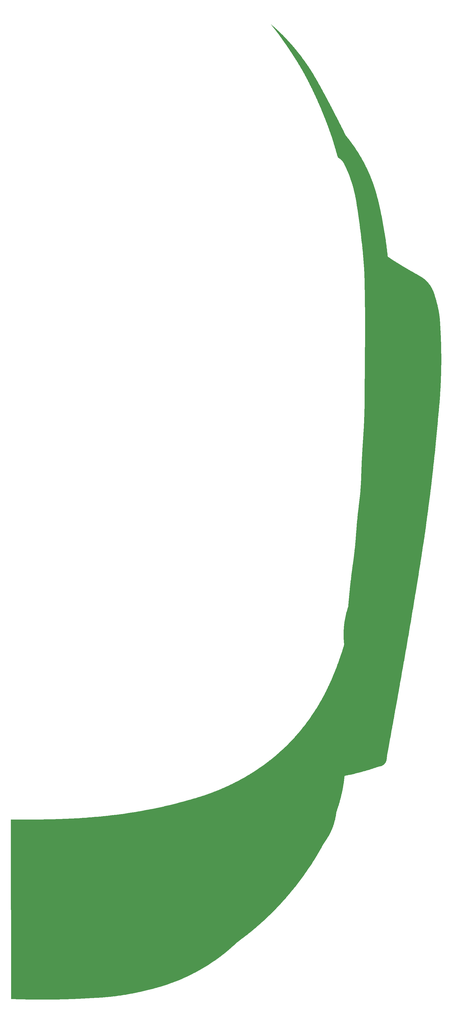
<source format=gbr>
G04 #@! TF.GenerationSoftware,KiCad,Pcbnew,(6.0.2)*
G04 #@! TF.CreationDate,2022-04-01T18:40:44-07:00*
G04 #@! TF.ProjectId,DaftPunkTopLayerRightBoard,44616674-5075-46e6-9b54-6f704c617965,rev?*
G04 #@! TF.SameCoordinates,Original*
G04 #@! TF.FileFunction,Copper,L1,Top*
G04 #@! TF.FilePolarity,Positive*
%FSLAX46Y46*%
G04 Gerber Fmt 4.6, Leading zero omitted, Abs format (unit mm)*
G04 Created by KiCad (PCBNEW (6.0.2)) date 2022-04-01 18:40:44*
%MOMM*%
%LPD*%
G01*
G04 APERTURE LIST*
G04 APERTURE END LIST*
G04 #@! TA.AperFunction,NonConductor*
G36*
X288082292Y-76484353D02*
G01*
X288146740Y-76539502D01*
X288146772Y-76539530D01*
X288174410Y-76563353D01*
X288295388Y-76667631D01*
X288337886Y-76704263D01*
X288337918Y-76704291D01*
X288531177Y-76872108D01*
X288531210Y-76872136D01*
X288664167Y-76988453D01*
X288726847Y-77043289D01*
X288726880Y-77043318D01*
X288924387Y-77217422D01*
X288924420Y-77217452D01*
X289123972Y-77394711D01*
X289124006Y-77394741D01*
X289242194Y-77500543D01*
X289325550Y-77575164D01*
X289529082Y-77758803D01*
X289730455Y-77941942D01*
X289734136Y-77945290D01*
X289734171Y-77945322D01*
X289941437Y-78135341D01*
X289941471Y-78135373D01*
X290150250Y-78328341D01*
X290150286Y-78328374D01*
X290215661Y-78389296D01*
X290361011Y-78524747D01*
X290361046Y-78524780D01*
X290573149Y-78724088D01*
X290573185Y-78724121D01*
X290786900Y-78926634D01*
X290786935Y-78926668D01*
X290897338Y-79032175D01*
X291002378Y-79132557D01*
X291127494Y-79253153D01*
X291219167Y-79341515D01*
X291219203Y-79341550D01*
X291437395Y-79553692D01*
X291437432Y-79553728D01*
X291657153Y-79769233D01*
X291657189Y-79769269D01*
X291878139Y-79987905D01*
X291878177Y-79987942D01*
X292100472Y-80209882D01*
X292100509Y-80209920D01*
X292323967Y-80435041D01*
X292324004Y-80435079D01*
X292548683Y-80663507D01*
X292548721Y-80663545D01*
X292774498Y-80895209D01*
X293001329Y-81130127D01*
X293154491Y-81290245D01*
X293229012Y-81368151D01*
X293229050Y-81368191D01*
X293374817Y-81522030D01*
X293457925Y-81609741D01*
X293687709Y-81854583D01*
X293918251Y-82102620D01*
X294109976Y-82310827D01*
X294341621Y-82565065D01*
X294611139Y-82864657D01*
X294755236Y-83026506D01*
X294759127Y-83030876D01*
X294759155Y-83030908D01*
X294915925Y-83208301D01*
X294915955Y-83208335D01*
X295068601Y-83382395D01*
X295081343Y-83396925D01*
X295140834Y-83465301D01*
X295254656Y-83596124D01*
X295254687Y-83596160D01*
X295436241Y-83806550D01*
X295436273Y-83806587D01*
X295625207Y-84027379D01*
X295625239Y-84027417D01*
X295769387Y-84197330D01*
X295821648Y-84258932D01*
X296025084Y-84500864D01*
X296235339Y-84753179D01*
X296452379Y-85016061D01*
X296510117Y-85086660D01*
X296675693Y-85289120D01*
X296675728Y-85289163D01*
X296905132Y-85572400D01*
X296905167Y-85572444D01*
X297140333Y-85865684D01*
X297140369Y-85865729D01*
X297326570Y-86100273D01*
X297381235Y-86169131D01*
X297627472Y-86482522D01*
X297842176Y-86758679D01*
X297878544Y-86805457D01*
X297878581Y-86805505D01*
X298134573Y-87138336D01*
X298134611Y-87138385D01*
X298395105Y-87480820D01*
X298395143Y-87480871D01*
X298659946Y-87832907D01*
X298659985Y-87832958D01*
X298862709Y-88105579D01*
X298928875Y-88194559D01*
X298928914Y-88194612D01*
X299201429Y-88565414D01*
X299201468Y-88565468D01*
X299477513Y-88945601D01*
X299477553Y-88945656D01*
X299756985Y-89335200D01*
X299757025Y-89335257D01*
X300039215Y-89733599D01*
X300039256Y-89733656D01*
X300324410Y-90141371D01*
X300612007Y-90557994D01*
X300760325Y-90775534D01*
X300827797Y-90874497D01*
X300827841Y-90874562D01*
X301054091Y-91211226D01*
X301054130Y-91211284D01*
X301172122Y-91389144D01*
X301172150Y-91389187D01*
X301293716Y-91574182D01*
X301293745Y-91574226D01*
X301419461Y-91767448D01*
X301419491Y-91767494D01*
X301549742Y-91969736D01*
X301549771Y-91969782D01*
X301608120Y-92061328D01*
X301684827Y-92181676D01*
X301766420Y-92311030D01*
X301824941Y-92403808D01*
X301824970Y-92403854D01*
X301970780Y-92637425D01*
X301970808Y-92637471D01*
X302066041Y-92791593D01*
X302122353Y-92882726D01*
X302208480Y-93023518D01*
X302280340Y-93140989D01*
X302280366Y-93141032D01*
X302444910Y-93412667D01*
X302444936Y-93412709D01*
X302616607Y-93698819D01*
X302795490Y-93999711D01*
X302922478Y-94215215D01*
X302982014Y-94316251D01*
X302982036Y-94316289D01*
X303176704Y-94649485D01*
X303176725Y-94649521D01*
X303380055Y-95000405D01*
X303380075Y-95000439D01*
X303592215Y-95369413D01*
X303592234Y-95369446D01*
X303813204Y-95756669D01*
X303813222Y-95756700D01*
X304044122Y-96164231D01*
X304044118Y-96164233D01*
X304044139Y-96164260D01*
X304208556Y-96456437D01*
X304284691Y-96591733D01*
X304284707Y-96591762D01*
X304389225Y-96778708D01*
X304535749Y-97040790D01*
X304797182Y-97511311D01*
X305062239Y-97991172D01*
X305069742Y-98004756D01*
X305069745Y-98004785D01*
X305069755Y-98004780D01*
X305353862Y-98522027D01*
X305353875Y-98522050D01*
X305649194Y-99062587D01*
X305649191Y-99062589D01*
X305649206Y-99062609D01*
X305956995Y-99628838D01*
X305957007Y-99628859D01*
X306277248Y-100220848D01*
X306277245Y-100220849D01*
X306277258Y-100220867D01*
X306406895Y-100461614D01*
X306610185Y-100839144D01*
X306610187Y-100839167D01*
X306610195Y-100839163D01*
X306956329Y-101484783D01*
X306956336Y-101484796D01*
X307125111Y-101800580D01*
X307125110Y-101800581D01*
X307125116Y-101800589D01*
X307296945Y-102122735D01*
X307296950Y-102122744D01*
X307471937Y-102451490D01*
X307471942Y-102451499D01*
X307649623Y-102786006D01*
X307649628Y-102786015D01*
X307809948Y-103088485D01*
X307830409Y-103127089D01*
X307971758Y-103394351D01*
X308014016Y-103474253D01*
X308014021Y-103474263D01*
X308043944Y-103530967D01*
X308200440Y-103827532D01*
X308389220Y-104186082D01*
X308581163Y-104551479D01*
X308775784Y-104922842D01*
X308924543Y-105207367D01*
X308973100Y-105300241D01*
X308973101Y-105300253D01*
X308973105Y-105300251D01*
X309172824Y-105683168D01*
X309172823Y-105683169D01*
X309172829Y-105683177D01*
X309334602Y-105994103D01*
X309375133Y-106072003D01*
X309375134Y-106072015D01*
X309375138Y-106072013D01*
X309580408Y-106467514D01*
X309580407Y-106467515D01*
X309580414Y-106467525D01*
X309787579Y-106867689D01*
X309787585Y-106867700D01*
X309997664Y-107274525D01*
X309997663Y-107274526D01*
X309997669Y-107274534D01*
X310103819Y-107480630D01*
X310209968Y-107686724D01*
X310209974Y-107686735D01*
X310424852Y-108105024D01*
X310424858Y-108105035D01*
X310641717Y-108528305D01*
X310641723Y-108528316D01*
X310861305Y-108958052D01*
X310861311Y-108958064D01*
X311082961Y-109393025D01*
X311082966Y-109393036D01*
X311259230Y-109739890D01*
X311306674Y-109833250D01*
X311532606Y-110279080D01*
X311731954Y-110673563D01*
X311760678Y-110730405D01*
X311760684Y-110730417D01*
X311990891Y-111187271D01*
X311990892Y-111187285D01*
X311990897Y-111187283D01*
X312223185Y-111649599D01*
X312223191Y-111649611D01*
X312457523Y-112117359D01*
X312457529Y-112117372D01*
X312622741Y-112448126D01*
X312693668Y-112590122D01*
X312924037Y-113052703D01*
X312931935Y-113068563D01*
X312931941Y-113068576D01*
X313171979Y-113552034D01*
X313171986Y-113552047D01*
X313413735Y-114040443D01*
X313608763Y-114435668D01*
X313655468Y-114530317D01*
X313655865Y-114531214D01*
X313659934Y-114541576D01*
X313660516Y-114542284D01*
X313660517Y-114542285D01*
X313661798Y-114543842D01*
X313663254Y-114546097D01*
X313664554Y-114548731D01*
X313665198Y-114549392D01*
X313665199Y-114549393D01*
X313672333Y-114556713D01*
X313672990Y-114557446D01*
X313892255Y-114823979D01*
X313892302Y-114824036D01*
X314116433Y-115100021D01*
X314116481Y-115100080D01*
X314342358Y-115381900D01*
X314342405Y-115381960D01*
X314462368Y-115533655D01*
X314567396Y-115666465D01*
X314569867Y-115669590D01*
X314569915Y-115669651D01*
X314798919Y-115963223D01*
X314798968Y-115963285D01*
X315029574Y-116263062D01*
X315029622Y-116263126D01*
X315261230Y-116568516D01*
X315261279Y-116568581D01*
X315494155Y-116880124D01*
X315494205Y-116880190D01*
X315728149Y-117197817D01*
X315728198Y-117197885D01*
X315868796Y-117391667D01*
X315962873Y-117521331D01*
X316198388Y-117850949D01*
X316434359Y-118186402D01*
X316670936Y-118528111D01*
X316840402Y-118776884D01*
X316907744Y-118875742D01*
X316907794Y-118875816D01*
X317144617Y-119229263D01*
X317144667Y-119229339D01*
X317381668Y-119589055D01*
X317381718Y-119589132D01*
X317557219Y-119860114D01*
X317618518Y-119954763D01*
X317855223Y-120326698D01*
X318091458Y-120704575D01*
X318327193Y-121088576D01*
X318562211Y-121478577D01*
X318796513Y-121874817D01*
X319029864Y-122277145D01*
X319262113Y-122685546D01*
X319493193Y-123100156D01*
X319722921Y-123520904D01*
X319951099Y-123947681D01*
X320046851Y-124130661D01*
X320177676Y-124380664D01*
X320177725Y-124380757D01*
X320402506Y-124819837D01*
X320402553Y-124819932D01*
X320516182Y-125046933D01*
X320625463Y-125265248D01*
X320827798Y-125678853D01*
X320846349Y-125716775D01*
X320846396Y-125716872D01*
X321065136Y-126174658D01*
X321065173Y-126174737D01*
X321198935Y-126460172D01*
X321198964Y-126460233D01*
X321330371Y-126744880D01*
X321330360Y-126744885D01*
X321330398Y-126744940D01*
X321437775Y-126981063D01*
X321459300Y-127028398D01*
X321459302Y-127028469D01*
X321459327Y-127028458D01*
X321585700Y-127310586D01*
X321585726Y-127310646D01*
X321709710Y-127591667D01*
X321709737Y-127591727D01*
X321831341Y-127871576D01*
X321831330Y-127871581D01*
X321831366Y-127871635D01*
X321950613Y-128150281D01*
X321950614Y-128150350D01*
X321950638Y-128150340D01*
X322067424Y-128427444D01*
X322067448Y-128427503D01*
X322111073Y-128532619D01*
X322182049Y-128703637D01*
X322294342Y-128978414D01*
X322404311Y-129251703D01*
X322404334Y-129251762D01*
X322512064Y-129523680D01*
X322512087Y-129523737D01*
X322617502Y-129793996D01*
X322617524Y-129794054D01*
X322720919Y-130063316D01*
X322720941Y-130063373D01*
X322821977Y-130330664D01*
X322821999Y-130330721D01*
X322921089Y-130597033D01*
X322921109Y-130597089D01*
X323017905Y-130861393D01*
X323017926Y-130861450D01*
X323112726Y-131124457D01*
X323112746Y-131124512D01*
X323205463Y-131385884D01*
X323205482Y-131385940D01*
X323268097Y-131565306D01*
X323296164Y-131645707D01*
X323384854Y-131903896D01*
X323464365Y-132139144D01*
X323471479Y-132160193D01*
X323471497Y-132160247D01*
X323556151Y-132414811D01*
X323556169Y-132414865D01*
X323638961Y-132667930D01*
X323638978Y-132667984D01*
X323719839Y-132919235D01*
X323719856Y-132919288D01*
X323798760Y-133168527D01*
X323798777Y-133168579D01*
X323875912Y-133416291D01*
X323875928Y-133416344D01*
X323923103Y-133570382D01*
X323951187Y-133662083D01*
X324024021Y-133903904D01*
X324024599Y-133905824D01*
X324024614Y-133905875D01*
X324096267Y-134147793D01*
X324096282Y-134147844D01*
X324166148Y-134387732D01*
X324166163Y-134387783D01*
X324233982Y-134624616D01*
X324234069Y-134624937D01*
X324326692Y-134986959D01*
X324419128Y-135352078D01*
X324502641Y-135685488D01*
X324510914Y-135718518D01*
X324510909Y-135718550D01*
X324510921Y-135718547D01*
X324599531Y-136076150D01*
X324602053Y-136086330D01*
X324602060Y-136086359D01*
X324692672Y-136456080D01*
X324692679Y-136456109D01*
X324782574Y-136826996D01*
X324782581Y-136827025D01*
X324832121Y-137033732D01*
X324871868Y-137199581D01*
X324949541Y-137527392D01*
X324960376Y-137573122D01*
X324960383Y-137573152D01*
X325048236Y-137948237D01*
X325048243Y-137948266D01*
X325135541Y-138325380D01*
X325135532Y-138325382D01*
X325135548Y-138325410D01*
X325222047Y-138703540D01*
X325222054Y-138703570D01*
X325307881Y-139083320D01*
X325307888Y-139083350D01*
X325393004Y-139464587D01*
X325393011Y-139464617D01*
X325477399Y-139847313D01*
X325477391Y-139847315D01*
X325477406Y-139847343D01*
X325555119Y-140204240D01*
X325561033Y-140231401D01*
X325643831Y-140616528D01*
X325746659Y-141102097D01*
X325752073Y-141127664D01*
X325752065Y-141127707D01*
X325752081Y-141127704D01*
X325852907Y-141612184D01*
X325858080Y-141637043D01*
X325858088Y-141637083D01*
X325961922Y-142144877D01*
X325961930Y-142144917D01*
X326063595Y-142651049D01*
X326063603Y-142651089D01*
X326163146Y-143155695D01*
X326163154Y-143155734D01*
X326260622Y-143658946D01*
X326260610Y-143658948D01*
X326260629Y-143658985D01*
X326355951Y-144160320D01*
X326445284Y-144639063D01*
X326449165Y-144659864D01*
X326449156Y-144659906D01*
X326449172Y-144659903D01*
X326540350Y-145157930D01*
X326540357Y-145157969D01*
X326629496Y-145654350D01*
X326629503Y-145654389D01*
X326716597Y-146148971D01*
X326716585Y-146148973D01*
X326716604Y-146149010D01*
X326801703Y-146641966D01*
X326801710Y-146642004D01*
X326881906Y-147116011D01*
X326884858Y-147133460D01*
X326965996Y-147622952D01*
X327045256Y-148111147D01*
X327098345Y-148445122D01*
X327122521Y-148597214D01*
X327122527Y-148597252D01*
X327197837Y-149081277D01*
X327197843Y-149081315D01*
X327271331Y-149564029D01*
X327271319Y-149564031D01*
X327271337Y-149564067D01*
X327340936Y-150031486D01*
X327342920Y-150044813D01*
X327412677Y-150523963D01*
X327478859Y-150989097D01*
X327480604Y-151001364D01*
X327480594Y-151001403D01*
X327480609Y-151001401D01*
X327529514Y-151353222D01*
X327546648Y-151476488D01*
X327546653Y-151476525D01*
X327610956Y-151950243D01*
X327610961Y-151950280D01*
X327673471Y-152422075D01*
X327673459Y-152422077D01*
X327673476Y-152422112D01*
X327734188Y-152891779D01*
X327734193Y-152891816D01*
X327793220Y-153360079D01*
X327793225Y-153360115D01*
X327850475Y-153826068D01*
X327850479Y-153826105D01*
X327882784Y-154096004D01*
X327906069Y-154290553D01*
X327957302Y-154730192D01*
X327959948Y-154752902D01*
X327959952Y-154752938D01*
X328012186Y-155213584D01*
X328012175Y-155213622D01*
X328012190Y-155213620D01*
X328062755Y-155672179D01*
X328062743Y-155672180D01*
X328062759Y-155672213D01*
X328110318Y-156115988D01*
X328111333Y-156125460D01*
X328111385Y-156126126D01*
X328112797Y-156155339D01*
X328122739Y-156167718D01*
X328124151Y-156169476D01*
X328125707Y-156172019D01*
X328133116Y-156188570D01*
X328134722Y-156189493D01*
X328134723Y-156189494D01*
X328158438Y-156203121D01*
X328159021Y-156203478D01*
X328426316Y-156378605D01*
X328426390Y-156378661D01*
X328426439Y-156378722D01*
X328426628Y-156378846D01*
X328426629Y-156378846D01*
X328439321Y-156387125D01*
X328439336Y-156387146D01*
X328439341Y-156387138D01*
X328452782Y-156395944D01*
X328452857Y-156395964D01*
X328452954Y-156396018D01*
X328706825Y-156561613D01*
X328706910Y-156561678D01*
X328706956Y-156561736D01*
X328707140Y-156561856D01*
X328707142Y-156561857D01*
X328720070Y-156570252D01*
X328720066Y-156570258D01*
X328720090Y-156570265D01*
X328733335Y-156578905D01*
X328733409Y-156578925D01*
X328733503Y-156578976D01*
X328984429Y-156741933D01*
X328984517Y-156742000D01*
X328984563Y-156742056D01*
X328984742Y-156742172D01*
X328984745Y-156742174D01*
X328997649Y-156750518D01*
X328997668Y-156750530D01*
X329010795Y-156759055D01*
X329010799Y-156759057D01*
X329010979Y-156759174D01*
X329011051Y-156759194D01*
X329011146Y-156759245D01*
X329259088Y-156919562D01*
X329259167Y-156919622D01*
X329259215Y-156919681D01*
X329259400Y-156919800D01*
X329272501Y-156928235D01*
X329272520Y-156928247D01*
X329285483Y-156936629D01*
X329285486Y-156936631D01*
X329285666Y-156936747D01*
X329285737Y-156936766D01*
X329285828Y-156936815D01*
X329530736Y-157094489D01*
X329530817Y-157094550D01*
X329530862Y-157094606D01*
X329543934Y-157102986D01*
X329557348Y-157111622D01*
X329557419Y-157111641D01*
X329557514Y-157111692D01*
X329799327Y-157266709D01*
X329799410Y-157266772D01*
X329799457Y-157266828D01*
X329799638Y-157266944D01*
X329799640Y-157266945D01*
X329812888Y-157275401D01*
X329812903Y-157275422D01*
X329812908Y-157275414D01*
X329825978Y-157283793D01*
X329826046Y-157283811D01*
X329826139Y-157283861D01*
X330064833Y-157436229D01*
X330064906Y-157436284D01*
X330064952Y-157436340D01*
X330065127Y-157436451D01*
X330078096Y-157444695D01*
X330078115Y-157444707D01*
X330091326Y-157453141D01*
X330091331Y-157453144D01*
X330091507Y-157453256D01*
X330091578Y-157453275D01*
X330091665Y-157453321D01*
X330327174Y-157603026D01*
X330327253Y-157603085D01*
X330327300Y-157603142D01*
X330340734Y-157611646D01*
X330353890Y-157620009D01*
X330353959Y-157620027D01*
X330354044Y-157620072D01*
X330586331Y-157767117D01*
X330586409Y-157767175D01*
X330586454Y-157767229D01*
X330586968Y-157767553D01*
X330599692Y-157775575D01*
X330599710Y-157775586D01*
X330613076Y-157784047D01*
X330613143Y-157784064D01*
X330613235Y-157784113D01*
X330709135Y-157844570D01*
X330842248Y-157928487D01*
X330842319Y-157928541D01*
X330842364Y-157928595D01*
X330842534Y-157928702D01*
X330842537Y-157928704D01*
X330855623Y-157936920D01*
X330869019Y-157945365D01*
X330869087Y-157945382D01*
X330869171Y-157945426D01*
X331094869Y-158087134D01*
X331094943Y-158087189D01*
X331094985Y-158087239D01*
X331107898Y-158095314D01*
X331121672Y-158103962D01*
X331121739Y-158103979D01*
X331121832Y-158104028D01*
X331290824Y-158209702D01*
X331330604Y-158234577D01*
X331344147Y-158243046D01*
X331344224Y-158243103D01*
X331344267Y-158243154D01*
X331344430Y-158243256D01*
X331344432Y-158243257D01*
X331357392Y-158251329D01*
X331357409Y-158251340D01*
X331370814Y-158259722D01*
X331370987Y-158259830D01*
X331371055Y-158259847D01*
X331371139Y-158259891D01*
X331590042Y-158396231D01*
X331590119Y-158396287D01*
X331590163Y-158396340D01*
X331590332Y-158396445D01*
X331590335Y-158396447D01*
X331603732Y-158404758D01*
X331603749Y-158404769D01*
X331616747Y-158412864D01*
X331616914Y-158412968D01*
X331616979Y-158412984D01*
X331617059Y-158413026D01*
X331832506Y-158546683D01*
X331832584Y-158546740D01*
X331832626Y-158546789D01*
X331832788Y-158546889D01*
X331845986Y-158555045D01*
X331846002Y-158555056D01*
X331859238Y-158563266D01*
X331859409Y-158563372D01*
X331859474Y-158563388D01*
X331859556Y-158563430D01*
X332071491Y-158694394D01*
X332071567Y-158694449D01*
X332071609Y-158694500D01*
X332082446Y-158701171D01*
X332085002Y-158702744D01*
X332085020Y-158702755D01*
X332098258Y-158710936D01*
X332098261Y-158710938D01*
X332098422Y-158711037D01*
X332098486Y-158711053D01*
X332098564Y-158711092D01*
X332274346Y-158819297D01*
X332306952Y-158839368D01*
X332307021Y-158839418D01*
X332307063Y-158839467D01*
X332307222Y-158839564D01*
X332307224Y-158839566D01*
X332320293Y-158847580D01*
X332320310Y-158847590D01*
X332333747Y-158855862D01*
X332333752Y-158855864D01*
X332333907Y-158855960D01*
X332333968Y-158855975D01*
X332334054Y-158856019D01*
X332538825Y-158981587D01*
X332538899Y-158981641D01*
X332538940Y-158981688D01*
X332552236Y-158989811D01*
X332565813Y-158998136D01*
X332565875Y-158998151D01*
X332565958Y-158998193D01*
X332646957Y-159047674D01*
X332767080Y-159121056D01*
X332767153Y-159121109D01*
X332767194Y-159121157D01*
X332780758Y-159129412D01*
X332780774Y-159129423D01*
X332793935Y-159137463D01*
X332793944Y-159137468D01*
X332794097Y-159137561D01*
X332794158Y-159137576D01*
X332794237Y-159137616D01*
X332991662Y-159257773D01*
X332991735Y-159257826D01*
X332991775Y-159257872D01*
X332998733Y-159262091D01*
X333005301Y-159266074D01*
X333005313Y-159266090D01*
X333005317Y-159266084D01*
X333018707Y-159274233D01*
X333018765Y-159274247D01*
X333018849Y-159274289D01*
X333212528Y-159391732D01*
X333212598Y-159391782D01*
X333212638Y-159391828D01*
X333226053Y-159399933D01*
X333239599Y-159408147D01*
X333239659Y-159408161D01*
X333239734Y-159408199D01*
X333429630Y-159522929D01*
X333429697Y-159522977D01*
X333429734Y-159523020D01*
X333429875Y-159523105D01*
X333429878Y-159523107D01*
X333442747Y-159530854D01*
X333442763Y-159530864D01*
X333448030Y-159534046D01*
X333456723Y-159539298D01*
X333456785Y-159539312D01*
X333456860Y-159539350D01*
X333642912Y-159651357D01*
X333642978Y-159651404D01*
X333643015Y-159651447D01*
X333643154Y-159651530D01*
X333643159Y-159651534D01*
X333656203Y-159659359D01*
X333656247Y-159659385D01*
X333670031Y-159667683D01*
X333670089Y-159667696D01*
X333670167Y-159667735D01*
X333852331Y-159777014D01*
X333852394Y-159777059D01*
X333852433Y-159777104D01*
X333866063Y-159785252D01*
X333879477Y-159793299D01*
X333879532Y-159793312D01*
X333879608Y-159793350D01*
X334057840Y-159899897D01*
X334057905Y-159899943D01*
X334057941Y-159899984D01*
X334071225Y-159907898D01*
X334085012Y-159916140D01*
X334085068Y-159916152D01*
X334085142Y-159916189D01*
X334259387Y-160019998D01*
X334259455Y-160020046D01*
X334259491Y-160020087D01*
X334268050Y-160025169D01*
X334272953Y-160028081D01*
X334272967Y-160028089D01*
X334286589Y-160036204D01*
X334286642Y-160036216D01*
X334286719Y-160036254D01*
X334456930Y-160137319D01*
X334457000Y-160137368D01*
X334457035Y-160137408D01*
X334457174Y-160137490D01*
X334470827Y-160145570D01*
X334470825Y-160145573D01*
X334470839Y-160145577D01*
X334484159Y-160153486D01*
X334484214Y-160153498D01*
X334484275Y-160153528D01*
X334650437Y-160251861D01*
X334650490Y-160251898D01*
X334650527Y-160251941D01*
X334650668Y-160252024D01*
X334664225Y-160260021D01*
X334664236Y-160260036D01*
X334664240Y-160260030D01*
X334677677Y-160267982D01*
X334677726Y-160267993D01*
X334677799Y-160268029D01*
X334839819Y-160363601D01*
X334839883Y-160363646D01*
X334839917Y-160363685D01*
X334840048Y-160363762D01*
X334853545Y-160371698D01*
X334853560Y-160371707D01*
X334866956Y-160379610D01*
X334866962Y-160379613D01*
X334867091Y-160379689D01*
X334867141Y-160379700D01*
X334867205Y-160379731D01*
X334925759Y-160414161D01*
X335025077Y-160472561D01*
X335025124Y-160472594D01*
X335025159Y-160472634D01*
X335038500Y-160480455D01*
X335052358Y-160488603D01*
X335052410Y-160488614D01*
X335052473Y-160488645D01*
X335206123Y-160578712D01*
X335206168Y-160578744D01*
X335206203Y-160578784D01*
X335219970Y-160586829D01*
X335219978Y-160586841D01*
X335219981Y-160586836D01*
X335233427Y-160594718D01*
X335233476Y-160594729D01*
X335233535Y-160594757D01*
X335348173Y-160661754D01*
X335382915Y-160682058D01*
X335382972Y-160682098D01*
X335383003Y-160682132D01*
X335396121Y-160689776D01*
X335410250Y-160698033D01*
X335410299Y-160698044D01*
X335410367Y-160698077D01*
X335555430Y-160782604D01*
X335555520Y-160782666D01*
X335555569Y-160782721D01*
X335569298Y-160790684D01*
X335582783Y-160798542D01*
X335582857Y-160798558D01*
X335582945Y-160798600D01*
X335742686Y-160891257D01*
X335925313Y-160997189D01*
X335925424Y-160997265D01*
X335925488Y-160997336D01*
X335938944Y-161005095D01*
X335952686Y-161013066D01*
X335952780Y-161013086D01*
X335952907Y-161013147D01*
X336278039Y-161200626D01*
X336278143Y-161200697D01*
X336278202Y-161200762D01*
X336292139Y-161208756D01*
X336305462Y-161216438D01*
X336305545Y-161216456D01*
X336305655Y-161216508D01*
X336482721Y-161318065D01*
X336614183Y-161393466D01*
X336614272Y-161393526D01*
X336614322Y-161393581D01*
X336627745Y-161401244D01*
X336627765Y-161401256D01*
X336641309Y-161409024D01*
X336641642Y-161409215D01*
X336641719Y-161409231D01*
X336641809Y-161409273D01*
X336934350Y-161576287D01*
X336934412Y-161576329D01*
X336934454Y-161576376D01*
X336948026Y-161584096D01*
X336948039Y-161584112D01*
X336948043Y-161584105D01*
X336961835Y-161591979D01*
X336961895Y-161591991D01*
X336961977Y-161592030D01*
X337239126Y-161749665D01*
X337239178Y-161749701D01*
X337239207Y-161749732D01*
X337239315Y-161749793D01*
X337239319Y-161749796D01*
X337252955Y-161757530D01*
X337252968Y-161757537D01*
X337266649Y-161765319D01*
X337266692Y-161765328D01*
X337266746Y-161765353D01*
X337529146Y-161914194D01*
X337529169Y-161914210D01*
X337529187Y-161914229D01*
X337543516Y-161922345D01*
X337543521Y-161922348D01*
X337556632Y-161929785D01*
X337556635Y-161929786D01*
X337556689Y-161929817D01*
X337556710Y-161929821D01*
X337556742Y-161929836D01*
X337773352Y-162052523D01*
X337832561Y-162086059D01*
X337832562Y-162086059D01*
X337832565Y-162086060D01*
X338081702Y-162227170D01*
X338081710Y-162227174D01*
X338329964Y-162368021D01*
X338329979Y-162368030D01*
X338567238Y-162503127D01*
X338567258Y-162503153D01*
X338567264Y-162503142D01*
X338792521Y-162632160D01*
X338792558Y-162632181D01*
X339006610Y-162755807D01*
X339006603Y-162755820D01*
X339006658Y-162755835D01*
X339210097Y-162874642D01*
X339210159Y-162874678D01*
X339403657Y-162989286D01*
X339403734Y-162989332D01*
X339587949Y-163100350D01*
X339763138Y-163208141D01*
X339763212Y-163208188D01*
X340090474Y-163417353D01*
X340090722Y-163417516D01*
X340318065Y-163572228D01*
X340390136Y-163621274D01*
X340390476Y-163621515D01*
X340667253Y-163824678D01*
X340667637Y-163824972D01*
X340926927Y-164032325D01*
X340927305Y-164032642D01*
X341174214Y-164248980D01*
X341174584Y-164249320D01*
X341256583Y-164328081D01*
X341414319Y-164479588D01*
X341414671Y-164479941D01*
X341513564Y-164583603D01*
X341652317Y-164729048D01*
X341652627Y-164729386D01*
X341893373Y-165002431D01*
X341893593Y-165002688D01*
X342056741Y-165198888D01*
X342056911Y-165199097D01*
X342213460Y-165396431D01*
X342213626Y-165396645D01*
X342363659Y-165595013D01*
X342363819Y-165595231D01*
X342507572Y-165794733D01*
X342507685Y-165794893D01*
X342560259Y-165871522D01*
X342645438Y-165995673D01*
X342645587Y-165995895D01*
X342777642Y-166198141D01*
X342777784Y-166198365D01*
X342904269Y-166401998D01*
X342904404Y-166402220D01*
X343025739Y-166607615D01*
X343025845Y-166607800D01*
X343050335Y-166651398D01*
X343142235Y-166815004D01*
X343142343Y-166815202D01*
X343254023Y-167024294D01*
X343254134Y-167024507D01*
X343361374Y-167235634D01*
X343361478Y-167235843D01*
X343464565Y-167449189D01*
X343464660Y-167449391D01*
X343563810Y-167664995D01*
X343563897Y-167665189D01*
X343659432Y-167883316D01*
X343659505Y-167883486D01*
X343751673Y-168104259D01*
X343840746Y-168327844D01*
X343869292Y-168402832D01*
X343926903Y-168554176D01*
X343926961Y-168554333D01*
X343985976Y-168716322D01*
X344010458Y-168783522D01*
X344091627Y-169015909D01*
X344147528Y-169182491D01*
X344170669Y-169251452D01*
X344170710Y-169251577D01*
X344247847Y-169490301D01*
X344247883Y-169490414D01*
X344309736Y-169688707D01*
X344323458Y-169732697D01*
X344397729Y-169978683D01*
X344470851Y-170228146D01*
X344523392Y-170412213D01*
X344543142Y-170481405D01*
X344543161Y-170481473D01*
X344614921Y-170738806D01*
X344614937Y-170738864D01*
X344686334Y-171000072D01*
X344686347Y-171000119D01*
X344757688Y-171265485D01*
X344757698Y-171265523D01*
X344829275Y-171535309D01*
X344829282Y-171535336D01*
X344883910Y-171743255D01*
X344901248Y-171809247D01*
X344973818Y-172087235D01*
X345038608Y-172336203D01*
X345047567Y-172370631D01*
X345047580Y-172370682D01*
X345118700Y-172649069D01*
X345118724Y-172649167D01*
X345186596Y-172924713D01*
X345186620Y-172924810D01*
X345251434Y-173197937D01*
X345251456Y-173198032D01*
X345313267Y-173468621D01*
X345313288Y-173468716D01*
X345362882Y-173694455D01*
X345372132Y-173736560D01*
X345428143Y-174001888D01*
X345473446Y-174225462D01*
X345481359Y-174264511D01*
X345481377Y-174264603D01*
X345531816Y-174524183D01*
X345531833Y-174524274D01*
X345575870Y-174760894D01*
X345579633Y-174781116D01*
X345624856Y-175035127D01*
X345667538Y-175286049D01*
X345707781Y-175534034D01*
X345745626Y-175778838D01*
X345779237Y-176007434D01*
X345781143Y-176020399D01*
X345781155Y-176020483D01*
X345814439Y-176258926D01*
X345814450Y-176259010D01*
X345845538Y-176494043D01*
X345845549Y-176494125D01*
X345874517Y-176725735D01*
X345874489Y-176725738D01*
X345874526Y-176725815D01*
X345896925Y-176915630D01*
X345901461Y-176954067D01*
X345901437Y-176954151D01*
X345901470Y-176954147D01*
X345926438Y-177178975D01*
X345949497Y-177400210D01*
X345970441Y-177614970D01*
X345970736Y-177618000D01*
X345970743Y-177618076D01*
X345990202Y-177832067D01*
X345990208Y-177832142D01*
X346007953Y-178042215D01*
X346007959Y-178042289D01*
X346022926Y-178233827D01*
X346024087Y-178248689D01*
X346038661Y-178451313D01*
X346062706Y-178833651D01*
X346063416Y-178844942D01*
X346063424Y-178845077D01*
X346082752Y-179222336D01*
X346082758Y-179222466D01*
X346097239Y-179583318D01*
X346097242Y-179583411D01*
X346102322Y-179741592D01*
X346102274Y-179743089D01*
X346102230Y-179743548D01*
X346102000Y-179744436D01*
X346102056Y-179745354D01*
X346102865Y-179758636D01*
X346102881Y-179758970D01*
X346103338Y-179773206D01*
X346103650Y-179774072D01*
X346103736Y-179774520D01*
X346103922Y-179776007D01*
X346124169Y-180108438D01*
X346125843Y-180135928D01*
X346125835Y-180135952D01*
X346125844Y-180135951D01*
X346148036Y-180512892D01*
X346169560Y-180891593D01*
X346189034Y-181246991D01*
X346190404Y-181272002D01*
X346190395Y-181272027D01*
X346190405Y-181272026D01*
X346210488Y-181652784D01*
X346229898Y-182035730D01*
X346248581Y-182419968D01*
X346266502Y-182804922D01*
X346275668Y-183011008D01*
X346283722Y-183192113D01*
X346283713Y-183192137D01*
X346283723Y-183192137D01*
X346300149Y-183579598D01*
X346300150Y-183579623D01*
X346315854Y-183969283D01*
X346315845Y-183969283D01*
X346315855Y-183969307D01*
X346330803Y-184360602D01*
X346330804Y-184360627D01*
X346344959Y-184752783D01*
X346344960Y-184752808D01*
X346358313Y-185145662D01*
X346358314Y-185145686D01*
X346370902Y-185540718D01*
X346370903Y-185540743D01*
X346382689Y-185937008D01*
X346382690Y-185937033D01*
X346393665Y-186334537D01*
X346393655Y-186334537D01*
X346393666Y-186334561D01*
X346397985Y-186504120D01*
X346403822Y-186733252D01*
X346403823Y-186733277D01*
X346413152Y-187133204D01*
X346413142Y-187133204D01*
X346413153Y-187133228D01*
X346417501Y-187338610D01*
X346421238Y-187515071D01*
X346421655Y-187534776D01*
X346429314Y-187937589D01*
X346436071Y-188338532D01*
X346436122Y-188341586D01*
X346436112Y-188341611D01*
X346436122Y-188341611D01*
X346442075Y-188747266D01*
X346447153Y-189153675D01*
X346447214Y-189159543D01*
X346451360Y-189561704D01*
X346451350Y-189561730D01*
X346451360Y-189561730D01*
X346454680Y-189970913D01*
X346454680Y-189970939D01*
X346457110Y-190381791D01*
X346457110Y-190381817D01*
X346458637Y-190793836D01*
X346458637Y-190793862D01*
X346459252Y-191206598D01*
X346459252Y-191206624D01*
X346458950Y-191621039D01*
X346458950Y-191621065D01*
X346457722Y-192036627D01*
X346457722Y-192036653D01*
X346455557Y-192453561D01*
X346455557Y-192453594D01*
X346450534Y-193081590D01*
X346450518Y-193081590D01*
X346450534Y-193081629D01*
X346443713Y-193681865D01*
X346443420Y-193707635D01*
X346434258Y-194330179D01*
X346423274Y-194938651D01*
X346423062Y-194950371D01*
X346423061Y-194950410D01*
X346409866Y-195567677D01*
X346409865Y-195567716D01*
X346394702Y-196182031D01*
X346394701Y-196182069D01*
X346377578Y-196794042D01*
X346377577Y-196794081D01*
X346358549Y-197402802D01*
X346358548Y-197402840D01*
X346337624Y-198008894D01*
X346337623Y-198008932D01*
X346314830Y-198612330D01*
X346314828Y-198612367D01*
X346301972Y-198925843D01*
X346290512Y-199205299D01*
X346290209Y-199212676D01*
X346290192Y-199212713D01*
X346290207Y-199212714D01*
X346263781Y-199810112D01*
X346235568Y-200404776D01*
X346205864Y-200991376D01*
X346205595Y-200996679D01*
X346205593Y-200996716D01*
X346173902Y-201585571D01*
X346173900Y-201585608D01*
X346140519Y-202171403D01*
X346140517Y-202171439D01*
X346105656Y-202751176D01*
X346105456Y-202754494D01*
X346068739Y-203334791D01*
X346068723Y-203334790D01*
X346068737Y-203334826D01*
X346066394Y-203370110D01*
X346032660Y-203878207D01*
X346030416Y-203911999D01*
X345990538Y-204485775D01*
X345962602Y-204870602D01*
X345949070Y-205057004D01*
X345949052Y-205057039D01*
X345949067Y-205057040D01*
X345906047Y-205625533D01*
X345861537Y-206190808D01*
X345815614Y-206752281D01*
X345815584Y-206752642D01*
X345815581Y-206752677D01*
X345768113Y-207312271D01*
X345768110Y-207312306D01*
X345719290Y-207868051D01*
X345719287Y-207868086D01*
X345669025Y-208421294D01*
X345669022Y-208421328D01*
X345617405Y-208971344D01*
X345617402Y-208971379D01*
X345564430Y-209518465D01*
X345564429Y-209518465D01*
X345564428Y-209518489D01*
X345560912Y-209553725D01*
X345510188Y-210062038D01*
X345510185Y-210062072D01*
X345454606Y-210603064D01*
X345454605Y-210603064D01*
X345454604Y-210603085D01*
X345416944Y-210959477D01*
X345399429Y-211125229D01*
X345399219Y-211126428D01*
X345398927Y-211127120D01*
X345398849Y-211128030D01*
X345398849Y-211128032D01*
X345397677Y-211141792D01*
X345397654Y-211142028D01*
X345396111Y-211156631D01*
X345396267Y-211157367D01*
X345396247Y-211158573D01*
X345333441Y-211895816D01*
X345266776Y-212668016D01*
X345232216Y-213062997D01*
X345197656Y-213457964D01*
X345197655Y-213457978D01*
X345125956Y-214266356D01*
X345125955Y-214266370D01*
X345070647Y-214881452D01*
X345051536Y-215093980D01*
X344974509Y-215938833D01*
X344955408Y-216145442D01*
X344918455Y-216545160D01*
X344894816Y-216800852D01*
X344812256Y-217681479D01*
X344727541Y-218572495D01*
X344726938Y-218578836D01*
X344726930Y-218578851D01*
X344726936Y-218578852D01*
X344638718Y-219493698D01*
X344574970Y-220145508D01*
X344547561Y-220425753D01*
X344547553Y-220425768D01*
X344547559Y-220425769D01*
X344453476Y-221374181D01*
X344373360Y-222170415D01*
X344356351Y-222339455D01*
X344356342Y-222339471D01*
X344356349Y-222339472D01*
X344256124Y-223321485D01*
X344152824Y-224319305D01*
X344046336Y-225333377D01*
X343936590Y-226363693D01*
X343823563Y-227409786D01*
X343711259Y-228434509D01*
X343707319Y-228470455D01*
X343707317Y-228470473D01*
X343587604Y-229547340D01*
X343587602Y-229547358D01*
X343464523Y-230638897D01*
X343464521Y-230638915D01*
X343337941Y-231745677D01*
X343337939Y-231745696D01*
X343207812Y-232867430D01*
X343207810Y-232867449D01*
X343074158Y-234003373D01*
X343074156Y-234003392D01*
X342936921Y-235153403D01*
X342936920Y-235153403D01*
X342936919Y-235153417D01*
X342894924Y-235500396D01*
X342795867Y-236318831D01*
X342795865Y-236318850D01*
X342651188Y-237497486D01*
X342651187Y-237497486D01*
X342651186Y-237497499D01*
X342592438Y-237969416D01*
X342504820Y-238673246D01*
X342502787Y-238689576D01*
X342350544Y-239895488D01*
X342195444Y-241106933D01*
X342194399Y-241115093D01*
X342194388Y-241115112D01*
X342194396Y-241115113D01*
X342034322Y-242348047D01*
X341879234Y-243526036D01*
X341870305Y-243593854D01*
X341870302Y-243593873D01*
X341743829Y-244542761D01*
X341743827Y-244542777D01*
X341617986Y-245476844D01*
X341617984Y-245476861D01*
X341492467Y-246398497D01*
X341492465Y-246398514D01*
X341367330Y-247307446D01*
X341367329Y-247307446D01*
X341367328Y-247307458D01*
X341349962Y-247432246D01*
X341242338Y-248205580D01*
X341242336Y-248205597D01*
X341117262Y-249094722D01*
X341117260Y-249094739D01*
X340991919Y-249976354D01*
X340991918Y-249976354D01*
X340991917Y-249976366D01*
X340966952Y-250150140D01*
X340866137Y-250851873D01*
X340866135Y-250851890D01*
X340739800Y-251722303D01*
X340739799Y-251722303D01*
X340739798Y-251722315D01*
X340697161Y-252013156D01*
X340612731Y-252589071D01*
X340612729Y-252589087D01*
X340484829Y-253453130D01*
X340484827Y-253453146D01*
X340355686Y-254317464D01*
X340355685Y-254317464D01*
X340355684Y-254317476D01*
X340331788Y-254475981D01*
X340225361Y-255181923D01*
X340225359Y-255181938D01*
X340099735Y-256008123D01*
X340093605Y-256048435D01*
X339960269Y-256918249D01*
X339825052Y-257793621D01*
X339688112Y-258673810D01*
X339548929Y-259562468D01*
X339440627Y-260249712D01*
X339407558Y-260459554D01*
X339407552Y-260459563D01*
X339407556Y-260459564D01*
X339279650Y-261266636D01*
X339263701Y-261367269D01*
X339263699Y-261367279D01*
X339117316Y-262286201D01*
X339117315Y-262286209D01*
X338967869Y-263220028D01*
X338967868Y-263220035D01*
X338869286Y-263833491D01*
X338815580Y-264167688D01*
X338660430Y-265129651D01*
X338501494Y-266111995D01*
X338340440Y-267104759D01*
X338339378Y-267111304D01*
X338339377Y-267111308D01*
X338173507Y-268131458D01*
X338173507Y-268131461D01*
X338004620Y-269168299D01*
X338004619Y-269168302D01*
X337831277Y-270230994D01*
X337831277Y-270230995D01*
X337667359Y-271234886D01*
X337652869Y-271323625D01*
X337473655Y-272420472D01*
X337305796Y-273447504D01*
X337284794Y-273576000D01*
X337284793Y-273576005D01*
X337091838Y-274753759D01*
X337091837Y-274753767D01*
X336900090Y-275918734D01*
X336900088Y-275918743D01*
X336718054Y-277019646D01*
X336709174Y-277073353D01*
X336518894Y-278218911D01*
X336443296Y-278672011D01*
X336329393Y-279354688D01*
X336329392Y-279354697D01*
X336160549Y-280362244D01*
X336140235Y-280483462D01*
X335951290Y-281606115D01*
X335896857Y-281928188D01*
X335762645Y-282722291D01*
X335762644Y-282722299D01*
X335574194Y-283832772D01*
X335574193Y-283832779D01*
X335411974Y-284784897D01*
X335385349Y-284941165D01*
X335196479Y-286045475D01*
X335084396Y-286698397D01*
X335007107Y-287148632D01*
X335007106Y-287148638D01*
X334817427Y-288249672D01*
X334817426Y-288249679D01*
X334627034Y-289351126D01*
X334627033Y-289351132D01*
X334435684Y-290454549D01*
X334435683Y-290454555D01*
X334251380Y-291514112D01*
X334243698Y-291558273D01*
X334050634Y-292665013D01*
X333856358Y-293775712D01*
X333665777Y-294862558D01*
X333660344Y-294893540D01*
X333660343Y-294893544D01*
X333463355Y-296014330D01*
X333463352Y-296014335D01*
X333463354Y-296014335D01*
X333264886Y-297141141D01*
X333064063Y-298279111D01*
X332883279Y-299301746D01*
X332861906Y-299422645D01*
X332861904Y-299422648D01*
X332861905Y-299422648D01*
X332661524Y-300554375D01*
X332657028Y-300579765D01*
X332657027Y-300579768D01*
X332451649Y-301738121D01*
X332451649Y-301738123D01*
X332301447Y-302584283D01*
X332242209Y-302917997D01*
X332030456Y-304109707D01*
X331914443Y-304762074D01*
X331818938Y-305299119D01*
X331818938Y-305299120D01*
X331601422Y-306521473D01*
X331383482Y-307745631D01*
X331383482Y-307745632D01*
X331157737Y-309013226D01*
X331063814Y-309540544D01*
X330935619Y-310260271D01*
X330810044Y-310964972D01*
X330769172Y-311194145D01*
X330687429Y-311652489D01*
X330687429Y-311652491D01*
X330608678Y-312093698D01*
X330566132Y-312332061D01*
X330444895Y-313010754D01*
X330324996Y-313681415D01*
X330209017Y-314329645D01*
X330093370Y-314975520D01*
X329977884Y-315620011D01*
X329974922Y-315636528D01*
X329865786Y-316245122D01*
X329865786Y-316245124D01*
X329754788Y-316863648D01*
X329754788Y-316863649D01*
X329664907Y-317364139D01*
X329644643Y-317476973D01*
X329536311Y-318079772D01*
X329504426Y-318257064D01*
X329430799Y-318666463D01*
X329430799Y-318666464D01*
X329325833Y-319249720D01*
X329325833Y-319249722D01*
X329222010Y-319826227D01*
X329222010Y-319826228D01*
X329120235Y-320390981D01*
X329120235Y-320390982D01*
X329021468Y-320938686D01*
X329021468Y-320938688D01*
X328922925Y-321484789D01*
X328922925Y-321484790D01*
X328828220Y-322009288D01*
X328828220Y-322009289D01*
X328732625Y-322538393D01*
X328732625Y-322538394D01*
X328642970Y-323034311D01*
X328642970Y-323034313D01*
X328550946Y-323543027D01*
X328550946Y-323543028D01*
X328462865Y-324029650D01*
X328462865Y-324029651D01*
X328375201Y-324513697D01*
X328375201Y-324513698D01*
X328290730Y-324979842D01*
X328290730Y-324979843D01*
X328210071Y-325424714D01*
X328210071Y-325424715D01*
X328129594Y-325868329D01*
X328129594Y-325868330D01*
X328072703Y-326181774D01*
X328051268Y-326299868D01*
X327974503Y-326722589D01*
X327901852Y-327122461D01*
X327895170Y-327159222D01*
X327829100Y-327522685D01*
X327761104Y-327896580D01*
X327760787Y-327897889D01*
X327758054Y-327906869D01*
X327758071Y-327907788D01*
X327758071Y-327907789D01*
X327758142Y-327911580D01*
X327757955Y-327913892D01*
X327757113Y-327918523D01*
X327757236Y-327919434D01*
X327757236Y-327919435D01*
X327758369Y-327927816D01*
X327758472Y-327929159D01*
X327759577Y-327988216D01*
X327762031Y-328119348D01*
X327762017Y-328120171D01*
X327751648Y-328320748D01*
X327751571Y-328321613D01*
X327720210Y-328569416D01*
X327720067Y-328570283D01*
X327677557Y-328778874D01*
X327677355Y-328779705D01*
X327659910Y-328841617D01*
X327614108Y-329004163D01*
X327613811Y-329005073D01*
X327526138Y-329240491D01*
X327525729Y-329241453D01*
X327481680Y-329333441D01*
X327409849Y-329483443D01*
X327409309Y-329484443D01*
X327306650Y-329653988D01*
X327260861Y-329729610D01*
X327260302Y-329730450D01*
X327141883Y-329892625D01*
X327141500Y-329893120D01*
X327077297Y-329971828D01*
X327076862Y-329972332D01*
X326946689Y-330114556D01*
X326926603Y-330136501D01*
X326925972Y-330137140D01*
X326771531Y-330281846D01*
X326770878Y-330282413D01*
X326613126Y-330409709D01*
X326612467Y-330410204D01*
X326453720Y-330520802D01*
X326452910Y-330521318D01*
X326213386Y-330660507D01*
X326212448Y-330660997D01*
X325979501Y-330769492D01*
X325978625Y-330769857D01*
X325757267Y-330851859D01*
X325756483Y-330852117D01*
X325649379Y-330883235D01*
X325553149Y-330911193D01*
X325552328Y-330911400D01*
X325442970Y-330934745D01*
X325317863Y-330961452D01*
X325316996Y-330961602D01*
X325144779Y-330984727D01*
X325103605Y-330990256D01*
X325102956Y-330990325D01*
X325031447Y-330995893D01*
X325030794Y-330995925D01*
X325022447Y-330996107D01*
X325018095Y-330996202D01*
X325017225Y-330996506D01*
X325017224Y-330996506D01*
X325016838Y-330996641D01*
X325013883Y-330997261D01*
X325012558Y-330997364D01*
X325011706Y-330997716D01*
X325000815Y-331002216D01*
X325000204Y-331002449D01*
X324695982Y-331108686D01*
X324674241Y-331116278D01*
X324674195Y-331116294D01*
X324342464Y-331230591D01*
X324342418Y-331230607D01*
X324007203Y-331344534D01*
X324007156Y-331344550D01*
X323669107Y-331457849D01*
X323669060Y-331457864D01*
X323327625Y-331570680D01*
X323327577Y-331570696D01*
X322982968Y-331682920D01*
X322982920Y-331682936D01*
X322635333Y-331794469D01*
X322635284Y-331794484D01*
X322284444Y-331905375D01*
X322284395Y-331905390D01*
X321930625Y-332015498D01*
X321930571Y-332015493D01*
X321930577Y-332015513D01*
X321573282Y-332124986D01*
X321573232Y-332125001D01*
X321212840Y-332233664D01*
X320918602Y-332320939D01*
X320849495Y-332341437D01*
X320849444Y-332341452D01*
X320546725Y-332429754D01*
X320483220Y-332448278D01*
X320113596Y-332554270D01*
X320113592Y-332554257D01*
X320113545Y-332554284D01*
X319927227Y-332606787D01*
X319740911Y-332659288D01*
X319740859Y-332659303D01*
X319409758Y-332750954D01*
X319365232Y-332763279D01*
X319365192Y-332763290D01*
X319168608Y-332816959D01*
X319168581Y-332816966D01*
X319070474Y-332843495D01*
X318972366Y-332870024D01*
X318972337Y-332870020D01*
X318972340Y-332870031D01*
X318776631Y-332922444D01*
X318776604Y-332922451D01*
X318582120Y-332974036D01*
X318582093Y-332974043D01*
X318387800Y-333025080D01*
X318387772Y-333025087D01*
X318307941Y-333045854D01*
X318193895Y-333075520D01*
X318193852Y-333075514D01*
X318193856Y-333075530D01*
X317807980Y-333174440D01*
X317807927Y-333174453D01*
X317424734Y-333270750D01*
X317424680Y-333270763D01*
X317102390Y-333350150D01*
X317044173Y-333364490D01*
X317043592Y-333364633D01*
X317043539Y-333364646D01*
X316665202Y-333455972D01*
X316665150Y-333455985D01*
X316289116Y-333544922D01*
X316289064Y-333544934D01*
X315915883Y-333631391D01*
X315915831Y-333631403D01*
X315544850Y-333715576D01*
X315544798Y-333715588D01*
X315176660Y-333797372D01*
X315176609Y-333797383D01*
X314810961Y-333876901D01*
X314810910Y-333876912D01*
X314447810Y-333954188D01*
X314447760Y-333954198D01*
X314279167Y-333989305D01*
X314087652Y-334029185D01*
X314087599Y-334029175D01*
X314087603Y-334029195D01*
X313729916Y-334102049D01*
X313729866Y-334102059D01*
X313391681Y-334169418D01*
X313388144Y-334169576D01*
X313374687Y-334168127D01*
X313374686Y-334168127D01*
X313372845Y-334167929D01*
X313353854Y-334178829D01*
X313345218Y-334183786D01*
X313345114Y-334183846D01*
X313317215Y-334199480D01*
X313316978Y-334199995D01*
X313316485Y-334200278D01*
X313303401Y-334229463D01*
X313290023Y-334258501D01*
X313290385Y-334260318D01*
X313293029Y-334273592D01*
X313293187Y-334277131D01*
X313281927Y-334381702D01*
X313256289Y-334619786D01*
X313256280Y-334619866D01*
X313214472Y-334984321D01*
X313214462Y-334984403D01*
X313169388Y-335354276D01*
X313169378Y-335354359D01*
X313120949Y-335729370D01*
X313120937Y-335729455D01*
X313115734Y-335767563D01*
X313069065Y-336109387D01*
X313025423Y-336412369D01*
X313013625Y-336494274D01*
X313013577Y-336494356D01*
X313013612Y-336494361D01*
X312954466Y-336884297D01*
X312895919Y-337251507D01*
X312891524Y-337279072D01*
X312891513Y-337279138D01*
X312864300Y-337443736D01*
X312858601Y-337478205D01*
X312833693Y-337625336D01*
X312824708Y-337678407D01*
X312824700Y-337678452D01*
X312789785Y-337879916D01*
X312789777Y-337879961D01*
X312753873Y-338082422D01*
X312753865Y-338082467D01*
X312744669Y-338133165D01*
X312716920Y-338286137D01*
X312678909Y-338491048D01*
X312653560Y-338624729D01*
X312639860Y-338696974D01*
X312639851Y-338697020D01*
X312599739Y-338904003D01*
X312599730Y-338904049D01*
X312589063Y-338957931D01*
X312558531Y-339112148D01*
X312516246Y-339321269D01*
X312491705Y-339440136D01*
X312472866Y-339531381D01*
X312472837Y-339531424D01*
X312472856Y-339531428D01*
X312428271Y-339742988D01*
X312428266Y-339742987D01*
X312428261Y-339743035D01*
X312382638Y-339955160D01*
X312382628Y-339955208D01*
X312349211Y-340107503D01*
X312335806Y-340168592D01*
X312287823Y-340382987D01*
X312238661Y-340598394D01*
X312190182Y-340806823D01*
X312145904Y-340993735D01*
X312141136Y-341013860D01*
X312141125Y-341013906D01*
X312091554Y-341219451D01*
X312091543Y-341219497D01*
X312041361Y-341423961D01*
X312041350Y-341424006D01*
X311990648Y-341627074D01*
X311990636Y-341627120D01*
X311953099Y-341774950D01*
X311939431Y-341828776D01*
X311887699Y-342029177D01*
X311835526Y-342228050D01*
X311814646Y-342306393D01*
X311782841Y-342425723D01*
X311782811Y-342425762D01*
X311782829Y-342425767D01*
X311729740Y-342621879D01*
X311676200Y-342816673D01*
X311622164Y-343010353D01*
X311622158Y-343010351D01*
X311622152Y-343010395D01*
X311606527Y-343065584D01*
X311567857Y-343202165D01*
X311567839Y-343202229D01*
X311457932Y-343582184D01*
X311457908Y-343582268D01*
X311346572Y-343956625D01*
X311346547Y-343956708D01*
X311233897Y-344325460D01*
X311233871Y-344325542D01*
X311140409Y-344623667D01*
X311120006Y-344688747D01*
X311005087Y-345046262D01*
X310889238Y-345398053D01*
X310788483Y-345696933D01*
X310772594Y-345744065D01*
X310772568Y-345744141D01*
X310655213Y-346084468D01*
X310655187Y-346084544D01*
X310537234Y-346419175D01*
X310537214Y-346419230D01*
X310479647Y-346579956D01*
X310479281Y-346580858D01*
X310475027Y-346590202D01*
X310475026Y-346590205D01*
X310474647Y-346591038D01*
X310474544Y-346591950D01*
X310474543Y-346591952D01*
X310474322Y-346593903D01*
X310473714Y-346596523D01*
X310472738Y-346599246D01*
X310472711Y-346600167D01*
X310472404Y-346610435D01*
X310472334Y-346611406D01*
X310441346Y-346884375D01*
X310441327Y-346884533D01*
X310404544Y-347173396D01*
X310404522Y-347173560D01*
X310361953Y-347473791D01*
X310361928Y-347473962D01*
X310313050Y-347785506D01*
X310257424Y-348107720D01*
X310250694Y-348143327D01*
X310194613Y-348440025D01*
X310194576Y-348440213D01*
X310124136Y-348782078D01*
X310124095Y-348782272D01*
X310045506Y-349133527D01*
X310045459Y-349133725D01*
X309958313Y-349493687D01*
X309958262Y-349493890D01*
X309862060Y-349862260D01*
X309862004Y-349862468D01*
X309756205Y-350239078D01*
X309756159Y-350239237D01*
X309699643Y-350430050D01*
X309640506Y-350622913D01*
X309626237Y-350667889D01*
X309578772Y-350817496D01*
X309578737Y-350817606D01*
X309514276Y-351014070D01*
X309514239Y-351014180D01*
X309447174Y-351211930D01*
X309447136Y-351212041D01*
X309377191Y-351411667D01*
X309377151Y-351411779D01*
X309304426Y-351612770D01*
X309304384Y-351612883D01*
X309228699Y-351815521D01*
X309228656Y-351815634D01*
X309195820Y-351900839D01*
X309150053Y-352019595D01*
X309068381Y-352225063D01*
X309037738Y-352299877D01*
X308986782Y-352424282D01*
X308986736Y-352424392D01*
X308904045Y-352620532D01*
X308903998Y-352620641D01*
X308820188Y-352813944D01*
X308820141Y-352814051D01*
X308735390Y-353004286D01*
X308735343Y-353004392D01*
X308649581Y-353191878D01*
X308562959Y-353376442D01*
X308475639Y-353557908D01*
X308475590Y-353558009D01*
X308387640Y-353736395D01*
X308387566Y-353736542D01*
X308209615Y-354085001D01*
X308209515Y-354085193D01*
X308029736Y-354421754D01*
X308029635Y-354421938D01*
X307848633Y-354746608D01*
X307848532Y-354746786D01*
X307666798Y-355059756D01*
X307666696Y-355059928D01*
X307484876Y-355361124D01*
X307484775Y-355361288D01*
X307303516Y-355650628D01*
X307303426Y-355650770D01*
X307123166Y-355928511D01*
X306944581Y-356194528D01*
X306768340Y-356448716D01*
X306608216Y-356672656D01*
X306595062Y-356691052D01*
X306594966Y-356691184D01*
X306425217Y-356921717D01*
X306343777Y-357029276D01*
X306264598Y-357133848D01*
X306263349Y-357135248D01*
X306258403Y-357139966D01*
X306257965Y-357140778D01*
X306254956Y-357146355D01*
X306253991Y-357147857D01*
X306249604Y-357153650D01*
X306249305Y-357154513D01*
X306249303Y-357154516D01*
X306247364Y-357160107D01*
X306246607Y-357161828D01*
X305949324Y-357712797D01*
X305949288Y-357712862D01*
X305638693Y-358279887D01*
X305638657Y-358279953D01*
X305318677Y-358855273D01*
X305318639Y-358855340D01*
X305255663Y-358966840D01*
X304989319Y-359438402D01*
X304650329Y-360029323D01*
X304301680Y-360627620D01*
X303943337Y-361232891D01*
X303873658Y-361348722D01*
X303575017Y-361845166D01*
X303574973Y-361845237D01*
X303196705Y-362464009D01*
X303196661Y-362464082D01*
X302808164Y-363089361D01*
X302808118Y-363089434D01*
X302409330Y-363720871D01*
X302409283Y-363720944D01*
X302000238Y-364358045D01*
X302000190Y-364358119D01*
X301580588Y-365000913D01*
X301580539Y-365000988D01*
X301150211Y-365649288D01*
X301150160Y-365649364D01*
X300709078Y-366302778D01*
X300709026Y-366302854D01*
X300257252Y-366960864D01*
X300257199Y-366960941D01*
X299794244Y-367623828D01*
X299794190Y-367623906D01*
X299320206Y-368291025D01*
X299320150Y-368291102D01*
X298834936Y-368962317D01*
X298834879Y-368962396D01*
X298338239Y-369637552D01*
X298338180Y-369637631D01*
X297830079Y-370316363D01*
X297830019Y-370316442D01*
X297310370Y-370998446D01*
X297310309Y-370998526D01*
X296778964Y-371683592D01*
X296778901Y-371683672D01*
X296601143Y-371908790D01*
X296235573Y-372371756D01*
X295771097Y-372949470D01*
X295680447Y-373062219D01*
X295680382Y-373062300D01*
X295113143Y-373755132D01*
X295113076Y-373755213D01*
X294533623Y-374450137D01*
X294533555Y-374450218D01*
X293941787Y-375146956D01*
X293941717Y-375147038D01*
X293337438Y-375845423D01*
X293337366Y-375845504D01*
X293221487Y-375976949D01*
X292720590Y-376545131D01*
X292091094Y-377245855D01*
X291448734Y-377947456D01*
X290951948Y-378481004D01*
X290455280Y-379006736D01*
X290312375Y-379155842D01*
X289959002Y-379524547D01*
X289958944Y-379524607D01*
X289463089Y-380034649D01*
X289463031Y-380034708D01*
X288967803Y-380536952D01*
X288473178Y-381031602D01*
X287979403Y-381518586D01*
X287821209Y-381672470D01*
X287486738Y-381997827D01*
X287486681Y-381997882D01*
X286995077Y-382469604D01*
X286995019Y-382469659D01*
X286504624Y-382933889D01*
X286504567Y-382933942D01*
X286015592Y-383390655D01*
X286015535Y-383390708D01*
X285528081Y-383839975D01*
X285528025Y-383840027D01*
X285042067Y-384282043D01*
X285042010Y-384282094D01*
X284557913Y-384716686D01*
X284557857Y-384716737D01*
X284075610Y-385144084D01*
X284075554Y-385144133D01*
X283595459Y-385564134D01*
X283117297Y-385977137D01*
X282641467Y-386382954D01*
X282168129Y-386781613D01*
X281697324Y-387173235D01*
X281497636Y-387337302D01*
X281229223Y-387557834D01*
X281229169Y-387557878D01*
X280763856Y-387935537D01*
X280763802Y-387935581D01*
X280301497Y-388306278D01*
X280301444Y-388306321D01*
X279842300Y-388670088D01*
X279842246Y-388670130D01*
X279386307Y-389027082D01*
X279386255Y-389027123D01*
X278933432Y-389377475D01*
X278933379Y-389377515D01*
X278484175Y-389721026D01*
X278484123Y-389721065D01*
X278038462Y-390057943D01*
X278038411Y-390057982D01*
X277596467Y-390388239D01*
X277596416Y-390388277D01*
X277158549Y-390711791D01*
X277158498Y-390711828D01*
X276724548Y-391028862D01*
X276724498Y-391028899D01*
X276302193Y-391334012D01*
X276300436Y-391335059D01*
X276295036Y-391337666D01*
X276294368Y-391338306D01*
X276289180Y-391343275D01*
X276287942Y-391344307D01*
X276281377Y-391349051D01*
X276280835Y-391349793D01*
X276280833Y-391349795D01*
X276277847Y-391353883D01*
X276276494Y-391355430D01*
X276121301Y-391504108D01*
X276121270Y-391504137D01*
X276033130Y-391587967D01*
X275957677Y-391659730D01*
X275953900Y-391663322D01*
X275953868Y-391663352D01*
X275781121Y-391826424D01*
X275781089Y-391826455D01*
X275602990Y-391993287D01*
X275602956Y-391993318D01*
X275420040Y-392163307D01*
X275420005Y-392163340D01*
X275249250Y-392320742D01*
X275231671Y-392336946D01*
X275231635Y-392336979D01*
X275038118Y-392513878D01*
X275038081Y-392513911D01*
X274839373Y-392694010D01*
X274839335Y-392694044D01*
X274635424Y-392877247D01*
X274635386Y-392877282D01*
X274426290Y-393063475D01*
X274426250Y-393063510D01*
X274212079Y-393252489D01*
X274212038Y-393252525D01*
X273992634Y-393444327D01*
X273992593Y-393444363D01*
X273767947Y-393638892D01*
X273767905Y-393638928D01*
X273538268Y-393835862D01*
X273538224Y-393835899D01*
X273303411Y-394035297D01*
X273303367Y-394035335D01*
X273063419Y-394237055D01*
X273063374Y-394237092D01*
X272818389Y-394440953D01*
X272818343Y-394440992D01*
X272568127Y-394647045D01*
X272312771Y-394855115D01*
X272052495Y-395064919D01*
X271786921Y-395276657D01*
X271516498Y-395489865D01*
X271240909Y-395704693D01*
X270960314Y-395920908D01*
X270674625Y-396138477D01*
X270383945Y-396357217D01*
X270088257Y-396577034D01*
X269787607Y-396797793D01*
X269481890Y-397019465D01*
X269171012Y-397242011D01*
X268927503Y-397414074D01*
X268855371Y-397465042D01*
X268855311Y-397465084D01*
X268535101Y-397688366D01*
X268534977Y-397688452D01*
X267531631Y-398369054D01*
X267531443Y-398369179D01*
X266530744Y-399020111D01*
X266530556Y-399020230D01*
X265532912Y-399642495D01*
X265532725Y-399642609D01*
X264538902Y-400236968D01*
X264538717Y-400237077D01*
X263549459Y-400804301D01*
X263549275Y-400804404D01*
X262565374Y-401345236D01*
X262565192Y-401345334D01*
X262154846Y-401561550D01*
X261587374Y-401860555D01*
X261587301Y-401860593D01*
X260850376Y-402232758D01*
X260616442Y-402350900D01*
X260616265Y-402350987D01*
X259653127Y-402817144D01*
X259652966Y-402817221D01*
X258698258Y-403260013D01*
X258698203Y-403260038D01*
X258273966Y-403448567D01*
X257752709Y-403680211D01*
X257752553Y-403680279D01*
X256817115Y-404078559D01*
X256817046Y-404078588D01*
X256379684Y-404256984D01*
X255892451Y-404455722D01*
X255892290Y-404455787D01*
X255578879Y-404578252D01*
X254979152Y-404812595D01*
X254165410Y-405117198D01*
X254078478Y-405149739D01*
X254078325Y-405149795D01*
X253190817Y-405468058D01*
X253190670Y-405468110D01*
X252316938Y-405768301D01*
X252316795Y-405768349D01*
X251457924Y-406051117D01*
X251457786Y-406051162D01*
X250614351Y-406317328D01*
X250614219Y-406317369D01*
X250144093Y-406459628D01*
X249786911Y-406567711D01*
X249141061Y-406755207D01*
X248976633Y-406802942D01*
X248976512Y-406802976D01*
X248184153Y-407023818D01*
X248184039Y-407023850D01*
X247410081Y-407231136D01*
X247409973Y-407231164D01*
X246655445Y-407425580D01*
X246655345Y-407425605D01*
X245920924Y-407607930D01*
X245207242Y-407778950D01*
X244515217Y-407939382D01*
X243845803Y-408089942D01*
X243845738Y-408089956D01*
X243199464Y-408231451D01*
X243199410Y-408231463D01*
X242577092Y-408364636D01*
X242577051Y-408364645D01*
X241979393Y-408490267D01*
X241979365Y-408490273D01*
X241407794Y-408608961D01*
X241407792Y-408608952D01*
X241407763Y-408608967D01*
X241221170Y-408647171D01*
X241064214Y-408679307D01*
X241064167Y-408679317D01*
X240712805Y-408749761D01*
X240712757Y-408749770D01*
X240352930Y-408820344D01*
X240352881Y-408820354D01*
X239984648Y-408890936D01*
X239984645Y-408890921D01*
X239984598Y-408890945D01*
X239796681Y-408926112D01*
X239608764Y-408961278D01*
X239608713Y-408961288D01*
X239224347Y-409031438D01*
X239224294Y-409031447D01*
X238832069Y-409101181D01*
X238832015Y-409101191D01*
X238431905Y-409170408D01*
X238431851Y-409170417D01*
X238023909Y-409239001D01*
X238023853Y-409239010D01*
X237608248Y-409306825D01*
X237608192Y-409306834D01*
X237184393Y-409373856D01*
X237184335Y-409373865D01*
X236753207Y-409439848D01*
X236753149Y-409439857D01*
X236314309Y-409504753D01*
X236314249Y-409504762D01*
X235867877Y-409568432D01*
X235867817Y-409568440D01*
X235413916Y-409630777D01*
X235413855Y-409630785D01*
X234952424Y-409691676D01*
X234952362Y-409691684D01*
X234483523Y-409751002D01*
X234483460Y-409751010D01*
X234007510Y-409808609D01*
X234007446Y-409808617D01*
X233523892Y-409864443D01*
X233523827Y-409864450D01*
X233418185Y-409876051D01*
X233033411Y-409918305D01*
X232558163Y-409967790D01*
X232535749Y-409970124D01*
X232535682Y-409970131D01*
X232030939Y-410019781D01*
X232030872Y-410019787D01*
X231519080Y-410067152D01*
X231519012Y-410067158D01*
X231000387Y-410112107D01*
X231000318Y-410112113D01*
X230474729Y-410154544D01*
X230474660Y-410154549D01*
X230259874Y-410170599D01*
X229942266Y-410194333D01*
X229942195Y-410194309D01*
X229942197Y-410194338D01*
X229403103Y-410231356D01*
X229403101Y-410231329D01*
X229403032Y-410231360D01*
X228866888Y-410264895D01*
X228857199Y-410265501D01*
X228857127Y-410265505D01*
X228304592Y-410296648D01*
X228304520Y-410296652D01*
X227745407Y-410324674D01*
X227745333Y-410324678D01*
X227179813Y-410349459D01*
X227179739Y-410349462D01*
X226880429Y-410360675D01*
X226623107Y-410370314D01*
X226621569Y-410370270D01*
X226621548Y-410370268D01*
X226620650Y-410370037D01*
X226619726Y-410370095D01*
X226606259Y-410370940D01*
X226605965Y-410370955D01*
X226602636Y-410371080D01*
X226591541Y-410371496D01*
X226590676Y-410371813D01*
X226590641Y-410371820D01*
X226589114Y-410372017D01*
X226387429Y-410384682D01*
X226387420Y-410384683D01*
X226169945Y-410398164D01*
X226169945Y-410398161D01*
X226169936Y-410398165D01*
X226070251Y-410404262D01*
X225954863Y-410411320D01*
X225954854Y-410411321D01*
X225736936Y-410424475D01*
X225736936Y-410424472D01*
X225736927Y-410424476D01*
X225644765Y-410429963D01*
X225519046Y-410437448D01*
X225519037Y-410437449D01*
X225299686Y-410450330D01*
X225299686Y-410450327D01*
X225299677Y-410450331D01*
X225198118Y-410456212D01*
X225082586Y-410462902D01*
X225082577Y-410462903D01*
X224864021Y-410475379D01*
X224864011Y-410475380D01*
X224645305Y-410487687D01*
X224645296Y-410487687D01*
X224426327Y-410499827D01*
X224426317Y-410499828D01*
X224208304Y-410511738D01*
X224208295Y-410511738D01*
X223987668Y-410523611D01*
X223987658Y-410523612D01*
X223768101Y-410535245D01*
X223768101Y-410535242D01*
X223768092Y-410535245D01*
X223549469Y-410546650D01*
X223549461Y-410546647D01*
X223549461Y-410546650D01*
X223329504Y-410557943D01*
X223329504Y-410557940D01*
X223329495Y-410557943D01*
X223108087Y-410569129D01*
X223108079Y-410569126D01*
X223108079Y-410569129D01*
X222887600Y-410580086D01*
X222887590Y-410580086D01*
X222782227Y-410585235D01*
X222667081Y-410590862D01*
X222667072Y-410590858D01*
X222667072Y-410590862D01*
X222446209Y-410601472D01*
X222446200Y-410601472D01*
X222224114Y-410611958D01*
X222224104Y-410611958D01*
X222113505Y-410617089D01*
X222002906Y-410622219D01*
X222002897Y-410622215D01*
X222002897Y-410622219D01*
X221781317Y-410632314D01*
X221781308Y-410632314D01*
X221676318Y-410637011D01*
X221559662Y-410642229D01*
X221559653Y-410642225D01*
X221559653Y-410642229D01*
X221337914Y-410651964D01*
X221337904Y-410651964D01*
X221220466Y-410657022D01*
X221114771Y-410661574D01*
X221114763Y-410661571D01*
X221114763Y-410661574D01*
X220892447Y-410670964D01*
X220892437Y-410670964D01*
X220669941Y-410680178D01*
X220669931Y-410680178D01*
X220552179Y-410684956D01*
X220446202Y-410689256D01*
X220446194Y-410689253D01*
X220446194Y-410689256D01*
X220223262Y-410698116D01*
X220223252Y-410698116D01*
X220111150Y-410702478D01*
X219999047Y-410706840D01*
X219999038Y-410706836D01*
X219999038Y-410706840D01*
X219775767Y-410715341D01*
X219775757Y-410715341D01*
X219551955Y-410723676D01*
X219551936Y-410723677D01*
X219235915Y-410734930D01*
X218908070Y-410746604D01*
X218265905Y-410767917D01*
X218265905Y-410767906D01*
X218265877Y-410767918D01*
X217905475Y-410779007D01*
X217625152Y-410787632D01*
X217625123Y-410787633D01*
X216985568Y-410805757D01*
X216985540Y-410805758D01*
X216346566Y-410822311D01*
X216346538Y-410822312D01*
X215708337Y-410837290D01*
X215708337Y-410837279D01*
X215708309Y-410837291D01*
X215397873Y-410843821D01*
X215070692Y-410850703D01*
X215070664Y-410850704D01*
X214433791Y-410862553D01*
X214433762Y-410862553D01*
X214109647Y-410867796D01*
X213796708Y-410872859D01*
X213796681Y-410872848D01*
X213796681Y-410872859D01*
X213159905Y-410881619D01*
X213159877Y-410881619D01*
X212841597Y-410885230D01*
X212523316Y-410888842D01*
X212523289Y-410888831D01*
X212523289Y-410888842D01*
X211886239Y-410894541D01*
X211886211Y-410894541D01*
X211248107Y-410898725D01*
X211248079Y-410898725D01*
X210609931Y-410901395D01*
X210609903Y-410901395D01*
X210083484Y-410902358D01*
X209970674Y-410902564D01*
X209690628Y-410902421D01*
X209330598Y-410902237D01*
X209330572Y-410902237D01*
X208689437Y-410900424D01*
X208689410Y-410900424D01*
X208046132Y-410897128D01*
X208046105Y-410897128D01*
X207402218Y-410892367D01*
X207402218Y-410892356D01*
X207402193Y-410892367D01*
X207079010Y-410889251D01*
X206755828Y-410886135D01*
X206755802Y-410886135D01*
X206107972Y-410878451D01*
X206107947Y-410878451D01*
X205457557Y-410869313D01*
X205457557Y-410869302D01*
X205457532Y-410869313D01*
X205118417Y-410863816D01*
X204805389Y-410858742D01*
X204805365Y-410858742D01*
X204779179Y-410858262D01*
X204150731Y-410846738D01*
X204150707Y-410846738D01*
X203493360Y-410833308D01*
X203493336Y-410833307D01*
X202833185Y-410818461D01*
X202833161Y-410818460D01*
X202511142Y-410810567D01*
X202169946Y-410802203D01*
X202169924Y-410802193D01*
X202169924Y-410802202D01*
X201503922Y-410784553D01*
X201503899Y-410784552D01*
X201182178Y-410775399D01*
X200833971Y-410765492D01*
X200833950Y-410765482D01*
X200833950Y-410765491D01*
X200160839Y-410745055D01*
X200160817Y-410745054D01*
X199484381Y-410723252D01*
X199484360Y-410723251D01*
X198911128Y-410703727D01*
X198902976Y-410700021D01*
X198899826Y-410692053D01*
X198800181Y-349199290D01*
X198803594Y-349191011D01*
X198811888Y-349187571D01*
X198947500Y-349187658D01*
X199064486Y-349187741D01*
X199181476Y-349187825D01*
X199181477Y-349187825D01*
X199427446Y-349188014D01*
X199605685Y-349188155D01*
X199605689Y-349188155D01*
X199605691Y-349188156D01*
X199799650Y-349188306D01*
X199896626Y-349188381D01*
X199896630Y-349188381D01*
X199896633Y-349188382D01*
X199908625Y-349188390D01*
X199909956Y-349188391D01*
X199909957Y-349188391D01*
X199928285Y-349188405D01*
X199928298Y-349188405D01*
X199928302Y-349188404D01*
X199928309Y-349188403D01*
X200007131Y-349188455D01*
X200164771Y-349188560D01*
X200164784Y-349188561D01*
X200164793Y-349188564D01*
X200181275Y-349188571D01*
X200183038Y-349188572D01*
X200183041Y-349188572D01*
X200196425Y-349188581D01*
X200196447Y-349188581D01*
X200196454Y-349188579D01*
X200196463Y-349188578D01*
X200272832Y-349188612D01*
X200414661Y-349188675D01*
X200414678Y-349188676D01*
X200414690Y-349188680D01*
X200427651Y-349188681D01*
X200429402Y-349188681D01*
X200446290Y-349188689D01*
X200446332Y-349188689D01*
X200446346Y-349188685D01*
X200446364Y-349188683D01*
X200538694Y-349188692D01*
X200650807Y-349188704D01*
X200650830Y-349188706D01*
X200650846Y-349188711D01*
X200650897Y-349188711D01*
X200665539Y-349188705D01*
X200667170Y-349188705D01*
X200682417Y-349188707D01*
X200682474Y-349188707D01*
X200682492Y-349188701D01*
X200682520Y-349188699D01*
X200775686Y-349188664D01*
X200877725Y-349188625D01*
X200877755Y-349188627D01*
X200877776Y-349188634D01*
X200877841Y-349188634D01*
X200893054Y-349188619D01*
X200893061Y-349188619D01*
X200894539Y-349188618D01*
X200909393Y-349188613D01*
X200909415Y-349188606D01*
X200909448Y-349188603D01*
X201002825Y-349188513D01*
X201099937Y-349188419D01*
X201099971Y-349188422D01*
X201099995Y-349188429D01*
X201100069Y-349188429D01*
X201115264Y-349188404D01*
X201115272Y-349188404D01*
X201116784Y-349188403D01*
X201131603Y-349188388D01*
X201131628Y-349188380D01*
X201131665Y-349188377D01*
X201228541Y-349188217D01*
X201321959Y-349188063D01*
X201321994Y-349188066D01*
X201322019Y-349188074D01*
X201322098Y-349188074D01*
X201337083Y-349188038D01*
X201337092Y-349188038D01*
X201338650Y-349188035D01*
X201353623Y-349188011D01*
X201353650Y-349188002D01*
X201353690Y-349187999D01*
X201450992Y-349187768D01*
X201548296Y-349187537D01*
X201548335Y-349187540D01*
X201548362Y-349187549D01*
X201548447Y-349187549D01*
X201564619Y-349187498D01*
X201564629Y-349187498D01*
X201566287Y-349187494D01*
X201579965Y-349187462D01*
X201579991Y-349187454D01*
X201580028Y-349187451D01*
X202103038Y-349185823D01*
X203036987Y-349182916D01*
X203037050Y-349182921D01*
X203037096Y-349182936D01*
X203053018Y-349182867D01*
X203053032Y-349182867D01*
X203054467Y-349182862D01*
X203068647Y-349182818D01*
X203068691Y-349182803D01*
X203068756Y-349182798D01*
X203635628Y-349180328D01*
X204549568Y-349176347D01*
X204549668Y-349176355D01*
X204549739Y-349176377D01*
X204549951Y-349176376D01*
X204549955Y-349176376D01*
X204565633Y-349176277D01*
X204565656Y-349176277D01*
X204581006Y-349176210D01*
X204581007Y-349176210D01*
X204581220Y-349176209D01*
X204581288Y-349176186D01*
X204581390Y-349176178D01*
X206085801Y-349166704D01*
X206085943Y-349166714D01*
X206086036Y-349166743D01*
X206101836Y-349166602D01*
X206101866Y-349166602D01*
X206117164Y-349166506D01*
X206117167Y-349166506D01*
X206117450Y-349166504D01*
X206117544Y-349166473D01*
X206117677Y-349166461D01*
X207645447Y-349152860D01*
X207645613Y-349152871D01*
X207645732Y-349152908D01*
X207646086Y-349152904D01*
X207646091Y-349152904D01*
X207652778Y-349152822D01*
X207661390Y-349152717D01*
X207661428Y-349152733D01*
X207661428Y-349152717D01*
X207677082Y-349152578D01*
X207677198Y-349152539D01*
X207677368Y-349152523D01*
X209147987Y-349134662D01*
X209228217Y-349133688D01*
X209228431Y-349133702D01*
X209228571Y-349133745D01*
X209244406Y-349133492D01*
X209244406Y-349133510D01*
X209244450Y-349133491D01*
X209259860Y-349133304D01*
X209259996Y-349133258D01*
X209260196Y-349133240D01*
X210833901Y-349108065D01*
X210834140Y-349108079D01*
X210834300Y-349108128D01*
X210842409Y-349107962D01*
X210849913Y-349107809D01*
X210849965Y-349107808D01*
X210865051Y-349107567D01*
X210865056Y-349107567D01*
X210865527Y-349107559D01*
X210865686Y-349107504D01*
X210865919Y-349107481D01*
X212462223Y-349074861D01*
X212462482Y-349074875D01*
X212462663Y-349074929D01*
X212469940Y-349074744D01*
X212478011Y-349074539D01*
X212478069Y-349074537D01*
X212493831Y-349074215D01*
X212494009Y-349074153D01*
X212494288Y-349074125D01*
X214112905Y-349032950D01*
X214113206Y-349032965D01*
X214113408Y-349033024D01*
X214128371Y-349032560D01*
X214128963Y-349032542D01*
X214129027Y-349032540D01*
X214144517Y-349032146D01*
X214144713Y-349032077D01*
X214145013Y-349032045D01*
X215785730Y-348981206D01*
X215786059Y-348981221D01*
X215786277Y-348981283D01*
X215801729Y-348980710D01*
X215801801Y-348980708D01*
X215808933Y-348980487D01*
X215817329Y-348980227D01*
X215817546Y-348980149D01*
X215817873Y-348980112D01*
X217095246Y-348932775D01*
X217480425Y-348918501D01*
X217480782Y-348918515D01*
X217481019Y-348918580D01*
X217481709Y-348918550D01*
X217481713Y-348918550D01*
X217496408Y-348917908D01*
X217496485Y-348917905D01*
X217511313Y-348917356D01*
X217511314Y-348917356D01*
X217512013Y-348917330D01*
X217512247Y-348917245D01*
X217512604Y-348917202D01*
X217938832Y-348898602D01*
X219196733Y-348843708D01*
X219197121Y-348843720D01*
X219197379Y-348843790D01*
X219198130Y-348843752D01*
X219198132Y-348843752D01*
X219212878Y-348843004D01*
X219212961Y-348843000D01*
X219220669Y-348842663D01*
X219228315Y-348842330D01*
X219228564Y-348842237D01*
X219228940Y-348842189D01*
X220107374Y-348797643D01*
X220934420Y-348755703D01*
X220934830Y-348755713D01*
X220935103Y-348755784D01*
X220935893Y-348755738D01*
X220935896Y-348755738D01*
X220950430Y-348754891D01*
X220950518Y-348754886D01*
X220956124Y-348754602D01*
X220965980Y-348754102D01*
X220966245Y-348754001D01*
X220966657Y-348753946D01*
X221986633Y-348694521D01*
X222693217Y-348653355D01*
X222693647Y-348653362D01*
X222693938Y-348653436D01*
X222694768Y-348653381D01*
X222694770Y-348653381D01*
X222699431Y-348653072D01*
X222709236Y-348652422D01*
X222724755Y-348651518D01*
X222725036Y-348651408D01*
X222725475Y-348651346D01*
X223606944Y-348592928D01*
X224472863Y-348535540D01*
X224473320Y-348535544D01*
X224473628Y-348535619D01*
X224483912Y-348534850D01*
X224488892Y-348534478D01*
X224488990Y-348534471D01*
X224503496Y-348533510D01*
X224503497Y-348533510D01*
X224504385Y-348533451D01*
X224504682Y-348533332D01*
X224505136Y-348533264D01*
X225752706Y-348440025D01*
X226273111Y-348401132D01*
X226273600Y-348401131D01*
X226273922Y-348401207D01*
X226283134Y-348400436D01*
X226289167Y-348399932D01*
X226289270Y-348399924D01*
X226303699Y-348398846D01*
X226303701Y-348398845D01*
X226304616Y-348398777D01*
X226304925Y-348398651D01*
X226305411Y-348398574D01*
X227882206Y-348266691D01*
X228093707Y-348249001D01*
X228094225Y-348248996D01*
X228094564Y-348249072D01*
X228095478Y-348248987D01*
X228095511Y-348248984D01*
X228109893Y-348247647D01*
X228110001Y-348247638D01*
X228124278Y-348246444D01*
X228124280Y-348246444D01*
X228125195Y-348246367D01*
X228125516Y-348246232D01*
X228126019Y-348246148D01*
X229614963Y-348107720D01*
X229934408Y-348078021D01*
X229934946Y-348078011D01*
X229935302Y-348078087D01*
X229936217Y-348077993D01*
X229936218Y-348077993D01*
X229940552Y-348077548D01*
X229950633Y-348076512D01*
X229965866Y-348075096D01*
X229966199Y-348074953D01*
X229966721Y-348074860D01*
X231794961Y-347887065D01*
X231795511Y-347887049D01*
X231795881Y-347887125D01*
X231810995Y-347885419D01*
X231811111Y-347885406D01*
X231826377Y-347883838D01*
X231826721Y-347883686D01*
X231827276Y-347883582D01*
X233675085Y-347675010D01*
X233675668Y-347674987D01*
X233676049Y-347675061D01*
X233676957Y-347674949D01*
X233676960Y-347674949D01*
X233691182Y-347673193D01*
X233691303Y-347673179D01*
X233693326Y-347672951D01*
X233706471Y-347671467D01*
X233706827Y-347671305D01*
X233707399Y-347671192D01*
X235574549Y-347440724D01*
X235575154Y-347440694D01*
X235575550Y-347440766D01*
X235576458Y-347440644D01*
X235576460Y-347440644D01*
X235590687Y-347438732D01*
X235590812Y-347438716D01*
X235604984Y-347436967D01*
X235604986Y-347436966D01*
X235605897Y-347436854D01*
X235606262Y-347436684D01*
X235606851Y-347436560D01*
X236081241Y-347372810D01*
X237493105Y-347183081D01*
X237493720Y-347183044D01*
X237494132Y-347183114D01*
X237495045Y-347182981D01*
X237509193Y-347180920D01*
X237509321Y-347180902D01*
X237514776Y-347180169D01*
X237524401Y-347178875D01*
X237524777Y-347178695D01*
X237525383Y-347178561D01*
X239430475Y-346900956D01*
X239431118Y-346900910D01*
X239431540Y-346900977D01*
X239446590Y-346898608D01*
X239446617Y-346898604D01*
X239461726Y-346896402D01*
X239462109Y-346896213D01*
X239462738Y-346896066D01*
X240541769Y-346726195D01*
X241386433Y-346593221D01*
X241387085Y-346593166D01*
X241387522Y-346593231D01*
X241388430Y-346593077D01*
X241388432Y-346593077D01*
X241402440Y-346590702D01*
X241402577Y-346590679D01*
X241416714Y-346588454D01*
X241416716Y-346588453D01*
X241417620Y-346588311D01*
X241418012Y-346588112D01*
X241418660Y-346587953D01*
X242566973Y-346393298D01*
X243360692Y-346258752D01*
X243361375Y-346258686D01*
X243361822Y-346258747D01*
X243376758Y-346256029D01*
X243376898Y-346256005D01*
X243376940Y-346255998D01*
X243391830Y-346253474D01*
X243392231Y-346253264D01*
X243392891Y-346253094D01*
X245353035Y-345896417D01*
X245353730Y-345896342D01*
X245354189Y-345896398D01*
X245355092Y-345896222D01*
X245355095Y-345896222D01*
X245369012Y-345893511D01*
X245369154Y-345893484D01*
X245383196Y-345890929D01*
X245383198Y-345890928D01*
X245384101Y-345890764D01*
X245384509Y-345890545D01*
X245385191Y-345890360D01*
X247363178Y-345505094D01*
X247363895Y-345505007D01*
X247364367Y-345505059D01*
X247368245Y-345504253D01*
X247379234Y-345501968D01*
X247379379Y-345501939D01*
X247383906Y-345501057D01*
X247394178Y-345499056D01*
X247394591Y-345498826D01*
X247395276Y-345498631D01*
X249390895Y-345083653D01*
X249391618Y-345083556D01*
X249392101Y-345083603D01*
X249393004Y-345083403D01*
X249393006Y-345083403D01*
X249403055Y-345081177D01*
X249406874Y-345080332D01*
X249406975Y-345080310D01*
X249421808Y-345077225D01*
X249422228Y-345076986D01*
X249422934Y-345076775D01*
X251435905Y-344630970D01*
X251436651Y-344630860D01*
X251437141Y-344630901D01*
X251451867Y-344627435D01*
X251451961Y-344627414D01*
X251466736Y-344624142D01*
X251467162Y-344623891D01*
X251467875Y-344623668D01*
X253497975Y-344145915D01*
X253498729Y-344145794D01*
X253499230Y-344145829D01*
X253513921Y-344142163D01*
X253528708Y-344138683D01*
X253529139Y-344138422D01*
X253529861Y-344138185D01*
X255576842Y-343627365D01*
X255577605Y-343627233D01*
X255578114Y-343627261D01*
X255592749Y-343623396D01*
X255603586Y-343620692D01*
X255606578Y-343619945D01*
X255606579Y-343619945D01*
X255607471Y-343619722D01*
X255607905Y-343619451D01*
X255608644Y-343619198D01*
X256326208Y-343429687D01*
X257672244Y-343074194D01*
X257673021Y-343074047D01*
X257673540Y-343074069D01*
X257688080Y-343070012D01*
X257688199Y-343069980D01*
X257694954Y-343068196D01*
X257702770Y-343066132D01*
X257703206Y-343065851D01*
X257703951Y-343065584D01*
X257762547Y-343049236D01*
X259159783Y-342659410D01*
X259783906Y-342485281D01*
X259784281Y-342485206D01*
X259784546Y-342485216D01*
X259785255Y-342485013D01*
X259785259Y-342485012D01*
X259799430Y-342480951D01*
X259799509Y-342480928D01*
X259813642Y-342476985D01*
X259813644Y-342476984D01*
X259814351Y-342476787D01*
X259814569Y-342476642D01*
X259814932Y-342476508D01*
X259864761Y-342462228D01*
X260085134Y-342399073D01*
X260085143Y-342399073D01*
X260100936Y-342394545D01*
X260115580Y-342390348D01*
X260115584Y-342390345D01*
X260115588Y-342390344D01*
X260263935Y-342347808D01*
X260377961Y-342315113D01*
X260377971Y-342315111D01*
X260377984Y-342315112D01*
X260393634Y-342310620D01*
X260408403Y-342306385D01*
X260408411Y-342306380D01*
X260408427Y-342306374D01*
X260559525Y-342263001D01*
X260663436Y-342233173D01*
X260663452Y-342233170D01*
X260663472Y-342233171D01*
X260663522Y-342233157D01*
X260663525Y-342233156D01*
X260668981Y-342231587D01*
X260678969Y-342228715D01*
X260678973Y-342228716D01*
X260678973Y-342228714D01*
X260681439Y-342228006D01*
X260693872Y-342224437D01*
X260693886Y-342224427D01*
X260693908Y-342224419D01*
X260941953Y-342153095D01*
X260941984Y-342153088D01*
X260942009Y-342153089D01*
X260957521Y-342148618D01*
X260972388Y-342144343D01*
X260972408Y-342144329D01*
X260972433Y-342144320D01*
X261076640Y-342114284D01*
X261213928Y-342074714D01*
X261213974Y-342074704D01*
X261214001Y-342074705D01*
X261228436Y-342070532D01*
X261228444Y-342070530D01*
X261237458Y-342067931D01*
X261244356Y-342065943D01*
X261244383Y-342065924D01*
X261244423Y-342065909D01*
X261479767Y-341997869D01*
X261479812Y-341997860D01*
X261479850Y-341997861D01*
X261494864Y-341993504D01*
X261494875Y-341993505D01*
X261494874Y-341993501D01*
X261510075Y-341989106D01*
X261510074Y-341989106D01*
X261510179Y-341989076D01*
X261510210Y-341989055D01*
X261510263Y-341989035D01*
X261739859Y-341922403D01*
X261739913Y-341922392D01*
X261739961Y-341922394D01*
X261740090Y-341922356D01*
X261740092Y-341922356D01*
X261755115Y-341917976D01*
X261755129Y-341917972D01*
X261770131Y-341913619D01*
X261770137Y-341913617D01*
X261770260Y-341913581D01*
X261770297Y-341913556D01*
X261770359Y-341913532D01*
X261994608Y-341848159D01*
X261994686Y-341848143D01*
X261994736Y-341848144D01*
X261994878Y-341848103D01*
X261994880Y-341848102D01*
X262009648Y-341843774D01*
X262009663Y-341843770D01*
X262019780Y-341840820D01*
X262025005Y-341839297D01*
X262025051Y-341839266D01*
X262025118Y-341839241D01*
X262244442Y-341774966D01*
X262244516Y-341774950D01*
X262244580Y-341774952D01*
X262244760Y-341774899D01*
X262259608Y-341770522D01*
X262259626Y-341770516D01*
X262274640Y-341766116D01*
X262274814Y-341766065D01*
X262274865Y-341766030D01*
X262274947Y-341765999D01*
X262489725Y-341702676D01*
X262489825Y-341702655D01*
X262489896Y-341702656D01*
X262505305Y-341698082D01*
X262520093Y-341693722D01*
X262520150Y-341693683D01*
X262520236Y-341693650D01*
X262730903Y-341631116D01*
X262731005Y-341631094D01*
X262731084Y-341631095D01*
X262746044Y-341626621D01*
X262761022Y-341622175D01*
X262761026Y-341622173D01*
X262761243Y-341622109D01*
X262761307Y-341622065D01*
X262761412Y-341622025D01*
X262968343Y-341560135D01*
X262968464Y-341560109D01*
X262968548Y-341560110D01*
X262983362Y-341555642D01*
X262983364Y-341555648D01*
X262983384Y-341555635D01*
X262998667Y-341551065D01*
X262998740Y-341551014D01*
X262998851Y-341550971D01*
X263202467Y-341489567D01*
X263202596Y-341489539D01*
X263202692Y-341489540D01*
X263217946Y-341484899D01*
X263217975Y-341484902D01*
X263217972Y-341484891D01*
X263232769Y-341480428D01*
X263232844Y-341480376D01*
X263232971Y-341480326D01*
X263433677Y-341419253D01*
X263433818Y-341419222D01*
X263433918Y-341419223D01*
X263448770Y-341414660D01*
X263463952Y-341410040D01*
X263464037Y-341409981D01*
X263464172Y-341409928D01*
X263662362Y-341349035D01*
X263662515Y-341349001D01*
X263662625Y-341349002D01*
X263677757Y-341344305D01*
X263692614Y-341339740D01*
X263692704Y-341339676D01*
X263692841Y-341339622D01*
X263761992Y-341318156D01*
X263888948Y-341278747D01*
X263889104Y-341278712D01*
X263889219Y-341278713D01*
X263889541Y-341278612D01*
X263903965Y-341274086D01*
X263903999Y-341274075D01*
X263919162Y-341269368D01*
X263919259Y-341269300D01*
X263919417Y-341269237D01*
X264113799Y-341208238D01*
X264113975Y-341208197D01*
X264114097Y-341208198D01*
X264114435Y-341208091D01*
X264114438Y-341208090D01*
X264129176Y-341203412D01*
X264129179Y-341203421D01*
X264129212Y-341203401D01*
X264137303Y-341200862D01*
X264143654Y-341198869D01*
X264143657Y-341198868D01*
X264143994Y-341198762D01*
X264144094Y-341198691D01*
X264144249Y-341198628D01*
X264186780Y-341185129D01*
X264337365Y-341137334D01*
X264337532Y-341137295D01*
X264337663Y-341137296D01*
X264352548Y-341132515D01*
X264367512Y-341127766D01*
X264367618Y-341127691D01*
X264367784Y-341127623D01*
X264559998Y-341065890D01*
X264560182Y-341065846D01*
X264560317Y-341065846D01*
X264575235Y-341060996D01*
X264590119Y-341056216D01*
X264590229Y-341056137D01*
X264590405Y-341056064D01*
X264782133Y-340993735D01*
X264782319Y-340993690D01*
X264782459Y-340993689D01*
X264787832Y-340991920D01*
X264797258Y-340988818D01*
X264797299Y-340988804D01*
X264811832Y-340984080D01*
X264811837Y-340984078D01*
X264812215Y-340983955D01*
X264812327Y-340983874D01*
X264812514Y-340983796D01*
X265004152Y-340920714D01*
X265004349Y-340920666D01*
X265004492Y-340920665D01*
X265004882Y-340920535D01*
X265004886Y-340920534D01*
X265019295Y-340915730D01*
X265019337Y-340915716D01*
X265033808Y-340910953D01*
X265033811Y-340910952D01*
X265034202Y-340910823D01*
X265034317Y-340910739D01*
X265034507Y-340910659D01*
X265163242Y-340867742D01*
X265226469Y-340846664D01*
X265226668Y-340846614D01*
X265226814Y-340846613D01*
X265227210Y-340846479D01*
X265227215Y-340846478D01*
X265241666Y-340841598D01*
X265241708Y-340841584D01*
X265256082Y-340836792D01*
X265256478Y-340836660D01*
X265256595Y-340836574D01*
X265256783Y-340836494D01*
X265368662Y-340798715D01*
X265449477Y-340771426D01*
X265449676Y-340771375D01*
X265449827Y-340771373D01*
X265464745Y-340766270D01*
X265479447Y-340761306D01*
X265479565Y-340761218D01*
X265479759Y-340761135D01*
X265673580Y-340694841D01*
X265673785Y-340694788D01*
X265673931Y-340694785D01*
X265674330Y-340694647D01*
X265674333Y-340694646D01*
X265688512Y-340689733D01*
X265688556Y-340689718D01*
X265703093Y-340684746D01*
X265703094Y-340684746D01*
X265703508Y-340684604D01*
X265703628Y-340684514D01*
X265703826Y-340684428D01*
X265866515Y-340628062D01*
X265899174Y-340616747D01*
X265899376Y-340616694D01*
X265899527Y-340616690D01*
X265914244Y-340611525D01*
X265914288Y-340611510D01*
X265928649Y-340606535D01*
X265928652Y-340606534D01*
X265929061Y-340606392D01*
X265929182Y-340606301D01*
X265929375Y-340606216D01*
X266126662Y-340536985D01*
X266126865Y-340536930D01*
X266127015Y-340536926D01*
X266141779Y-340531679D01*
X266156510Y-340526510D01*
X266156631Y-340526418D01*
X266156814Y-340526336D01*
X266356448Y-340455393D01*
X266356647Y-340455339D01*
X266356795Y-340455335D01*
X266357193Y-340455192D01*
X266357196Y-340455191D01*
X266371426Y-340450071D01*
X266371469Y-340450055D01*
X266386252Y-340444802D01*
X266386371Y-340444711D01*
X266386559Y-340444626D01*
X266588920Y-340371818D01*
X266589122Y-340371762D01*
X266589270Y-340371757D01*
X266604125Y-340366347D01*
X266604168Y-340366332D01*
X266618294Y-340361249D01*
X266618689Y-340361107D01*
X266618804Y-340361017D01*
X266618987Y-340360934D01*
X266824502Y-340286090D01*
X266824694Y-340286036D01*
X266824839Y-340286030D01*
X266839524Y-340280618D01*
X266853832Y-340275408D01*
X266853835Y-340275407D01*
X266854224Y-340275265D01*
X266854339Y-340275175D01*
X266854517Y-340275094D01*
X267063569Y-340198057D01*
X267063763Y-340198002D01*
X267063905Y-340197996D01*
X267078755Y-340192461D01*
X267093256Y-340187117D01*
X267093366Y-340187030D01*
X267093540Y-340186949D01*
X267306540Y-340107554D01*
X267306727Y-340107501D01*
X267306866Y-340107494D01*
X267307237Y-340107354D01*
X267307241Y-340107353D01*
X267321660Y-340101918D01*
X267321700Y-340101903D01*
X267335818Y-340096641D01*
X267335819Y-340096641D01*
X267336188Y-340096503D01*
X267336295Y-340096418D01*
X267336467Y-340096338D01*
X267346033Y-340092733D01*
X267553805Y-340014428D01*
X267553970Y-340014380D01*
X267554086Y-340014374D01*
X267568776Y-340008786D01*
X267568779Y-340008793D01*
X267568810Y-340008773D01*
X267583099Y-340003388D01*
X267583103Y-340003386D01*
X267583419Y-340003267D01*
X267583510Y-340003194D01*
X267583661Y-340003123D01*
X267597620Y-339997813D01*
X268031169Y-339832883D01*
X268031370Y-339832823D01*
X268031518Y-339832815D01*
X268046241Y-339827149D01*
X268060740Y-339821633D01*
X268060854Y-339821542D01*
X268061036Y-339821455D01*
X268552367Y-339632360D01*
X268552649Y-339632276D01*
X268552855Y-339632264D01*
X268567313Y-339626609D01*
X268581331Y-339621214D01*
X268581333Y-339621213D01*
X268581876Y-339621004D01*
X268582037Y-339620873D01*
X268582300Y-339620746D01*
X269115763Y-339412081D01*
X269116120Y-339411972D01*
X269116374Y-339411955D01*
X269130786Y-339406205D01*
X269145205Y-339400565D01*
X269145402Y-339400404D01*
X269145732Y-339400243D01*
X269719663Y-339171260D01*
X269720072Y-339171131D01*
X269720363Y-339171110D01*
X269734551Y-339165320D01*
X269734637Y-339165286D01*
X269748238Y-339159860D01*
X269748244Y-339159857D01*
X269749011Y-339159551D01*
X269749240Y-339159361D01*
X269749628Y-339159167D01*
X270362329Y-338909135D01*
X270362786Y-338908987D01*
X270363115Y-338908960D01*
X270377344Y-338903007D01*
X270391580Y-338897198D01*
X270391832Y-338896985D01*
X270392261Y-338896767D01*
X271042061Y-338624931D01*
X271042566Y-338624762D01*
X271042925Y-338624729D01*
X271057016Y-338618675D01*
X271057120Y-338618631D01*
X271060266Y-338617315D01*
X271071207Y-338612738D01*
X271071478Y-338612505D01*
X271071951Y-338612259D01*
X271281451Y-338522252D01*
X271757175Y-338317869D01*
X271757710Y-338317684D01*
X271758096Y-338317644D01*
X271766227Y-338314051D01*
X271772024Y-338311490D01*
X271772134Y-338311442D01*
X271785340Y-338305768D01*
X271785341Y-338305767D01*
X271786189Y-338305403D01*
X271786479Y-338305148D01*
X271786989Y-338304876D01*
X272505938Y-337987182D01*
X272506518Y-337986975D01*
X272506928Y-337986929D01*
X272507767Y-337986547D01*
X272507768Y-337986547D01*
X272520783Y-337980624D01*
X272520900Y-337980571D01*
X272534829Y-337974416D01*
X272535134Y-337974143D01*
X272535676Y-337973847D01*
X273286681Y-337632089D01*
X273287294Y-337631862D01*
X273287725Y-337631808D01*
X273301520Y-337625336D01*
X273315426Y-337619008D01*
X273315747Y-337618714D01*
X273316321Y-337618392D01*
X274097689Y-337251819D01*
X274098340Y-337251569D01*
X274098793Y-337251507D01*
X274103389Y-337249282D01*
X274112521Y-337244862D01*
X274112649Y-337244801D01*
X274113290Y-337244500D01*
X274126286Y-337238403D01*
X274126620Y-337238091D01*
X274127205Y-337237753D01*
X274937292Y-336845587D01*
X274937963Y-336845320D01*
X274938434Y-336845249D01*
X274939980Y-336844476D01*
X274951940Y-336838497D01*
X274952074Y-336838431D01*
X274960654Y-336834277D01*
X274965711Y-336831829D01*
X274966057Y-336831497D01*
X274966674Y-336831130D01*
X275581599Y-336523700D01*
X275803765Y-336412629D01*
X275804467Y-336412339D01*
X275804957Y-336412259D01*
X275818404Y-336405311D01*
X275818505Y-336405260D01*
X275831182Y-336398922D01*
X275832008Y-336398509D01*
X275832362Y-336398160D01*
X275833003Y-336397768D01*
X276695435Y-335952164D01*
X276696159Y-335951853D01*
X276696669Y-335951762D01*
X276697478Y-335951330D01*
X276697480Y-335951329D01*
X276709924Y-335944679D01*
X276710068Y-335944603D01*
X276722665Y-335938095D01*
X276722669Y-335938092D01*
X276723484Y-335937671D01*
X276723846Y-335937304D01*
X276724518Y-335936881D01*
X277034330Y-335771337D01*
X277610595Y-335463417D01*
X277611346Y-335463082D01*
X277611873Y-335462980D01*
X277625051Y-335455694D01*
X277625183Y-335455622D01*
X277638442Y-335448537D01*
X277638814Y-335448151D01*
X277639504Y-335447702D01*
X277735593Y-335394572D01*
X278406457Y-335023631D01*
X278547555Y-334945614D01*
X278548336Y-334945251D01*
X278548878Y-334945138D01*
X278561937Y-334937662D01*
X278562085Y-334937579D01*
X278574380Y-334930781D01*
X278574381Y-334930780D01*
X278575188Y-334930334D01*
X278575566Y-334929929D01*
X278576275Y-334929453D01*
X279504637Y-334397969D01*
X279505434Y-334397585D01*
X279505991Y-334397460D01*
X279506782Y-334396991D01*
X279506784Y-334396990D01*
X279518812Y-334389856D01*
X279518967Y-334389765D01*
X279531233Y-334382743D01*
X279531234Y-334382743D01*
X279532031Y-334382286D01*
X279532417Y-334381861D01*
X279533153Y-334381351D01*
X280480124Y-333819719D01*
X280480944Y-333819308D01*
X280481519Y-333819169D01*
X280494284Y-333811322D01*
X280494340Y-333811288D01*
X280507276Y-333803616D01*
X280507666Y-333803172D01*
X280508417Y-333802634D01*
X280942936Y-333535521D01*
X281472343Y-333210077D01*
X281473180Y-333209640D01*
X281473768Y-333209488D01*
X281486367Y-333201456D01*
X281486448Y-333201406D01*
X281499229Y-333193549D01*
X281499626Y-333193083D01*
X281500395Y-333192513D01*
X281528745Y-333174440D01*
X282479579Y-332568279D01*
X282480437Y-332567813D01*
X282481046Y-332567644D01*
X282493499Y-332559406D01*
X282493647Y-332559310D01*
X282505419Y-332551806D01*
X282506197Y-332551310D01*
X282506596Y-332550826D01*
X282507376Y-332550228D01*
X283500150Y-331893543D01*
X283501041Y-331893040D01*
X283501659Y-331892857D01*
X283513935Y-331884427D01*
X283514080Y-331884329D01*
X283525720Y-331876630D01*
X283525721Y-331876629D01*
X283526486Y-331876123D01*
X283526887Y-331875620D01*
X283527680Y-331874989D01*
X284197995Y-331414697D01*
X284532376Y-331185084D01*
X284533280Y-331184552D01*
X284533914Y-331184352D01*
X284546042Y-331175702D01*
X284546197Y-331175593D01*
X284557648Y-331167730D01*
X284558404Y-331167211D01*
X284558805Y-331166689D01*
X284559615Y-331166022D01*
X285574549Y-330442137D01*
X285575472Y-330441570D01*
X285576119Y-330441353D01*
X285576859Y-330440805D01*
X285576862Y-330440803D01*
X285588021Y-330432531D01*
X285588194Y-330432405D01*
X285599504Y-330424339D01*
X285599510Y-330424333D01*
X285600256Y-330423801D01*
X285600659Y-330423256D01*
X285601480Y-330422555D01*
X285782590Y-330288313D01*
X286624984Y-329663917D01*
X286625921Y-329663317D01*
X286626578Y-329663083D01*
X286638311Y-329654040D01*
X286638468Y-329653921D01*
X286650348Y-329645116D01*
X286650752Y-329644549D01*
X286651586Y-329643809D01*
X287072717Y-329319230D01*
X287681987Y-328849647D01*
X287682931Y-328849019D01*
X287683599Y-328848766D01*
X287684316Y-328848191D01*
X287684318Y-328848190D01*
X287695100Y-328839543D01*
X287695243Y-328839431D01*
X287700514Y-328835368D01*
X287706255Y-328830944D01*
X287706257Y-328830942D01*
X287706986Y-328830380D01*
X287707390Y-328829789D01*
X287708234Y-328829011D01*
X288588618Y-328123044D01*
X288743849Y-327998566D01*
X288744811Y-327997898D01*
X288745488Y-327997626D01*
X288756761Y-327988216D01*
X288756939Y-327988071D01*
X288767757Y-327979395D01*
X288767759Y-327979393D01*
X288768477Y-327978817D01*
X288768878Y-327978206D01*
X288769731Y-327977388D01*
X289808885Y-327109889D01*
X289809862Y-327109181D01*
X289810552Y-327108888D01*
X289821666Y-327099223D01*
X289821842Y-327099072D01*
X289832418Y-327090243D01*
X289833125Y-327089653D01*
X289833522Y-327089022D01*
X289834369Y-327088176D01*
X290875416Y-326182829D01*
X290876399Y-326182086D01*
X290877094Y-326181774D01*
X290887980Y-326171904D01*
X290888158Y-326171747D01*
X290898541Y-326162718D01*
X290899237Y-326162113D01*
X290899632Y-326161456D01*
X290900491Y-326160563D01*
X291941725Y-325216628D01*
X291942718Y-325215844D01*
X291943424Y-325215509D01*
X291944089Y-325214880D01*
X291944092Y-325214878D01*
X291954108Y-325205405D01*
X291954289Y-325205238D01*
X291964434Y-325196041D01*
X291965118Y-325195421D01*
X291965505Y-325194745D01*
X291966360Y-325193819D01*
X293006134Y-324210496D01*
X293007133Y-324209673D01*
X293007842Y-324209317D01*
X293018248Y-324199043D01*
X293018429Y-324198868D01*
X293028404Y-324189435D01*
X293028405Y-324189434D01*
X293029073Y-324188802D01*
X293029454Y-324188103D01*
X293030313Y-324187131D01*
X294066936Y-323163669D01*
X294067941Y-323162803D01*
X294068657Y-323162424D01*
X294078828Y-323151931D01*
X294079006Y-323151751D01*
X294089408Y-323141482D01*
X294089782Y-323140760D01*
X294090633Y-323139755D01*
X295122446Y-322075363D01*
X295123455Y-322074455D01*
X295124173Y-322074054D01*
X295124794Y-322073384D01*
X295124799Y-322073380D01*
X295134094Y-322063353D01*
X295134273Y-322063164D01*
X295143785Y-322053351D01*
X295143787Y-322053348D01*
X295144428Y-322052687D01*
X295144792Y-322051945D01*
X295145644Y-322050892D01*
X295637710Y-321520066D01*
X296170972Y-320944800D01*
X296171842Y-320943981D01*
X296172486Y-320943605D01*
X296176865Y-320938688D01*
X296182298Y-320932586D01*
X296182455Y-320932413D01*
X296191810Y-320922320D01*
X296192437Y-320921644D01*
X296192749Y-320920970D01*
X296193480Y-320920026D01*
X296649064Y-320408366D01*
X296969532Y-320048452D01*
X296970258Y-320047742D01*
X296970813Y-320047405D01*
X296975521Y-320041929D01*
X296980509Y-320036127D01*
X296980643Y-320035974D01*
X296989908Y-320025568D01*
X296989908Y-320025567D01*
X296990524Y-320024876D01*
X296990785Y-320024280D01*
X296991394Y-320023464D01*
X297740129Y-319152504D01*
X297740832Y-319151793D01*
X297741372Y-319151452D01*
X297750936Y-319139934D01*
X297760709Y-319128565D01*
X297760955Y-319127977D01*
X297761539Y-319127163D01*
X298112557Y-318704405D01*
X298483509Y-318257640D01*
X298484183Y-318256935D01*
X298484708Y-318256591D01*
X298485281Y-318255877D01*
X298485284Y-318255874D01*
X298494030Y-318244972D01*
X298494154Y-318244820D01*
X298503082Y-318234067D01*
X298503083Y-318234065D01*
X298503671Y-318233357D01*
X298503904Y-318232773D01*
X298504463Y-318231967D01*
X299200207Y-317364715D01*
X299200857Y-317364011D01*
X299201368Y-317363664D01*
X299210499Y-317351889D01*
X299210609Y-317351749D01*
X299219384Y-317340811D01*
X299219960Y-317340093D01*
X299220179Y-317339515D01*
X299220716Y-317338712D01*
X299547011Y-316917906D01*
X299890775Y-316474570D01*
X299891404Y-316473867D01*
X299891900Y-316473517D01*
X299900917Y-316461490D01*
X299910121Y-316449620D01*
X299910326Y-316449051D01*
X299910839Y-316448255D01*
X299991829Y-316340229D01*
X300555766Y-315588039D01*
X300556367Y-315587344D01*
X300556849Y-315586994D01*
X300565611Y-315574911D01*
X300565722Y-315574761D01*
X300574148Y-315563522D01*
X300574149Y-315563519D01*
X300574703Y-315562781D01*
X300574895Y-315562219D01*
X300575378Y-315561442D01*
X301000263Y-314975518D01*
X301195721Y-314705978D01*
X301196302Y-314705285D01*
X301196767Y-314704936D01*
X301205369Y-314692676D01*
X301205461Y-314692548D01*
X301213714Y-314681166D01*
X301213715Y-314681164D01*
X301214256Y-314680418D01*
X301214436Y-314679864D01*
X301214898Y-314679094D01*
X301286950Y-314576402D01*
X301811191Y-313829221D01*
X301811746Y-313828538D01*
X301812196Y-313828189D01*
X301816424Y-313821962D01*
X301820596Y-313815820D01*
X301820697Y-313815673D01*
X301824255Y-313810601D01*
X301829324Y-313803377D01*
X301829491Y-313802833D01*
X301829934Y-313802069D01*
X302402723Y-312958620D01*
X302403254Y-312957946D01*
X302403688Y-312957598D01*
X302404191Y-312956834D01*
X302404193Y-312956831D01*
X302411925Y-312945070D01*
X302412022Y-312944925D01*
X302420459Y-312932502D01*
X302420614Y-312931966D01*
X302421034Y-312931217D01*
X302970857Y-312095020D01*
X302971369Y-312094351D01*
X302971788Y-312094005D01*
X302979907Y-312081257D01*
X302979992Y-312081126D01*
X302987698Y-312069406D01*
X302988206Y-312068634D01*
X302988349Y-312068111D01*
X302988744Y-312067380D01*
X303516156Y-311239250D01*
X303516641Y-311238597D01*
X303517045Y-311238254D01*
X303524940Y-311225460D01*
X303525028Y-311225319D01*
X303532624Y-311213393D01*
X303532625Y-311213390D01*
X303533115Y-311212621D01*
X303533247Y-311212109D01*
X303533625Y-311211386D01*
X304039152Y-310392171D01*
X304039614Y-310391530D01*
X304040005Y-310391189D01*
X304047801Y-310378156D01*
X304055734Y-310365300D01*
X304055856Y-310364799D01*
X304056210Y-310364097D01*
X304085535Y-310315072D01*
X304540404Y-309554615D01*
X304540842Y-309553989D01*
X304541216Y-309553654D01*
X304548783Y-309540608D01*
X304548857Y-309540482D01*
X304556137Y-309528311D01*
X304556610Y-309527521D01*
X304556723Y-309527030D01*
X304557059Y-309526340D01*
X304607714Y-309439010D01*
X305020448Y-308727442D01*
X305020868Y-308726824D01*
X305021228Y-308726493D01*
X305028652Y-308713298D01*
X305028715Y-308713189D01*
X305035830Y-308700924D01*
X305035832Y-308700919D01*
X305036293Y-308700124D01*
X305036395Y-308699648D01*
X305036710Y-308698980D01*
X305479848Y-307911466D01*
X305480240Y-307910874D01*
X305480585Y-307910548D01*
X305487847Y-307897251D01*
X305495330Y-307883953D01*
X305495424Y-307883486D01*
X305495723Y-307882830D01*
X305919134Y-307107565D01*
X305919509Y-307106983D01*
X305919837Y-307106665D01*
X305920268Y-307105853D01*
X305926920Y-307093310D01*
X305926988Y-307093184D01*
X305933827Y-307080662D01*
X305933828Y-307080660D01*
X305934269Y-307079852D01*
X305934354Y-307079400D01*
X305934635Y-307078762D01*
X306338861Y-306316566D01*
X306339218Y-306315997D01*
X306339531Y-306315687D01*
X306346506Y-306302150D01*
X306353658Y-306288665D01*
X306353735Y-306288229D01*
X306353998Y-306287612D01*
X306739578Y-305539317D01*
X306739916Y-305538763D01*
X306740216Y-305538459D01*
X306747077Y-305524762D01*
X306754047Y-305511236D01*
X306754116Y-305510814D01*
X306754358Y-305510228D01*
X307121837Y-304776647D01*
X307122152Y-304776118D01*
X307122436Y-304775824D01*
X307129136Y-304762074D01*
X307135983Y-304748407D01*
X307136044Y-304748002D01*
X307136273Y-304747431D01*
X307424644Y-304155683D01*
X307486178Y-304029414D01*
X307486469Y-304028913D01*
X307486740Y-304028627D01*
X307493310Y-304014778D01*
X307500013Y-304001024D01*
X307500067Y-304000635D01*
X307500277Y-304000093D01*
X307833150Y-303298464D01*
X307833421Y-303297986D01*
X307833676Y-303297712D01*
X307840079Y-303283860D01*
X307846688Y-303269930D01*
X307846736Y-303269558D01*
X307846935Y-303269029D01*
X308163294Y-302584651D01*
X308163552Y-302584187D01*
X308163791Y-302583924D01*
X308170118Y-302569890D01*
X308176552Y-302555971D01*
X308176594Y-302555620D01*
X308176773Y-302555128D01*
X308477170Y-301888797D01*
X308477407Y-301888360D01*
X308477630Y-301888110D01*
X308483854Y-301873968D01*
X308490156Y-301859990D01*
X308490193Y-301859658D01*
X308490356Y-301859197D01*
X308775319Y-301211755D01*
X308775536Y-301211348D01*
X308775741Y-301211114D01*
X308781820Y-301196984D01*
X308788048Y-301182834D01*
X308788080Y-301182520D01*
X308788227Y-301182092D01*
X309058285Y-300554374D01*
X309058480Y-300554001D01*
X309058671Y-300553781D01*
X309064672Y-300539530D01*
X309070775Y-300525345D01*
X309070801Y-300525057D01*
X309070935Y-300524659D01*
X309326613Y-299917509D01*
X309326790Y-299917164D01*
X309326962Y-299916962D01*
X309332879Y-299902630D01*
X309338882Y-299888375D01*
X309338904Y-299888112D01*
X309339023Y-299887748D01*
X309580860Y-299301982D01*
X309581011Y-299301681D01*
X309581164Y-299301500D01*
X309582972Y-299297042D01*
X309586956Y-299287218D01*
X309586983Y-299287150D01*
X309592666Y-299273385D01*
X309592666Y-299273383D01*
X309592921Y-299272767D01*
X309592939Y-299272530D01*
X309593044Y-299272203D01*
X309821554Y-298708677D01*
X309821689Y-298708405D01*
X309821819Y-298708248D01*
X309827574Y-298693828D01*
X309827585Y-298693833D01*
X309827598Y-298693768D01*
X309833213Y-298679922D01*
X309833437Y-298679370D01*
X309833452Y-298679162D01*
X309833541Y-298678878D01*
X310049251Y-298138414D01*
X310049361Y-298138189D01*
X310049471Y-298138056D01*
X310049652Y-298137595D01*
X310049655Y-298137590D01*
X310055193Y-298123524D01*
X310055213Y-298123474D01*
X310060791Y-298109499D01*
X310060976Y-298109036D01*
X310060987Y-298108862D01*
X310061059Y-298108629D01*
X310264491Y-297592054D01*
X310264576Y-297591880D01*
X310264661Y-297591776D01*
X310264800Y-297591419D01*
X310264803Y-297591413D01*
X310270368Y-297577131D01*
X310270375Y-297577134D01*
X310270383Y-297577092D01*
X310275942Y-297562978D01*
X310275943Y-297562974D01*
X310276085Y-297562614D01*
X310276093Y-297562480D01*
X310276149Y-297562296D01*
X310467818Y-297070454D01*
X310467877Y-297070331D01*
X310467933Y-297070262D01*
X310473609Y-297055593D01*
X310479312Y-297040958D01*
X310479317Y-297040867D01*
X310479354Y-297040744D01*
X310659778Y-296574444D01*
X310659838Y-296574318D01*
X310659899Y-296574243D01*
X310659998Y-296573986D01*
X310660001Y-296573979D01*
X310665561Y-296559496D01*
X310665572Y-296559468D01*
X310671099Y-296545184D01*
X310671199Y-296544926D01*
X310671204Y-296544830D01*
X310671244Y-296544696D01*
X310693095Y-296487792D01*
X310766439Y-296296783D01*
X310766519Y-296296613D01*
X310766603Y-296296509D01*
X310772154Y-296281899D01*
X310777779Y-296267249D01*
X310777786Y-296267115D01*
X310777842Y-296266927D01*
X310871083Y-296021507D01*
X310871165Y-296021332D01*
X310871247Y-296021229D01*
X310876789Y-296006488D01*
X310876804Y-296006450D01*
X310882185Y-295992284D01*
X310882321Y-295991926D01*
X310882328Y-295991793D01*
X310882378Y-295991620D01*
X310973693Y-295748714D01*
X310973766Y-295748557D01*
X310973849Y-295748453D01*
X310979276Y-295733864D01*
X310984823Y-295719108D01*
X310984829Y-295718977D01*
X310984881Y-295718795D01*
X311074266Y-295478498D01*
X311074341Y-295478336D01*
X311074422Y-295478233D01*
X311079818Y-295463573D01*
X311085296Y-295448847D01*
X311085301Y-295448716D01*
X311085350Y-295448543D01*
X311172832Y-295210883D01*
X311172905Y-295210725D01*
X311172985Y-295210621D01*
X311178373Y-295195828D01*
X311178403Y-295195796D01*
X311178387Y-295195790D01*
X311183634Y-295181535D01*
X311183760Y-295181194D01*
X311183765Y-295181068D01*
X311183815Y-295180890D01*
X311269401Y-294945930D01*
X311269476Y-294945763D01*
X311269553Y-294945665D01*
X311274860Y-294930942D01*
X311280231Y-294916198D01*
X311280235Y-294916072D01*
X311280282Y-294915903D01*
X311363994Y-294683680D01*
X311364066Y-294683520D01*
X311364143Y-294683420D01*
X311369448Y-294668550D01*
X311374724Y-294653914D01*
X311374728Y-294653790D01*
X311374774Y-294653620D01*
X311456626Y-294424188D01*
X311456696Y-294424031D01*
X311456770Y-294423934D01*
X311461917Y-294409356D01*
X311467257Y-294394389D01*
X311467261Y-294394266D01*
X311467308Y-294394090D01*
X311547310Y-294167516D01*
X311547380Y-294167358D01*
X311547453Y-294167261D01*
X311552590Y-294152562D01*
X311552595Y-294152564D01*
X311552601Y-294152530D01*
X311557845Y-294137679D01*
X311557848Y-294137555D01*
X311557891Y-294137392D01*
X311636064Y-293913703D01*
X311636132Y-293913547D01*
X311636206Y-293913450D01*
X311641351Y-293898576D01*
X311646504Y-293883831D01*
X311646507Y-293883711D01*
X311646550Y-293883547D01*
X311676770Y-293796181D01*
X311722908Y-293662797D01*
X311722972Y-293662651D01*
X311723045Y-293662554D01*
X311728145Y-293647659D01*
X311733251Y-293632898D01*
X311733253Y-293632780D01*
X311733295Y-293632619D01*
X311807851Y-293414874D01*
X311807919Y-293414716D01*
X311807989Y-293414622D01*
X311813073Y-293399623D01*
X311818103Y-293384932D01*
X311818104Y-293384816D01*
X311818144Y-293384660D01*
X311890921Y-293169943D01*
X311890983Y-293169799D01*
X311891051Y-293169707D01*
X311895989Y-293154990D01*
X311901076Y-293139982D01*
X311901077Y-293139868D01*
X311901119Y-293139703D01*
X311972121Y-292928098D01*
X311972184Y-292927949D01*
X311972250Y-292927860D01*
X311977140Y-292913140D01*
X311982186Y-292898101D01*
X311982187Y-292897984D01*
X311982224Y-292897832D01*
X312042582Y-292716134D01*
X312051474Y-292689367D01*
X312051536Y-292689219D01*
X312051601Y-292689131D01*
X312051700Y-292688831D01*
X312051703Y-292688823D01*
X312056417Y-292674488D01*
X312056428Y-292674455D01*
X312061344Y-292659656D01*
X312061345Y-292659653D01*
X312061449Y-292659339D01*
X312061450Y-292659224D01*
X312061488Y-292659068D01*
X312128992Y-292453814D01*
X312129055Y-292453663D01*
X312129121Y-292453573D01*
X312134052Y-292438432D01*
X312138881Y-292423747D01*
X312138882Y-292423636D01*
X312138917Y-292423491D01*
X312154176Y-292376631D01*
X312204704Y-292221457D01*
X312204760Y-292221324D01*
X312204824Y-292221236D01*
X312209571Y-292206513D01*
X312214500Y-292191377D01*
X312214500Y-292191267D01*
X312214537Y-292191112D01*
X312278608Y-291992406D01*
X312278668Y-291992259D01*
X312278731Y-291992171D01*
X312283563Y-291977038D01*
X312288321Y-291962281D01*
X312288321Y-291962175D01*
X312288356Y-291962027D01*
X312350736Y-291766653D01*
X312350792Y-291766515D01*
X312350853Y-291766430D01*
X312355530Y-291751640D01*
X312360361Y-291736508D01*
X312360360Y-291736401D01*
X312360395Y-291736252D01*
X312421095Y-291544285D01*
X312421150Y-291544149D01*
X312421210Y-291544064D01*
X312421300Y-291543778D01*
X312421302Y-291543772D01*
X312425909Y-291529061D01*
X312425918Y-291529031D01*
X312430545Y-291514397D01*
X312430545Y-291514396D01*
X312430635Y-291514112D01*
X312430634Y-291514011D01*
X312430669Y-291513861D01*
X312489703Y-291325347D01*
X312489759Y-291325207D01*
X312489817Y-291325124D01*
X312494458Y-291310160D01*
X312499161Y-291295143D01*
X312499160Y-291295039D01*
X312499192Y-291294900D01*
X312556579Y-291109877D01*
X312556632Y-291109745D01*
X312556691Y-291109661D01*
X312561336Y-291094542D01*
X312565955Y-291079650D01*
X312565954Y-291079550D01*
X312565985Y-291079410D01*
X312621739Y-290897939D01*
X312621791Y-290897807D01*
X312621846Y-290897727D01*
X312626377Y-290882840D01*
X312631032Y-290867688D01*
X312631031Y-290867587D01*
X312631061Y-290867450D01*
X312685196Y-290689581D01*
X312685247Y-290689451D01*
X312685301Y-290689373D01*
X312689803Y-290674442D01*
X312694410Y-290659305D01*
X312694408Y-290659206D01*
X312694437Y-290659071D01*
X312746969Y-290484853D01*
X312747018Y-290484727D01*
X312747071Y-290484650D01*
X312747149Y-290484390D01*
X312747151Y-290484384D01*
X312751517Y-290469766D01*
X312751526Y-290469736D01*
X312756023Y-290454823D01*
X312756104Y-290454555D01*
X312756102Y-290454460D01*
X312756132Y-290454321D01*
X312807070Y-290283817D01*
X312807120Y-290283687D01*
X312807173Y-290283610D01*
X312811633Y-290268542D01*
X312816131Y-290253488D01*
X312816129Y-290253394D01*
X312816156Y-290253267D01*
X312865523Y-290086501D01*
X312865569Y-290086382D01*
X312865622Y-290086304D01*
X312870076Y-290071121D01*
X312874507Y-290056154D01*
X312874505Y-290056061D01*
X312874531Y-290055937D01*
X312922343Y-289892964D01*
X312922410Y-289892789D01*
X312922486Y-289892676D01*
X312922594Y-289892304D01*
X312922596Y-289892298D01*
X312926860Y-289877570D01*
X312926871Y-289877531D01*
X312931141Y-289862977D01*
X312931142Y-289862971D01*
X312931249Y-289862607D01*
X312931245Y-289862475D01*
X312931285Y-289862285D01*
X313031083Y-289517574D01*
X313031170Y-289517342D01*
X313031266Y-289517199D01*
X313035543Y-289502170D01*
X313039879Y-289487192D01*
X313039873Y-289487019D01*
X313039923Y-289486774D01*
X313064242Y-289401315D01*
X313129060Y-289173536D01*
X313130755Y-289170817D01*
X313130455Y-289170644D01*
X313131380Y-289169040D01*
X313132756Y-289167799D01*
X313138703Y-289139744D01*
X313138896Y-289138968D01*
X313141931Y-289128303D01*
X313141931Y-289128301D01*
X313142184Y-289127413D01*
X313142150Y-289126488D01*
X313142109Y-289125373D01*
X313142355Y-289122519D01*
X313142588Y-289121421D01*
X313142588Y-289121413D01*
X313142778Y-289120519D01*
X313141514Y-289108554D01*
X313141458Y-289107770D01*
X313140399Y-289079115D01*
X313139254Y-289077656D01*
X313138617Y-289075917D01*
X313138943Y-289075798D01*
X313137738Y-289072828D01*
X313105205Y-288764944D01*
X313105191Y-288764811D01*
X313072190Y-288413969D01*
X313072178Y-288413830D01*
X313042446Y-288051693D01*
X313042435Y-288051551D01*
X313016388Y-287678429D01*
X313016379Y-287678282D01*
X312994427Y-287294351D01*
X312994419Y-287294200D01*
X312976959Y-286899443D01*
X312976955Y-286899327D01*
X312970057Y-286698397D01*
X312970054Y-286698319D01*
X312964428Y-286494585D01*
X312964460Y-286494584D01*
X312964426Y-286494505D01*
X312960136Y-286288371D01*
X312960134Y-286288291D01*
X312957225Y-286079463D01*
X312957224Y-286079382D01*
X312957219Y-286078567D01*
X312955752Y-285868274D01*
X312955766Y-285654616D01*
X312957319Y-285438523D01*
X312960466Y-285219870D01*
X312965252Y-284999105D01*
X312971733Y-284775953D01*
X312979956Y-284550606D01*
X312989985Y-284322798D01*
X312990476Y-284313302D01*
X313001853Y-284092945D01*
X313001858Y-284092855D01*
X313015623Y-283860870D01*
X313015628Y-283860779D01*
X313031348Y-283626563D01*
X313031355Y-283626472D01*
X313049067Y-283390242D01*
X313049074Y-283390150D01*
X313068853Y-283151646D01*
X313068861Y-283151553D01*
X313090742Y-282911015D01*
X313090751Y-282910921D01*
X313114796Y-282668262D01*
X313114806Y-282668168D01*
X313141047Y-282423629D01*
X313141057Y-282423535D01*
X313145380Y-282386083D01*
X313168324Y-282187322D01*
X313197185Y-281953420D01*
X313198438Y-281943882D01*
X313227573Y-281721986D01*
X313227585Y-281721896D01*
X313259479Y-281492700D01*
X313259491Y-281492612D01*
X313292827Y-281265755D01*
X313292841Y-281265667D01*
X313327533Y-281041408D01*
X313327546Y-281041322D01*
X313363611Y-280819219D01*
X313363626Y-280819133D01*
X313400947Y-280599618D01*
X313400961Y-280599533D01*
X313439523Y-280382387D01*
X313439538Y-280382304D01*
X313479274Y-280167631D01*
X313479290Y-280167548D01*
X313486435Y-280130442D01*
X313520178Y-279955216D01*
X313562112Y-279745516D01*
X313567264Y-279720668D01*
X313605110Y-279538111D01*
X313605160Y-279538038D01*
X313605127Y-279538031D01*
X313649081Y-279333228D01*
X313649099Y-279333149D01*
X313693938Y-279131032D01*
X313693955Y-279130954D01*
X313704031Y-279086959D01*
X313739719Y-278931132D01*
X313786257Y-278734052D01*
X313833558Y-278539562D01*
X313930333Y-278158024D01*
X313930371Y-278157879D01*
X314029519Y-277787094D01*
X314029558Y-277786952D01*
X314130738Y-277426769D01*
X314220531Y-277121519D01*
X314233545Y-277077278D01*
X314233585Y-277077145D01*
X314337542Y-276738688D01*
X314337582Y-276738559D01*
X314442354Y-276411001D01*
X314442395Y-276410876D01*
X314458139Y-276363495D01*
X314546421Y-276097813D01*
X314546702Y-276097057D01*
X314551231Y-276086117D01*
X314551405Y-276083896D01*
X314551966Y-276081123D01*
X314552671Y-276079002D01*
X314552749Y-276067149D01*
X314552785Y-276066317D01*
X314560603Y-275966765D01*
X314570436Y-275841536D01*
X314589160Y-275606011D01*
X314608577Y-275364843D01*
X314629090Y-275113332D01*
X314650287Y-274856818D01*
X314657533Y-274770291D01*
X314672522Y-274591295D01*
X314672523Y-274591282D01*
X314695477Y-274320840D01*
X314695478Y-274320826D01*
X314719411Y-274042649D01*
X314719412Y-274042635D01*
X314744301Y-273757272D01*
X314744302Y-273757258D01*
X314770072Y-273465837D01*
X314770073Y-273465823D01*
X314770279Y-273463533D01*
X314796898Y-273166656D01*
X314824642Y-272861518D01*
X314853405Y-272549586D01*
X314883136Y-272231654D01*
X314913980Y-271906435D01*
X314945752Y-271576127D01*
X314945759Y-271576113D01*
X314945753Y-271576112D01*
X314965838Y-271370230D01*
X314978680Y-271238595D01*
X315012697Y-270894835D01*
X315012704Y-270894821D01*
X315012698Y-270894820D01*
X315047705Y-270546031D01*
X315047707Y-270546014D01*
X315077753Y-270250875D01*
X315083909Y-270190403D01*
X315121194Y-269829325D01*
X315159646Y-269462196D01*
X315159655Y-269462180D01*
X315159648Y-269462179D01*
X315199214Y-269089737D01*
X315199216Y-269089720D01*
X315239974Y-268711459D01*
X315239976Y-268711441D01*
X315281951Y-268327398D01*
X315281953Y-268327380D01*
X315325090Y-267938255D01*
X315325092Y-267938237D01*
X315369481Y-267543471D01*
X315369483Y-267543452D01*
X315415132Y-267143191D01*
X315415134Y-267143173D01*
X315462071Y-266737394D01*
X315462072Y-266737394D01*
X315462073Y-266737375D01*
X315510156Y-266327535D01*
X315510158Y-266327516D01*
X315559638Y-265911695D01*
X315559640Y-265911675D01*
X315610331Y-265491642D01*
X315610332Y-265491642D01*
X315610333Y-265491624D01*
X315615255Y-265451385D01*
X315627623Y-265350256D01*
X315655409Y-265123071D01*
X315655411Y-265123052D01*
X315698617Y-264774312D01*
X315698619Y-264774294D01*
X315740083Y-264443990D01*
X315740084Y-264443990D01*
X315740085Y-264443971D01*
X315779938Y-264130688D01*
X315779948Y-264130670D01*
X315779940Y-264130669D01*
X315818246Y-263833510D01*
X315818247Y-263833510D01*
X315818248Y-263833491D01*
X315819545Y-263823567D01*
X315855097Y-263551396D01*
X315855107Y-263551378D01*
X315855099Y-263551377D01*
X315890675Y-263282490D01*
X315890676Y-263282490D01*
X315890677Y-263282478D01*
X315925132Y-263025278D01*
X315958446Y-262779495D01*
X315990716Y-262543979D01*
X316022196Y-262316433D01*
X316052867Y-262096550D01*
X316082867Y-261882901D01*
X316112317Y-261674154D01*
X316112320Y-261674150D01*
X316112318Y-261674150D01*
X316143033Y-261457013D01*
X316167723Y-261282558D01*
X316167726Y-261282547D01*
X316167730Y-261282538D01*
X316169976Y-261266639D01*
X316169977Y-261266636D01*
X316169976Y-261266636D01*
X316172161Y-261251199D01*
X316172160Y-261251190D01*
X316172161Y-261251173D01*
X316196144Y-261081383D01*
X316196151Y-261081350D01*
X316196162Y-261081329D01*
X316198470Y-261064921D01*
X316200575Y-261050020D01*
X316200571Y-261049999D01*
X316200573Y-261049971D01*
X316224446Y-260880269D01*
X316224455Y-260880225D01*
X316224470Y-260880195D01*
X316226717Y-260864120D01*
X316226722Y-260864111D01*
X316226718Y-260864110D01*
X316228843Y-260849006D01*
X316228843Y-260849005D01*
X316228856Y-260848913D01*
X316228850Y-260848882D01*
X316228853Y-260848834D01*
X316230530Y-260836840D01*
X316252729Y-260678019D01*
X316252742Y-260677961D01*
X316252760Y-260677923D01*
X316252778Y-260677797D01*
X316254849Y-260662849D01*
X316254851Y-260662835D01*
X316257092Y-260646798D01*
X316257111Y-260646665D01*
X316257103Y-260646621D01*
X316257107Y-260646557D01*
X316276496Y-260506641D01*
X316281100Y-260473424D01*
X316281117Y-260473345D01*
X316281141Y-260473295D01*
X316283370Y-260457038D01*
X316283371Y-260457038D01*
X316283372Y-260457021D01*
X316285424Y-260442216D01*
X316285446Y-260442058D01*
X316285437Y-260442005D01*
X316285441Y-260441938D01*
X316309670Y-260265236D01*
X316309688Y-260265154D01*
X316309714Y-260265098D01*
X316311797Y-260249711D01*
X316311808Y-260249693D01*
X316311800Y-260249692D01*
X316313944Y-260234057D01*
X316313969Y-260233876D01*
X316313958Y-260233816D01*
X316313964Y-260233720D01*
X316338536Y-260052276D01*
X316338557Y-260052181D01*
X316338586Y-260052119D01*
X316340661Y-260036580D01*
X316342784Y-260020907D01*
X316342771Y-260020838D01*
X316342777Y-260020741D01*
X316367811Y-259833312D01*
X316367832Y-259833211D01*
X316367864Y-259833145D01*
X316369879Y-259817825D01*
X316372001Y-259801940D01*
X316371987Y-259801865D01*
X316371993Y-259801757D01*
X316397594Y-259607141D01*
X316397617Y-259607035D01*
X316397651Y-259606963D01*
X316399691Y-259591205D01*
X316401723Y-259575758D01*
X316401709Y-259575683D01*
X316401715Y-259575573D01*
X316427998Y-259372537D01*
X316428020Y-259372432D01*
X316428055Y-259372358D01*
X316430005Y-259357039D01*
X316432062Y-259341150D01*
X316432047Y-259341069D01*
X316432053Y-259340953D01*
X316459123Y-259128303D01*
X316459146Y-259128191D01*
X316459181Y-259128116D01*
X316461168Y-259112234D01*
X316463120Y-259096902D01*
X316463106Y-259096826D01*
X316463111Y-259096712D01*
X316491077Y-258873209D01*
X316491100Y-258873094D01*
X316491133Y-258873024D01*
X316493021Y-258857671D01*
X316493022Y-258857671D01*
X316493024Y-258857646D01*
X316494977Y-258842042D01*
X316494977Y-258842037D01*
X316495007Y-258841799D01*
X316494991Y-258841717D01*
X316494996Y-258841609D01*
X316523964Y-258606044D01*
X316523985Y-258605942D01*
X316524019Y-258605867D01*
X316525926Y-258590086D01*
X316527827Y-258574630D01*
X316527812Y-258574554D01*
X316527817Y-258574446D01*
X316557893Y-258325603D01*
X316557915Y-258325495D01*
X316557946Y-258325426D01*
X316559790Y-258309907D01*
X316561691Y-258294177D01*
X316561676Y-258294100D01*
X316561680Y-258294001D01*
X316577324Y-258162327D01*
X316592968Y-258030660D01*
X316592989Y-258030554D01*
X316593018Y-258030490D01*
X316594832Y-258014963D01*
X316596702Y-257999225D01*
X316596687Y-257999152D01*
X316596691Y-257999051D01*
X316629296Y-257720000D01*
X316629315Y-257719905D01*
X316629344Y-257719840D01*
X316631161Y-257704033D01*
X316631171Y-257704015D01*
X316631163Y-257704014D01*
X316632969Y-257688559D01*
X316632955Y-257688492D01*
X316632959Y-257688391D01*
X316666984Y-257392407D01*
X316667007Y-257392290D01*
X316667041Y-257392214D01*
X316668810Y-257376515D01*
X316670598Y-257360963D01*
X316670581Y-257360881D01*
X316670585Y-257360764D01*
X316679791Y-257279077D01*
X316721959Y-256904914D01*
X316721986Y-256904774D01*
X316722029Y-256904678D01*
X316723713Y-256889346D01*
X316725502Y-256873475D01*
X316725480Y-256873368D01*
X316725485Y-256873219D01*
X316772601Y-256444344D01*
X316772631Y-256444185D01*
X316772677Y-256444083D01*
X316774363Y-256428305D01*
X316776057Y-256412886D01*
X316776034Y-256412776D01*
X316776038Y-256412624D01*
X316811775Y-256078208D01*
X316819200Y-256008732D01*
X316819230Y-256008570D01*
X316819278Y-256008461D01*
X316820904Y-255992784D01*
X316822562Y-255977268D01*
X316822538Y-255977154D01*
X316822542Y-255976990D01*
X316862043Y-255596127D01*
X316862073Y-255595959D01*
X316862124Y-255595844D01*
X316863713Y-255580019D01*
X316863733Y-255579983D01*
X316863717Y-255579981D01*
X316865271Y-255564999D01*
X316865307Y-255564653D01*
X316865282Y-255564535D01*
X316865286Y-255564360D01*
X316865751Y-255559738D01*
X316901425Y-255204556D01*
X316901456Y-255204381D01*
X316901507Y-255204264D01*
X316903030Y-255188575D01*
X316904587Y-255173073D01*
X316904561Y-255172951D01*
X316904564Y-255172775D01*
X316937638Y-254832057D01*
X316937670Y-254831872D01*
X316937722Y-254831753D01*
X316939201Y-254815959D01*
X316940696Y-254800559D01*
X316940669Y-254800436D01*
X316940672Y-254800257D01*
X316970977Y-254476644D01*
X316971008Y-254476466D01*
X316971058Y-254476348D01*
X316972457Y-254460836D01*
X316973927Y-254445144D01*
X316973899Y-254445016D01*
X316973901Y-254444837D01*
X316985393Y-254317464D01*
X317001730Y-254136375D01*
X317001759Y-254136201D01*
X317001809Y-254136084D01*
X317003164Y-254120481D01*
X317004573Y-254104864D01*
X317004545Y-254104741D01*
X317004547Y-254104560D01*
X317030191Y-253809279D01*
X317030219Y-253809109D01*
X317030266Y-253808997D01*
X317031583Y-253793239D01*
X317032928Y-253777757D01*
X317032901Y-253777641D01*
X317032902Y-253777468D01*
X317056653Y-253493387D01*
X317056679Y-253493228D01*
X317056722Y-253493124D01*
X317057971Y-253477620D01*
X317059289Y-253461856D01*
X317059262Y-253461744D01*
X317059263Y-253461581D01*
X317081405Y-253186743D01*
X317081428Y-253186600D01*
X317081467Y-253186504D01*
X317082681Y-253170899D01*
X317083946Y-253155199D01*
X317083921Y-253155096D01*
X317083921Y-253154954D01*
X317104741Y-252887380D01*
X317104761Y-252887253D01*
X317104795Y-252887170D01*
X317105984Y-252871406D01*
X317107176Y-252856085D01*
X317107176Y-252856082D01*
X317107196Y-252855825D01*
X317107175Y-252855738D01*
X317107175Y-252855611D01*
X317123909Y-252633697D01*
X317126952Y-252593331D01*
X317126968Y-252593232D01*
X317126995Y-252593164D01*
X317128126Y-252577766D01*
X317129332Y-252561770D01*
X317129314Y-252561697D01*
X317129314Y-252561593D01*
X317148331Y-252302645D01*
X317148342Y-252302569D01*
X317148363Y-252302518D01*
X317149493Y-252286819D01*
X317150649Y-252271073D01*
X317150636Y-252271018D01*
X317150635Y-252270938D01*
X317169170Y-252013352D01*
X317169178Y-252013300D01*
X317169192Y-252013265D01*
X317170328Y-251997260D01*
X317171443Y-251981765D01*
X317171434Y-251981731D01*
X317171434Y-251981682D01*
X317189762Y-251723470D01*
X317189765Y-251723452D01*
X317189771Y-251723436D01*
X317190882Y-251707684D01*
X317192004Y-251691882D01*
X317192000Y-251691866D01*
X317192000Y-251691843D01*
X317211780Y-251411495D01*
X317211780Y-251411493D01*
X317232582Y-251117072D01*
X317232583Y-251117065D01*
X317254121Y-250814814D01*
X317254127Y-250814802D01*
X317254122Y-250814802D01*
X317276685Y-250502832D01*
X317276693Y-250502833D01*
X317276686Y-250502815D01*
X317278909Y-250472693D01*
X317300449Y-250180802D01*
X317300458Y-250180783D01*
X317300450Y-250180782D01*
X317325735Y-249846350D01*
X317325737Y-249846326D01*
X317352864Y-249497158D01*
X317352866Y-249497131D01*
X317382108Y-249131568D01*
X317382109Y-249131568D01*
X317382110Y-249131540D01*
X317382168Y-249130843D01*
X317413766Y-248747496D01*
X317448110Y-248343281D01*
X317450981Y-248310492D01*
X317485426Y-247916977D01*
X317485441Y-247916948D01*
X317485429Y-247916947D01*
X317526060Y-247466062D01*
X317526063Y-247466032D01*
X317536807Y-247350080D01*
X317570270Y-246988950D01*
X317618358Y-246483572D01*
X317618372Y-246483546D01*
X317618361Y-246483545D01*
X317670558Y-245948562D01*
X317670561Y-245948535D01*
X317727280Y-245380801D01*
X317727282Y-245380777D01*
X317778873Y-244875084D01*
X317778876Y-244875060D01*
X317828483Y-244398422D01*
X317828485Y-244398398D01*
X317876166Y-243949371D01*
X317876169Y-243949346D01*
X317913536Y-243604457D01*
X317922035Y-243526011D01*
X317966202Y-243126402D01*
X318008641Y-242749844D01*
X318008654Y-242749820D01*
X318008644Y-242749819D01*
X318049486Y-242394199D01*
X318049489Y-242394175D01*
X318088848Y-242057573D01*
X318088851Y-242057551D01*
X318126822Y-241738200D01*
X318126824Y-241738179D01*
X318163311Y-241435900D01*
X318163312Y-241435900D01*
X318163313Y-241435882D01*
X318198644Y-241146981D01*
X318198652Y-241146967D01*
X318198646Y-241146966D01*
X318232761Y-240870962D01*
X318232762Y-240870951D01*
X318265694Y-240606546D01*
X318265697Y-240606540D01*
X318265695Y-240606540D01*
X318298844Y-240341569D01*
X318326738Y-240118720D01*
X318326742Y-240118702D01*
X318326750Y-240118686D01*
X318328760Y-240102569D01*
X318330672Y-240087297D01*
X318330669Y-240087282D01*
X318330670Y-240087262D01*
X318356874Y-239877183D01*
X318356884Y-239877133D01*
X318356901Y-239877097D01*
X318358902Y-239860923D01*
X318360794Y-239845759D01*
X318360788Y-239845725D01*
X318360790Y-239845673D01*
X318386223Y-239640148D01*
X318386241Y-239640060D01*
X318386265Y-239640008D01*
X318388221Y-239624001D01*
X318388222Y-239624001D01*
X318388223Y-239623983D01*
X318390091Y-239608890D01*
X318390112Y-239608720D01*
X318390101Y-239608664D01*
X318390104Y-239608591D01*
X318414865Y-239405964D01*
X318414887Y-239405856D01*
X318414919Y-239405786D01*
X318416798Y-239390139D01*
X318418704Y-239374544D01*
X318418689Y-239374469D01*
X318418694Y-239374361D01*
X318442876Y-239173019D01*
X318442902Y-239172887D01*
X318442943Y-239172799D01*
X318444764Y-239157303D01*
X318446650Y-239141599D01*
X318446631Y-239141505D01*
X318446637Y-239141362D01*
X318470335Y-238939681D01*
X318470366Y-238939521D01*
X318470414Y-238939417D01*
X318472204Y-238923772D01*
X318474028Y-238908252D01*
X318474006Y-238908140D01*
X318474012Y-238907980D01*
X318497319Y-238704312D01*
X318497354Y-238704130D01*
X318497406Y-238704014D01*
X318499128Y-238688499D01*
X318499130Y-238688499D01*
X318499132Y-238688468D01*
X318500916Y-238672876D01*
X318500890Y-238672750D01*
X318500896Y-238672571D01*
X318523905Y-238465281D01*
X318523941Y-238465091D01*
X318523999Y-238464963D01*
X318525669Y-238449389D01*
X318525691Y-238449349D01*
X318525674Y-238449347D01*
X318527351Y-238434239D01*
X318527351Y-238434238D01*
X318527395Y-238433842D01*
X318527367Y-238433706D01*
X318527373Y-238433504D01*
X318527979Y-238427861D01*
X318550168Y-238220977D01*
X318550206Y-238220775D01*
X318550266Y-238220640D01*
X318551869Y-238205123D01*
X318553542Y-238189526D01*
X318553512Y-238189381D01*
X318553517Y-238189173D01*
X318576184Y-237969773D01*
X318576223Y-237969555D01*
X318576284Y-237969416D01*
X318577842Y-237953722D01*
X318579435Y-237938300D01*
X318579403Y-237938153D01*
X318579408Y-237937942D01*
X318602031Y-237710018D01*
X318602068Y-237709809D01*
X318602129Y-237709668D01*
X318603608Y-237694128D01*
X318605155Y-237678543D01*
X318605123Y-237678396D01*
X318605127Y-237678174D01*
X318621529Y-237505845D01*
X318627784Y-237440119D01*
X318627822Y-237439906D01*
X318627881Y-237439767D01*
X318629301Y-237424185D01*
X318629303Y-237424185D01*
X318629305Y-237424138D01*
X318630740Y-237409062D01*
X318630782Y-237408626D01*
X318630748Y-237408475D01*
X318630751Y-237408268D01*
X318630975Y-237405818D01*
X318653522Y-237158425D01*
X318653557Y-237158219D01*
X318653614Y-237158084D01*
X318654971Y-237142521D01*
X318656393Y-237126921D01*
X318656361Y-237126778D01*
X318656363Y-237126568D01*
X318679321Y-236863320D01*
X318679354Y-236863122D01*
X318679408Y-236862992D01*
X318680710Y-236847382D01*
X318682069Y-236831804D01*
X318682038Y-236831668D01*
X318682039Y-236831461D01*
X318705259Y-236553168D01*
X318705289Y-236552978D01*
X318705340Y-236552856D01*
X318706574Y-236537398D01*
X318707889Y-236521641D01*
X318707857Y-236521507D01*
X318707858Y-236521320D01*
X318707896Y-236520854D01*
X318731411Y-236226345D01*
X318731439Y-236226167D01*
X318731488Y-236226049D01*
X318732692Y-236210311D01*
X318733930Y-236194803D01*
X318733900Y-236194680D01*
X318733900Y-236194504D01*
X318757863Y-235881210D01*
X318757889Y-235881043D01*
X318757933Y-235880934D01*
X318759079Y-235865313D01*
X318760250Y-235850001D01*
X318760250Y-235849998D01*
X318760276Y-235849658D01*
X318760248Y-235849542D01*
X318760247Y-235849377D01*
X318784688Y-235516135D01*
X318784708Y-235516000D01*
X318784744Y-235515911D01*
X318785844Y-235500366D01*
X318787002Y-235484573D01*
X318786978Y-235484477D01*
X318786977Y-235484339D01*
X318804321Y-235239185D01*
X318804339Y-235239064D01*
X318804372Y-235238982D01*
X318805452Y-235223204D01*
X318806555Y-235207611D01*
X318806534Y-235207526D01*
X318806533Y-235207408D01*
X318822570Y-234973091D01*
X318822589Y-234972962D01*
X318822623Y-234972876D01*
X318823669Y-234957030D01*
X318824731Y-234941513D01*
X318824709Y-234941424D01*
X318824707Y-234941299D01*
X318839522Y-234716877D01*
X318839540Y-234716750D01*
X318839576Y-234716660D01*
X318840582Y-234700815D01*
X318840596Y-234700786D01*
X318840584Y-234700785D01*
X318841588Y-234685568D01*
X318841606Y-234685301D01*
X318841584Y-234685212D01*
X318841582Y-234685074D01*
X318855259Y-234469632D01*
X318855278Y-234469494D01*
X318855315Y-234469402D01*
X318856267Y-234453762D01*
X318857247Y-234438332D01*
X318857247Y-234438330D01*
X318857265Y-234438046D01*
X318857240Y-234437950D01*
X318857238Y-234437813D01*
X318869866Y-234230399D01*
X318869885Y-234230260D01*
X318869921Y-234230170D01*
X318870819Y-234214753D01*
X318871789Y-234198815D01*
X318871763Y-234198715D01*
X318871760Y-234198573D01*
X318883424Y-233998266D01*
X318883443Y-233998125D01*
X318883479Y-233998032D01*
X318884338Y-233982557D01*
X318885263Y-233966675D01*
X318885237Y-233966575D01*
X318885234Y-233966431D01*
X318896013Y-233772298D01*
X318896033Y-233772152D01*
X318896069Y-233772058D01*
X318896904Y-233756261D01*
X318897752Y-233740988D01*
X318897752Y-233740985D01*
X318897768Y-233740695D01*
X318897742Y-233740599D01*
X318897739Y-233740458D01*
X318907721Y-233551546D01*
X318907739Y-233551408D01*
X318907774Y-233551316D01*
X318908558Y-233535691D01*
X318908572Y-233535662D01*
X318908560Y-233535661D01*
X318909375Y-233520232D01*
X318909375Y-233520231D01*
X318909390Y-233519946D01*
X318909365Y-233519852D01*
X318909361Y-233519705D01*
X318918625Y-233335110D01*
X318918643Y-233334967D01*
X318918677Y-233334877D01*
X318919430Y-233319054D01*
X318920211Y-233303496D01*
X318920186Y-233303403D01*
X318920182Y-233303272D01*
X318928809Y-233122022D01*
X318928825Y-233121899D01*
X318928858Y-233121810D01*
X318929563Y-233106181D01*
X318930314Y-233090414D01*
X318930290Y-233090326D01*
X318930286Y-233090191D01*
X318938356Y-232911391D01*
X318938371Y-232911269D01*
X318938402Y-232911185D01*
X318939083Y-232895269D01*
X318939772Y-232880025D01*
X318939772Y-232880020D01*
X318939783Y-232879772D01*
X318939760Y-232879689D01*
X318939756Y-232879566D01*
X318947348Y-232702262D01*
X318947362Y-232702148D01*
X318947390Y-232702071D01*
X318948037Y-232686168D01*
X318948702Y-232670636D01*
X318948680Y-232670558D01*
X318948676Y-232670447D01*
X318955866Y-232493710D01*
X318955878Y-232493606D01*
X318955904Y-232493537D01*
X318956524Y-232477544D01*
X318957153Y-232462078D01*
X318957134Y-232462009D01*
X318957130Y-232461910D01*
X318963994Y-232284800D01*
X318964004Y-232284712D01*
X318964026Y-232284652D01*
X318964608Y-232268953D01*
X318965220Y-232253166D01*
X318965203Y-232253103D01*
X318965199Y-232253017D01*
X318971815Y-232074609D01*
X318971824Y-232074530D01*
X318971842Y-232074481D01*
X318972402Y-232058777D01*
X318972988Y-232042970D01*
X318972973Y-232042917D01*
X318972970Y-232042843D01*
X318979410Y-231862194D01*
X318979416Y-231862138D01*
X318979432Y-231862095D01*
X318979977Y-231846294D01*
X318980538Y-231830554D01*
X318980527Y-231830514D01*
X318980524Y-231830448D01*
X318986862Y-231646639D01*
X318986867Y-231646590D01*
X318986879Y-231646558D01*
X318987432Y-231630096D01*
X318987953Y-231614989D01*
X318987944Y-231614958D01*
X318987942Y-231614911D01*
X318994255Y-231426998D01*
X318994260Y-231426958D01*
X318994268Y-231426935D01*
X318994819Y-231410212D01*
X318994822Y-231410212D01*
X318994819Y-231410204D01*
X318995317Y-231395411D01*
X318995317Y-231395406D01*
X318995319Y-231395340D01*
X318995313Y-231395319D01*
X318995312Y-231395293D01*
X319001674Y-231202322D01*
X319001676Y-231202305D01*
X319001680Y-231202293D01*
X319002170Y-231187247D01*
X319002716Y-231170714D01*
X319002716Y-231170709D01*
X319002717Y-231170671D01*
X319002713Y-231170659D01*
X319002712Y-231170636D01*
X319009197Y-230971704D01*
X319009198Y-230971699D01*
X319009199Y-230971695D01*
X319009616Y-230958853D01*
X319010229Y-230940049D01*
X319010227Y-230940042D01*
X319017330Y-230721299D01*
X319025356Y-230474794D01*
X319033461Y-230228164D01*
X319033748Y-230219424D01*
X319033748Y-230219418D01*
X319042547Y-229955387D01*
X319042550Y-229955387D01*
X319042547Y-229955380D01*
X319051896Y-229680064D01*
X319051896Y-229680055D01*
X319061779Y-229395353D01*
X319061779Y-229395343D01*
X319072434Y-229095850D01*
X319072438Y-229095850D01*
X319072434Y-229095839D01*
X319073260Y-229073243D01*
X319077875Y-228946888D01*
X319083810Y-228784397D01*
X319083810Y-228784385D01*
X319096084Y-228457492D01*
X319096089Y-228457492D01*
X319096084Y-228457480D01*
X319096383Y-228449743D01*
X319109253Y-228116499D01*
X319109258Y-228116487D01*
X319109253Y-228116487D01*
X319123487Y-227758180D01*
X319138788Y-227383657D01*
X319138795Y-227383642D01*
X319138789Y-227383642D01*
X319161100Y-226855310D01*
X319183337Y-226348579D01*
X319205532Y-225861673D01*
X319227741Y-225392290D01*
X319249869Y-224941451D01*
X319271956Y-224507258D01*
X319279926Y-224355919D01*
X319294074Y-224087266D01*
X319294075Y-224087245D01*
X319316117Y-223682408D01*
X319316118Y-223682387D01*
X319338141Y-223290666D01*
X319338150Y-223290666D01*
X319338142Y-223290646D01*
X319360165Y-222910619D01*
X319360166Y-222910600D01*
X319382149Y-222541885D01*
X319382150Y-222541866D01*
X319404113Y-222183112D01*
X319404114Y-222183095D01*
X319426094Y-221832601D01*
X319426095Y-221832585D01*
X319448024Y-221490429D01*
X319448025Y-221490414D01*
X319453287Y-221409856D01*
X319470008Y-221153883D01*
X319491978Y-220822980D01*
X319491983Y-220822971D01*
X319491979Y-220822971D01*
X319513881Y-220497429D01*
X319535655Y-220177087D01*
X319535851Y-220174206D01*
X319535851Y-220174200D01*
X319557846Y-219852823D01*
X319557847Y-219852823D01*
X319557846Y-219852820D01*
X319559768Y-219824850D01*
X319579544Y-219536968D01*
X319600555Y-219231248D01*
X319600557Y-219231237D01*
X319600559Y-219231233D01*
X319601496Y-219217561D01*
X319601497Y-219217561D01*
X319601496Y-219217559D01*
X319602725Y-219199683D01*
X319602725Y-219199682D01*
X319602727Y-219199652D01*
X319602724Y-219199640D01*
X319622520Y-218910742D01*
X319622523Y-218910725D01*
X319622529Y-218910709D01*
X319623595Y-218895054D01*
X319624685Y-218879149D01*
X319624681Y-218879133D01*
X319624681Y-218879109D01*
X319642756Y-218613696D01*
X319644502Y-218588061D01*
X319644505Y-218588040D01*
X319644515Y-218588015D01*
X319644905Y-218582234D01*
X319645562Y-218572502D01*
X319645562Y-218572495D01*
X319646648Y-218556544D01*
X319646653Y-218556475D01*
X319646647Y-218556452D01*
X319646647Y-218556414D01*
X319666500Y-218262138D01*
X319666507Y-218262090D01*
X319666518Y-218262061D01*
X319667600Y-218245825D01*
X319668631Y-218230539D01*
X319668623Y-218230509D01*
X319668623Y-218230469D01*
X319688520Y-217931844D01*
X319688528Y-217931790D01*
X319688542Y-217931753D01*
X319689573Y-217916033D01*
X319690625Y-217900248D01*
X319690616Y-217900211D01*
X319690615Y-217900158D01*
X319710561Y-217596106D01*
X319710570Y-217596042D01*
X319710587Y-217596001D01*
X319711605Y-217580195D01*
X319712634Y-217564511D01*
X319712623Y-217564467D01*
X319712622Y-217564405D01*
X319732627Y-217253831D01*
X319732638Y-217253758D01*
X319732656Y-217253712D01*
X319733678Y-217237506D01*
X319734662Y-217222233D01*
X319734650Y-217222185D01*
X319734649Y-217222118D01*
X319754720Y-216903922D01*
X319754731Y-216903848D01*
X319754751Y-216903796D01*
X319755720Y-216888071D01*
X319756713Y-216872327D01*
X319756699Y-216872275D01*
X319756698Y-216872196D01*
X319776840Y-216545295D01*
X319776851Y-216545216D01*
X319776873Y-216545160D01*
X319777816Y-216529463D01*
X319778787Y-216513698D01*
X319778772Y-216513642D01*
X319778771Y-216513558D01*
X319798990Y-216176852D01*
X319799001Y-216176770D01*
X319799024Y-216176713D01*
X319799913Y-216161498D01*
X319800888Y-216145256D01*
X319800872Y-216145194D01*
X319800870Y-216145103D01*
X319821171Y-215797515D01*
X319821183Y-215797426D01*
X319821207Y-215797365D01*
X319822108Y-215781472D01*
X319823017Y-215765911D01*
X319823001Y-215765850D01*
X319822999Y-215765761D01*
X319843388Y-215406176D01*
X319843403Y-215406065D01*
X319843430Y-215405995D01*
X319844285Y-215390353D01*
X319844295Y-215390354D01*
X319844286Y-215390329D01*
X319845167Y-215374798D01*
X319845180Y-215374571D01*
X319845160Y-215374494D01*
X319845157Y-215374392D01*
X319872101Y-214881547D01*
X319872118Y-214881422D01*
X319872151Y-214881336D01*
X319872991Y-214865275D01*
X319873829Y-214849943D01*
X319873807Y-214849859D01*
X319873804Y-214849733D01*
X319899082Y-214366298D01*
X319899098Y-214366177D01*
X319899130Y-214366091D01*
X319899901Y-214350626D01*
X319900734Y-214334698D01*
X319900710Y-214334609D01*
X319900706Y-214334475D01*
X319924380Y-213859718D01*
X319924397Y-213859585D01*
X319924429Y-213859500D01*
X319925169Y-213843890D01*
X319925181Y-213843891D01*
X319925170Y-213843861D01*
X319925942Y-213828381D01*
X319925956Y-213828107D01*
X319925932Y-213828017D01*
X319925928Y-213827890D01*
X319948059Y-213361025D01*
X319948075Y-213360897D01*
X319948109Y-213360806D01*
X319948817Y-213345040D01*
X319949558Y-213329412D01*
X319949534Y-213329324D01*
X319949530Y-213329189D01*
X319970177Y-212869476D01*
X319970194Y-212869340D01*
X319970227Y-212869251D01*
X319970891Y-212853588D01*
X319970903Y-212853589D01*
X319970892Y-212853559D01*
X319971586Y-212838132D01*
X319971586Y-212838126D01*
X319971598Y-212837855D01*
X319971573Y-212837763D01*
X319971568Y-212837628D01*
X319977367Y-212700906D01*
X319990796Y-212384301D01*
X319990812Y-212384166D01*
X319990845Y-212384076D01*
X319991478Y-212368213D01*
X319991490Y-212368213D01*
X319991479Y-212368184D01*
X319992125Y-212352954D01*
X319992137Y-212352677D01*
X319992112Y-212352586D01*
X319992107Y-212352460D01*
X320009974Y-211904744D01*
X320009989Y-211904615D01*
X320010022Y-211904525D01*
X320010609Y-211888822D01*
X320011236Y-211873122D01*
X320011210Y-211873032D01*
X320011205Y-211872899D01*
X320027772Y-211430058D01*
X320027787Y-211429928D01*
X320027819Y-211429839D01*
X320028369Y-211414106D01*
X320028955Y-211398431D01*
X320028929Y-211398340D01*
X320028923Y-211398215D01*
X320044251Y-210959477D01*
X320044266Y-210959347D01*
X320044296Y-210959261D01*
X320044806Y-210943564D01*
X320045355Y-210927847D01*
X320045329Y-210927758D01*
X320045323Y-210927629D01*
X320054688Y-210639406D01*
X320059469Y-210492239D01*
X320059483Y-210492115D01*
X320059512Y-210492032D01*
X320059973Y-210476706D01*
X320060496Y-210460612D01*
X320060470Y-210460522D01*
X320060464Y-210460392D01*
X320071362Y-210098184D01*
X320073486Y-210027592D01*
X320073498Y-210027482D01*
X320073529Y-210027396D01*
X320073962Y-210011789D01*
X320073974Y-210011763D01*
X320073963Y-210011763D01*
X320074438Y-209995968D01*
X320074413Y-209995884D01*
X320074407Y-209995753D01*
X320086364Y-209564794D01*
X320086377Y-209564675D01*
X320086405Y-209564594D01*
X320086800Y-209549084D01*
X320087242Y-209533156D01*
X320087217Y-209533071D01*
X320087211Y-209532952D01*
X320098161Y-209103063D01*
X320098173Y-209102945D01*
X320098200Y-209102869D01*
X320098562Y-209087309D01*
X320098967Y-209071421D01*
X320098943Y-209071340D01*
X320098937Y-209071225D01*
X320108939Y-208641643D01*
X320108950Y-208641538D01*
X320108976Y-208641463D01*
X320109304Y-208626013D01*
X320109313Y-208625990D01*
X320109304Y-208625990D01*
X320109676Y-208610005D01*
X320109654Y-208609929D01*
X320109647Y-208609810D01*
X320118756Y-208179801D01*
X320118767Y-208179692D01*
X320118792Y-208179619D01*
X320119097Y-208163719D01*
X320119427Y-208148148D01*
X320119405Y-208148073D01*
X320119399Y-208147975D01*
X320127675Y-207716744D01*
X320127685Y-207716645D01*
X320127708Y-207716577D01*
X320127985Y-207700566D01*
X320128282Y-207685095D01*
X320128261Y-207685027D01*
X320128255Y-207684928D01*
X320135753Y-207251743D01*
X320135763Y-207251641D01*
X320135784Y-207251579D01*
X320136032Y-207235634D01*
X320136041Y-207235634D01*
X320136032Y-207235613D01*
X320136298Y-207220278D01*
X320136298Y-207220273D01*
X320136301Y-207220083D01*
X320136282Y-207220019D01*
X320136276Y-207219933D01*
X320143052Y-206784010D01*
X320143060Y-206783928D01*
X320143080Y-206783869D01*
X320143299Y-206768094D01*
X320143544Y-206752361D01*
X320143526Y-206752302D01*
X320143520Y-206752214D01*
X320149632Y-206312815D01*
X320149639Y-206312741D01*
X320149658Y-206312686D01*
X320149851Y-206297088D01*
X320150073Y-206281163D01*
X320150056Y-206281109D01*
X320150051Y-206281025D01*
X320155553Y-205837390D01*
X320155559Y-205837322D01*
X320155576Y-205837273D01*
X320155747Y-205821812D01*
X320155946Y-205805736D01*
X320155931Y-205805688D01*
X320155926Y-205805611D01*
X320160875Y-205356977D01*
X320160881Y-205356916D01*
X320160896Y-205356870D01*
X320161048Y-205341377D01*
X320161225Y-205325319D01*
X320161211Y-205325275D01*
X320161207Y-205325207D01*
X320165659Y-204870822D01*
X320165665Y-204870756D01*
X320165677Y-204870720D01*
X320165815Y-204854918D01*
X320165820Y-204854918D01*
X320165815Y-204854906D01*
X320165968Y-204839281D01*
X320165968Y-204839278D01*
X320165969Y-204839155D01*
X320165956Y-204839114D01*
X320165952Y-204839063D01*
X320169965Y-204378143D01*
X320169969Y-204378094D01*
X320169980Y-204378061D01*
X320170100Y-204362518D01*
X320170240Y-204346482D01*
X320170229Y-204346447D01*
X320170225Y-204346396D01*
X320173853Y-203878207D01*
X320173857Y-203878165D01*
X320173866Y-203878137D01*
X320173973Y-203862662D01*
X320174098Y-203846544D01*
X320174088Y-203846513D01*
X320174085Y-203846469D01*
X320177382Y-203370247D01*
X320177385Y-203370211D01*
X320177393Y-203370187D01*
X320177491Y-203354491D01*
X320177601Y-203338581D01*
X320177593Y-203338555D01*
X320177590Y-203338519D01*
X320180615Y-202853498D01*
X320180617Y-202853472D01*
X320180623Y-202853453D01*
X320180706Y-202838868D01*
X320180812Y-202821834D01*
X320180805Y-202821813D01*
X320180803Y-202821781D01*
X320183610Y-202327216D01*
X320183612Y-202327191D01*
X320183618Y-202327174D01*
X320183709Y-202309821D01*
X320183790Y-202295542D01*
X320183786Y-202295528D01*
X320183784Y-202295508D01*
X320186430Y-201790619D01*
X320186431Y-201790602D01*
X320186435Y-201790591D01*
X320186511Y-201775198D01*
X320186596Y-201758948D01*
X320186592Y-201758936D01*
X320186591Y-201758918D01*
X320189133Y-201242961D01*
X320189134Y-201242953D01*
X320189136Y-201242946D01*
X320189205Y-201228316D01*
X320189289Y-201211291D01*
X320189287Y-201211283D01*
X320189286Y-201211271D01*
X320191779Y-200683487D01*
X320191780Y-200683482D01*
X320191781Y-200683478D01*
X320191861Y-200666210D01*
X320191929Y-200651812D01*
X320191928Y-200651808D01*
X320194577Y-200079751D01*
X320197212Y-199512002D01*
X320201720Y-198620031D01*
X320202300Y-198505224D01*
X320202300Y-198505215D01*
X320208011Y-197515719D01*
X320208011Y-197515712D01*
X320214259Y-196541934D01*
X320214259Y-196541927D01*
X320220956Y-195582874D01*
X320220956Y-195582869D01*
X320228031Y-194635254D01*
X320228031Y-194635249D01*
X320235387Y-193699688D01*
X320235387Y-193699684D01*
X320242941Y-192774836D01*
X320242941Y-192774834D01*
X320250614Y-191858453D01*
X320250614Y-191858452D01*
X320258439Y-190935635D01*
X320258439Y-190935634D01*
X320265800Y-190067661D01*
X320265801Y-190067656D01*
X320265802Y-190067652D01*
X320265927Y-190052771D01*
X320266069Y-190035988D01*
X320266067Y-190035983D01*
X320273285Y-189174387D01*
X320273286Y-189174378D01*
X320273288Y-189174370D01*
X320273409Y-189159540D01*
X320273550Y-189142717D01*
X320273548Y-189142709D01*
X320273547Y-189142696D01*
X320280538Y-188286432D01*
X320280539Y-188286415D01*
X320280543Y-188286403D01*
X320280672Y-188269941D01*
X320280796Y-188254760D01*
X320280792Y-188254749D01*
X320280791Y-188254733D01*
X320287471Y-187402733D01*
X320287473Y-187402711D01*
X320287478Y-187402695D01*
X320287598Y-187386493D01*
X320287719Y-187371064D01*
X320287715Y-187371048D01*
X320287713Y-187371026D01*
X320289624Y-187113180D01*
X320294002Y-186522228D01*
X320294004Y-186522203D01*
X320294010Y-186522184D01*
X320294114Y-186506964D01*
X320294236Y-186490563D01*
X320294229Y-186490542D01*
X320294227Y-186490512D01*
X320295336Y-186329074D01*
X320298175Y-185915526D01*
X320300040Y-185643874D01*
X320300043Y-185643836D01*
X320300051Y-185643811D01*
X320300156Y-185626935D01*
X320300257Y-185612201D01*
X320300250Y-185612179D01*
X320300248Y-185612146D01*
X320305501Y-184766585D01*
X320305504Y-184766544D01*
X320305514Y-184766516D01*
X320305603Y-184750205D01*
X320305698Y-184734917D01*
X320305690Y-184734889D01*
X320305687Y-184734852D01*
X320305716Y-184729630D01*
X320309820Y-183977449D01*
X320310301Y-183889313D01*
X320310305Y-183889271D01*
X320310315Y-183889240D01*
X320310386Y-183873709D01*
X320310474Y-183857651D01*
X320310463Y-183857618D01*
X320310460Y-183857572D01*
X320311847Y-183555913D01*
X320314351Y-183011008D01*
X320314355Y-183010959D01*
X320314366Y-183010924D01*
X320314423Y-182995226D01*
X320314496Y-182979345D01*
X320314485Y-182979310D01*
X320314481Y-182979255D01*
X320317564Y-182130601D01*
X320317568Y-182130547D01*
X320317581Y-182130509D01*
X320317622Y-182114742D01*
X320317679Y-182099057D01*
X320317679Y-182098939D01*
X320317667Y-182098901D01*
X320317662Y-182098844D01*
X320317850Y-182026080D01*
X320319856Y-181247037D01*
X320319861Y-181246976D01*
X320319874Y-181246935D01*
X320319897Y-181231056D01*
X320319937Y-181215374D01*
X320319924Y-181215333D01*
X320319919Y-181215272D01*
X320321139Y-180359256D01*
X320321144Y-180359189D01*
X320321159Y-180359143D01*
X320321162Y-180342989D01*
X320321184Y-180327590D01*
X320321170Y-180327546D01*
X320321165Y-180327483D01*
X320321328Y-179466195D01*
X320321334Y-179466124D01*
X320321349Y-179466076D01*
X320321331Y-179450155D01*
X320321334Y-179434531D01*
X320321319Y-179434484D01*
X320321313Y-179434414D01*
X320320335Y-178566796D01*
X320320341Y-178566722D01*
X320320357Y-178566671D01*
X320320316Y-178550515D01*
X320320299Y-178535134D01*
X320320283Y-178535085D01*
X320320277Y-178535014D01*
X320318076Y-177659997D01*
X320318081Y-177659924D01*
X320318098Y-177659871D01*
X320318036Y-177644330D01*
X320317996Y-177628341D01*
X320317978Y-177628288D01*
X320317972Y-177628210D01*
X320315203Y-176931375D01*
X320314461Y-176744750D01*
X320314467Y-176744675D01*
X320314484Y-176744620D01*
X320314398Y-176728977D01*
X320314398Y-176728959D01*
X320314336Y-176713266D01*
X320314336Y-176713262D01*
X320314335Y-176713096D01*
X320314318Y-176713042D01*
X320314311Y-176712962D01*
X320310508Y-176020399D01*
X320309407Y-175819984D01*
X320309413Y-175819910D01*
X320309431Y-175819854D01*
X320309323Y-175804599D01*
X320309234Y-175788336D01*
X320309215Y-175788279D01*
X320309208Y-175788193D01*
X320305320Y-175237702D01*
X320302827Y-174884657D01*
X320302833Y-174884578D01*
X320302852Y-174884518D01*
X320302715Y-174868779D01*
X320302604Y-174853004D01*
X320302584Y-174852943D01*
X320302577Y-174852862D01*
X320301955Y-174781116D01*
X320297471Y-174264603D01*
X320294634Y-173937689D01*
X320294639Y-173937609D01*
X320294658Y-173937550D01*
X320294499Y-173922156D01*
X320294507Y-173922137D01*
X320294499Y-173922137D01*
X320294359Y-173906042D01*
X320294340Y-173905983D01*
X320294331Y-173905887D01*
X320284741Y-172978044D01*
X320284747Y-172977953D01*
X320284766Y-172977894D01*
X320284578Y-172962269D01*
X320284414Y-172946389D01*
X320284393Y-172946327D01*
X320284385Y-172946239D01*
X320284128Y-172924810D01*
X320273064Y-172004645D01*
X320273070Y-172004551D01*
X320273089Y-172004489D01*
X320272871Y-171988612D01*
X320272683Y-171972988D01*
X320272662Y-171972926D01*
X320272654Y-171972838D01*
X320259514Y-171016434D01*
X320259520Y-171016340D01*
X320259539Y-171016278D01*
X320259296Y-171000561D01*
X320259290Y-171000119D01*
X320259082Y-170984972D01*
X320259082Y-170984968D01*
X320259079Y-170984779D01*
X320259058Y-170984717D01*
X320259049Y-170984627D01*
X320247345Y-170228146D01*
X320244006Y-170012351D01*
X320244008Y-170012321D01*
X320244019Y-170012287D01*
X320243769Y-169996979D01*
X320243773Y-169996969D01*
X320243769Y-169996969D01*
X320243517Y-169980703D01*
X320243506Y-169980671D01*
X320243501Y-169980619D01*
X320243470Y-169978683D01*
X320236615Y-169559243D01*
X320236614Y-169559241D01*
X320230445Y-169182495D01*
X320230446Y-169182491D01*
X320230112Y-169162213D01*
X320229926Y-169150826D01*
X320229925Y-169150824D01*
X320223935Y-168786614D01*
X320223936Y-168786610D01*
X320223742Y-168774883D01*
X320223414Y-168754949D01*
X320223412Y-168754942D01*
X320217583Y-168402868D01*
X320217584Y-168402858D01*
X320217586Y-168402852D01*
X320217270Y-168383934D01*
X320217059Y-168371196D01*
X320217057Y-168371190D01*
X320211369Y-168030820D01*
X320211370Y-168030811D01*
X320211372Y-168030804D01*
X320211101Y-168014781D01*
X320210840Y-167999152D01*
X320210838Y-167999144D01*
X320210837Y-167999135D01*
X320205273Y-167670068D01*
X320205274Y-167670054D01*
X320205277Y-167670045D01*
X320205191Y-167664995D01*
X320205005Y-167654173D01*
X320205005Y-167654171D01*
X320204738Y-167638427D01*
X320204738Y-167638399D01*
X320204735Y-167638390D01*
X320204734Y-167638378D01*
X320200272Y-167378346D01*
X320199274Y-167320184D01*
X320199275Y-167320174D01*
X320199278Y-167320163D01*
X320199041Y-167306589D01*
X320198731Y-167288522D01*
X320198727Y-167288511D01*
X320198725Y-167288490D01*
X320193352Y-166980771D01*
X320193353Y-166980754D01*
X320193357Y-166980740D01*
X320193079Y-166965133D01*
X320192799Y-166949106D01*
X320192795Y-166949093D01*
X320192793Y-166949074D01*
X320188940Y-166732932D01*
X320187487Y-166651394D01*
X320187488Y-166651377D01*
X320187493Y-166651361D01*
X320187226Y-166636736D01*
X320186923Y-166619733D01*
X320186917Y-166619717D01*
X320186915Y-166619694D01*
X320182945Y-166402220D01*
X320181657Y-166331651D01*
X320181659Y-166331629D01*
X320181664Y-166331611D01*
X320181365Y-166315663D01*
X320181079Y-166299988D01*
X320181073Y-166299972D01*
X320181071Y-166299947D01*
X320177381Y-166103070D01*
X320175845Y-166021114D01*
X320175847Y-166021091D01*
X320175853Y-166021070D01*
X320175563Y-166006035D01*
X320175252Y-165989457D01*
X320175245Y-165989436D01*
X320175242Y-165989405D01*
X320170027Y-165719381D01*
X320170029Y-165719349D01*
X320170036Y-165719326D01*
X320169733Y-165704118D01*
X320169416Y-165687720D01*
X320169407Y-165687694D01*
X320169404Y-165687662D01*
X320169006Y-165667674D01*
X320164185Y-165426016D01*
X320164187Y-165425992D01*
X320164196Y-165425962D01*
X320163860Y-165409729D01*
X320163864Y-165409720D01*
X320163860Y-165409720D01*
X320163556Y-165394445D01*
X320163556Y-165394440D01*
X320163554Y-165394365D01*
X320163545Y-165394338D01*
X320163541Y-165394305D01*
X320158299Y-165140632D01*
X320158301Y-165140592D01*
X320158310Y-165140562D01*
X320157957Y-165124145D01*
X320157961Y-165124135D01*
X320157957Y-165124135D01*
X320157644Y-165108973D01*
X320157635Y-165108946D01*
X320157630Y-165108902D01*
X320157100Y-165084176D01*
X320152348Y-164862792D01*
X320152351Y-164862742D01*
X320152360Y-164862711D01*
X320152331Y-164861385D01*
X320152004Y-164846789D01*
X320152004Y-164846778D01*
X320151670Y-164831231D01*
X320151668Y-164831131D01*
X320151656Y-164831098D01*
X320151652Y-164831054D01*
X320146311Y-164592077D01*
X320146314Y-164592024D01*
X320146324Y-164591989D01*
X320145959Y-164576331D01*
X320145603Y-164560419D01*
X320145590Y-164560383D01*
X320145585Y-164560332D01*
X320140167Y-164328081D01*
X320140170Y-164328023D01*
X320140181Y-164327985D01*
X320139798Y-164312276D01*
X320139428Y-164296424D01*
X320139415Y-164296386D01*
X320139409Y-164296332D01*
X320133898Y-164070382D01*
X320133901Y-164070325D01*
X320133914Y-164070281D01*
X320133507Y-164054363D01*
X320133512Y-164054350D01*
X320133507Y-164054350D01*
X320133126Y-164038731D01*
X320133112Y-164038692D01*
X320133105Y-164038627D01*
X320127482Y-163818573D01*
X320127485Y-163818507D01*
X320127499Y-163818462D01*
X320127087Y-163803097D01*
X320126674Y-163786922D01*
X320126658Y-163786877D01*
X320126651Y-163786810D01*
X320123415Y-163666048D01*
X320120901Y-163572224D01*
X320120904Y-163572163D01*
X320120919Y-163572112D01*
X320120477Y-163556431D01*
X320120484Y-163556415D01*
X320120477Y-163556415D01*
X320120053Y-163540583D01*
X320120036Y-163540535D01*
X320120028Y-163540461D01*
X320114132Y-163330949D01*
X320114136Y-163330867D01*
X320114151Y-163330815D01*
X320113679Y-163314868D01*
X320113241Y-163299296D01*
X320113223Y-163299243D01*
X320113215Y-163299173D01*
X320111775Y-163250479D01*
X320107154Y-163094290D01*
X320107158Y-163094212D01*
X320107174Y-163094157D01*
X320106685Y-163078441D01*
X320106218Y-163062648D01*
X320106199Y-163062595D01*
X320106190Y-163062512D01*
X320105694Y-163046578D01*
X320099949Y-162861868D01*
X320099953Y-162861780D01*
X320099970Y-162861722D01*
X320099455Y-162845967D01*
X320099462Y-162845967D01*
X320099454Y-162845949D01*
X320098971Y-162830402D01*
X320098970Y-162830397D01*
X320098965Y-162830223D01*
X320098944Y-162830166D01*
X320098935Y-162830085D01*
X320098529Y-162817667D01*
X320092497Y-162633238D01*
X320092501Y-162633156D01*
X320092518Y-162633095D01*
X320091990Y-162617736D01*
X320091462Y-162601606D01*
X320091440Y-162601543D01*
X320091429Y-162601449D01*
X320091065Y-162590846D01*
X320084774Y-162408013D01*
X320084778Y-162407927D01*
X320084797Y-162407860D01*
X320084224Y-162392032D01*
X320083686Y-162376381D01*
X320083663Y-162376318D01*
X320083652Y-162376224D01*
X320083356Y-162368021D01*
X320077359Y-162202215D01*
X320076764Y-162185772D01*
X320076768Y-162185669D01*
X320076786Y-162185604D01*
X320076195Y-162170053D01*
X320076203Y-162170053D01*
X320076194Y-162170032D01*
X320075627Y-162154342D01*
X320075626Y-162154337D01*
X320075619Y-162154133D01*
X320075594Y-162154065D01*
X320075583Y-162153974D01*
X320072036Y-162060632D01*
X320068442Y-161966082D01*
X320068446Y-161965981D01*
X320068465Y-161965912D01*
X320067832Y-161950041D01*
X320067239Y-161934449D01*
X320067215Y-161934383D01*
X320067203Y-161934283D01*
X320060461Y-161765331D01*
X320059791Y-161748541D01*
X320059795Y-161748439D01*
X320059815Y-161748367D01*
X320059155Y-161732599D01*
X320058529Y-161716912D01*
X320058504Y-161716845D01*
X320058491Y-161716738D01*
X320052925Y-161583753D01*
X320050789Y-161532730D01*
X320050793Y-161532631D01*
X320050813Y-161532556D01*
X320050116Y-161516670D01*
X320049465Y-161501108D01*
X320049439Y-161501039D01*
X320049427Y-161500937D01*
X320041416Y-161318249D01*
X320041420Y-161318138D01*
X320041440Y-161318065D01*
X320040707Y-161302077D01*
X320040029Y-161286623D01*
X320040002Y-161286552D01*
X320039989Y-161286449D01*
X320036782Y-161216508D01*
X320031652Y-161104660D01*
X320031655Y-161104551D01*
X320031675Y-161104478D01*
X320030922Y-161088749D01*
X320030201Y-161073041D01*
X320030173Y-161072968D01*
X320030160Y-161072864D01*
X320021474Y-160891521D01*
X320021483Y-160891172D01*
X320021545Y-160890940D01*
X320020710Y-160875583D01*
X320019961Y-160859950D01*
X320019874Y-160859721D01*
X320019828Y-160859367D01*
X320018351Y-160832194D01*
X320009095Y-160661993D01*
X320009102Y-160661677D01*
X320009157Y-160661465D01*
X320008218Y-160645872D01*
X320007378Y-160630419D01*
X320007300Y-160630217D01*
X320007257Y-160629905D01*
X319984957Y-160259456D01*
X319984961Y-160259239D01*
X319984998Y-160259091D01*
X319984794Y-160255905D01*
X319984002Y-160243595D01*
X319983999Y-160243548D01*
X319983083Y-160228326D01*
X319983083Y-160228323D01*
X319983056Y-160227882D01*
X319982999Y-160227738D01*
X319982968Y-160227520D01*
X319978211Y-160153502D01*
X319970666Y-160036122D01*
X319967383Y-159985047D01*
X319967385Y-159984889D01*
X319967411Y-159984785D01*
X319966348Y-159968965D01*
X319965352Y-159953465D01*
X319965311Y-159953362D01*
X319965290Y-159953216D01*
X319961721Y-159900069D01*
X319953455Y-159777014D01*
X319945786Y-159662837D01*
X319945788Y-159662685D01*
X319945814Y-159662579D01*
X319945591Y-159659385D01*
X319945030Y-159651388D01*
X319944717Y-159646929D01*
X319944729Y-159646895D01*
X319944715Y-159646896D01*
X319943686Y-159631583D01*
X319943665Y-159631268D01*
X319943625Y-159631168D01*
X319943602Y-159631009D01*
X319927984Y-159408199D01*
X319919932Y-159293326D01*
X319919933Y-159293173D01*
X319919960Y-159293065D01*
X319918823Y-159277505D01*
X319918588Y-159274142D01*
X319917743Y-159262091D01*
X319917743Y-159262090D01*
X319917720Y-159261764D01*
X319917677Y-159261658D01*
X319917654Y-159261505D01*
X319917396Y-159257966D01*
X319889574Y-158877102D01*
X319889575Y-158876945D01*
X319889601Y-158876835D01*
X319888405Y-158861103D01*
X319887268Y-158845544D01*
X319887227Y-158845442D01*
X319887202Y-158845280D01*
X319854461Y-158414758D01*
X319854461Y-158414592D01*
X319854487Y-158414484D01*
X319853258Y-158398937D01*
X319853271Y-158398936D01*
X319853255Y-158398902D01*
X319853069Y-158396447D01*
X319852061Y-158383203D01*
X319852016Y-158383094D01*
X319851993Y-158382946D01*
X319817391Y-157945388D01*
X319814346Y-157906877D01*
X319814346Y-157906713D01*
X319814372Y-157906601D01*
X319813082Y-157890903D01*
X319811851Y-157875332D01*
X319811807Y-157875226D01*
X319811781Y-157875065D01*
X319801946Y-157755355D01*
X319768979Y-157354060D01*
X319768978Y-157353899D01*
X319769005Y-157353783D01*
X319767661Y-157338019D01*
X319766388Y-157322525D01*
X319766343Y-157322417D01*
X319766316Y-157322256D01*
X319763043Y-157283861D01*
X319733436Y-156936629D01*
X319718112Y-156756902D01*
X319718111Y-156756734D01*
X319718137Y-156756621D01*
X319716765Y-156741103D01*
X319715424Y-156725375D01*
X319715378Y-156725266D01*
X319715350Y-156725101D01*
X319661498Y-156115988D01*
X319661496Y-156115825D01*
X319661523Y-156115707D01*
X319660100Y-156100180D01*
X319660112Y-156100142D01*
X319660097Y-156100143D01*
X319658743Y-156084820D01*
X319658742Y-156084815D01*
X319658712Y-156084474D01*
X319658665Y-156084365D01*
X319658636Y-156084192D01*
X319618905Y-155650459D01*
X319598888Y-155431930D01*
X319598886Y-155431756D01*
X319598912Y-155431637D01*
X319597412Y-155415819D01*
X319596001Y-155400416D01*
X319595953Y-155400304D01*
X319595925Y-155400144D01*
X319574616Y-155175443D01*
X319530031Y-154705290D01*
X319530028Y-154705123D01*
X319530055Y-154705000D01*
X319528508Y-154689227D01*
X319527044Y-154673793D01*
X319526996Y-154673682D01*
X319526966Y-154673510D01*
X319454682Y-153936688D01*
X319454679Y-153936512D01*
X319454705Y-153936391D01*
X319454669Y-153936037D01*
X319454669Y-153936031D01*
X319453116Y-153920724D01*
X319453112Y-153920685D01*
X319451628Y-153905553D01*
X319451628Y-153905551D01*
X319451593Y-153905198D01*
X319451544Y-153905086D01*
X319451513Y-153904914D01*
X319395347Y-153351091D01*
X319372590Y-153126696D01*
X319372586Y-153126528D01*
X319372612Y-153126404D01*
X319370989Y-153110913D01*
X319369398Y-153095225D01*
X319369347Y-153095110D01*
X319369315Y-153094932D01*
X319297731Y-152411686D01*
X319283508Y-152275931D01*
X319283503Y-152275755D01*
X319283529Y-152275630D01*
X319281844Y-152260053D01*
X319280211Y-152244466D01*
X319280158Y-152244348D01*
X319280127Y-152244181D01*
X319187188Y-151384973D01*
X319187182Y-151384789D01*
X319187208Y-151384663D01*
X319185466Y-151369057D01*
X319183785Y-151353515D01*
X319183732Y-151353396D01*
X319183699Y-151353222D01*
X319144427Y-151001364D01*
X319083378Y-150454401D01*
X319083372Y-150454223D01*
X319083398Y-150454094D01*
X319081608Y-150438546D01*
X319079869Y-150422962D01*
X319079816Y-150422845D01*
X319079780Y-150422659D01*
X318971834Y-149484836D01*
X318971827Y-149484644D01*
X318971852Y-149484518D01*
X318970020Y-149469073D01*
X318970034Y-149469071D01*
X318970015Y-149469033D01*
X318968260Y-149453789D01*
X318968216Y-149453403D01*
X318968161Y-149453282D01*
X318968125Y-149453100D01*
X318852305Y-148476846D01*
X318852297Y-148476657D01*
X318852323Y-148476528D01*
X318850425Y-148461002D01*
X318848578Y-148445430D01*
X318848521Y-148445306D01*
X318848485Y-148445129D01*
X318724543Y-147431034D01*
X318724534Y-147430850D01*
X318724560Y-147430715D01*
X318722610Y-147415223D01*
X318722622Y-147415180D01*
X318722605Y-147415182D01*
X318720752Y-147400018D01*
X318720752Y-147400016D01*
X318720705Y-147399635D01*
X318720648Y-147399513D01*
X318720609Y-147399321D01*
X318687150Y-147133460D01*
X318588299Y-146347996D01*
X318588290Y-146347809D01*
X318588315Y-146347674D01*
X318586315Y-146332232D01*
X318584349Y-146316612D01*
X318584290Y-146316486D01*
X318584251Y-146316298D01*
X318562578Y-146148973D01*
X318443327Y-145228334D01*
X318443316Y-145228131D01*
X318443341Y-145227996D01*
X318441265Y-145212414D01*
X318439262Y-145196954D01*
X318439204Y-145196830D01*
X318439162Y-145196635D01*
X318427192Y-145106811D01*
X318289374Y-144072609D01*
X318289363Y-144072410D01*
X318289387Y-144072276D01*
X318287294Y-144057003D01*
X318287309Y-144057001D01*
X318287288Y-144056959D01*
X318285195Y-144041252D01*
X318285133Y-144041121D01*
X318285092Y-144040933D01*
X318126196Y-142881444D01*
X318126184Y-142881242D01*
X318126208Y-142881103D01*
X318124023Y-142865592D01*
X318121900Y-142850101D01*
X318121838Y-142849974D01*
X318121795Y-142849777D01*
X317953540Y-141655418D01*
X317953527Y-141655219D01*
X317953552Y-141655075D01*
X317951302Y-141639537D01*
X317951314Y-141639490D01*
X317951296Y-141639493D01*
X317949184Y-141624498D01*
X317949184Y-141624497D01*
X317949127Y-141624094D01*
X317949064Y-141623966D01*
X317949019Y-141623764D01*
X317947318Y-141612008D01*
X317771162Y-140395136D01*
X317771148Y-140394926D01*
X317771172Y-140394782D01*
X317768857Y-140379215D01*
X317768871Y-140379213D01*
X317768850Y-140379170D01*
X317766689Y-140364236D01*
X317766688Y-140364233D01*
X317766629Y-140363823D01*
X317766565Y-140363693D01*
X317766520Y-140363497D01*
X317624112Y-139405817D01*
X317578810Y-139101166D01*
X317578795Y-139100962D01*
X317578819Y-139100816D01*
X317576458Y-139085357D01*
X317574157Y-139069880D01*
X317574092Y-139069749D01*
X317574044Y-139069543D01*
X317376239Y-137774140D01*
X317376225Y-137773949D01*
X317376246Y-137773819D01*
X317373816Y-137758267D01*
X317371463Y-137742860D01*
X317371404Y-137742742D01*
X317371361Y-137742562D01*
X317340139Y-137542772D01*
X317337158Y-137523692D01*
X317337140Y-137523466D01*
X317337165Y-137523302D01*
X317334675Y-137507811D01*
X317332274Y-137492444D01*
X317332201Y-137492299D01*
X317332146Y-137492073D01*
X317291770Y-137240828D01*
X317291749Y-137240573D01*
X317291775Y-137240397D01*
X317289221Y-137224970D01*
X317286751Y-137209601D01*
X317286670Y-137209442D01*
X317286609Y-137209194D01*
X317257705Y-137034607D01*
X317257684Y-137034376D01*
X317257709Y-137034208D01*
X317255081Y-137018762D01*
X317252539Y-137003407D01*
X317252462Y-137003258D01*
X317252404Y-137003024D01*
X317220385Y-136814819D01*
X317220360Y-136814556D01*
X317220386Y-136814373D01*
X317217688Y-136798973D01*
X317215080Y-136783641D01*
X317214993Y-136783475D01*
X317214932Y-136783236D01*
X317179627Y-136581687D01*
X317179600Y-136581407D01*
X317179627Y-136581209D01*
X317176864Y-136565913D01*
X317174172Y-136550544D01*
X317174078Y-136550366D01*
X317174006Y-136550090D01*
X317135253Y-136335541D01*
X317135222Y-136335242D01*
X317135250Y-136335030D01*
X317132384Y-136319660D01*
X317129633Y-136304428D01*
X317129533Y-136304242D01*
X317129455Y-136303949D01*
X317091065Y-136098049D01*
X317087083Y-136076692D01*
X317087049Y-136076375D01*
X317087077Y-136076150D01*
X317084129Y-136060846D01*
X317083252Y-136056142D01*
X317081406Y-136046239D01*
X317081405Y-136046236D01*
X317081289Y-136045613D01*
X317081181Y-136045416D01*
X317081097Y-136045107D01*
X317034936Y-135805459D01*
X317034897Y-135805119D01*
X317034925Y-135804883D01*
X317031872Y-135789547D01*
X317028956Y-135774410D01*
X317028843Y-135774205D01*
X317028753Y-135773883D01*
X316978632Y-135522138D01*
X316978589Y-135521784D01*
X316978616Y-135521540D01*
X316975487Y-135506340D01*
X316972459Y-135491133D01*
X316972339Y-135490918D01*
X316972241Y-135490577D01*
X316943722Y-135352050D01*
X316917987Y-135227051D01*
X316917940Y-135226689D01*
X316917967Y-135226433D01*
X316914746Y-135211306D01*
X316914761Y-135211224D01*
X316914730Y-135211230D01*
X316911613Y-135196092D01*
X316911487Y-135195871D01*
X316911382Y-135195511D01*
X316852826Y-134920526D01*
X316852773Y-134920140D01*
X316852799Y-134919877D01*
X316849449Y-134904668D01*
X316846241Y-134889604D01*
X316846110Y-134889376D01*
X316846001Y-134889014D01*
X316782964Y-134602842D01*
X316782908Y-134602452D01*
X316782932Y-134602181D01*
X316779512Y-134587172D01*
X316779322Y-134586307D01*
X316776330Y-134572728D01*
X316776165Y-134571979D01*
X316776025Y-134571741D01*
X316775909Y-134571364D01*
X316772694Y-134557253D01*
X316708222Y-134274341D01*
X316708161Y-134273938D01*
X316708185Y-134273657D01*
X316704624Y-134258552D01*
X316701200Y-134243527D01*
X316701058Y-134243289D01*
X316700934Y-134242897D01*
X316628421Y-133935316D01*
X316628356Y-133934903D01*
X316628377Y-133934616D01*
X316624738Y-133919694D01*
X316621170Y-133904560D01*
X316621019Y-133904312D01*
X316620887Y-133903904D01*
X316543381Y-133586098D01*
X316543318Y-133585714D01*
X316543336Y-133585448D01*
X316539568Y-133570463D01*
X316535893Y-133555393D01*
X316535752Y-133555165D01*
X316535629Y-133554794D01*
X316473500Y-133307699D01*
X316473440Y-133307349D01*
X316473455Y-133307104D01*
X316469552Y-133291996D01*
X316465791Y-133277039D01*
X316465661Y-133276833D01*
X316465548Y-133276500D01*
X316400265Y-133023817D01*
X316400203Y-133023470D01*
X316400217Y-133023219D01*
X316396243Y-133008249D01*
X316392360Y-132993218D01*
X316392225Y-132993006D01*
X316392106Y-132992665D01*
X316356429Y-132858253D01*
X316323589Y-132734533D01*
X316323534Y-132734237D01*
X316323544Y-132734026D01*
X316319490Y-132719094D01*
X316315478Y-132703978D01*
X316315362Y-132703798D01*
X316315260Y-132703511D01*
X316270497Y-132538619D01*
X316270451Y-132538378D01*
X316270458Y-132538206D01*
X316266309Y-132523193D01*
X316262210Y-132508095D01*
X316262115Y-132507950D01*
X316262033Y-132507721D01*
X316215812Y-132340488D01*
X316215763Y-132340235D01*
X316215770Y-132340061D01*
X316215004Y-132337337D01*
X316211509Y-132324919D01*
X316211495Y-132324867D01*
X316207518Y-132310477D01*
X316207518Y-132310476D01*
X316207385Y-132309996D01*
X316207288Y-132309850D01*
X316207205Y-132309623D01*
X316159494Y-132140056D01*
X316159445Y-132139811D01*
X316159451Y-132139633D01*
X316155141Y-132124586D01*
X316150928Y-132109613D01*
X316150830Y-132109466D01*
X316150743Y-132109232D01*
X316101519Y-131937381D01*
X316101469Y-131937136D01*
X316101474Y-131936955D01*
X316097110Y-131921989D01*
X316097116Y-131921931D01*
X316097095Y-131921937D01*
X316092950Y-131907466D01*
X316092811Y-131906980D01*
X316092713Y-131906834D01*
X316092621Y-131906589D01*
X316041861Y-131732500D01*
X316041808Y-131732246D01*
X316041812Y-131732063D01*
X316037362Y-131717070D01*
X316033008Y-131702136D01*
X316032907Y-131701987D01*
X316032814Y-131701744D01*
X315980488Y-131525435D01*
X315980432Y-131525178D01*
X315980436Y-131524995D01*
X315975932Y-131510085D01*
X315971489Y-131495114D01*
X315971385Y-131494963D01*
X315971291Y-131494719D01*
X315917373Y-131316224D01*
X315917316Y-131315966D01*
X315917319Y-131315780D01*
X315912732Y-131300860D01*
X315908228Y-131285949D01*
X315908123Y-131285798D01*
X315908026Y-131285550D01*
X315852490Y-131104908D01*
X315852431Y-131104646D01*
X315852433Y-131104460D01*
X315847810Y-131089684D01*
X315843197Y-131074679D01*
X315843089Y-131074525D01*
X315842990Y-131074277D01*
X315785810Y-130891522D01*
X315785749Y-130891255D01*
X315785750Y-130891067D01*
X315781039Y-130876270D01*
X315781022Y-130876215D01*
X315776529Y-130861854D01*
X315776527Y-130861848D01*
X315776367Y-130861338D01*
X315776257Y-130861183D01*
X315776157Y-130860936D01*
X315717303Y-130676087D01*
X315717242Y-130675829D01*
X315717242Y-130675636D01*
X315715848Y-130671334D01*
X315712467Y-130660897D01*
X315712448Y-130660840D01*
X315707876Y-130646480D01*
X315707711Y-130645961D01*
X315707599Y-130645804D01*
X315707496Y-130645553D01*
X315646951Y-130458679D01*
X315646904Y-130458483D01*
X315646903Y-130458336D01*
X315642008Y-130443423D01*
X315637201Y-130428585D01*
X315637117Y-130428469D01*
X315637040Y-130428285D01*
X315611050Y-130349101D01*
X315610998Y-130348887D01*
X315610997Y-130348733D01*
X315606019Y-130333772D01*
X315601185Y-130319044D01*
X315601095Y-130318921D01*
X315601011Y-130318720D01*
X315532099Y-130111610D01*
X315532027Y-130111323D01*
X315532024Y-130111114D01*
X315527035Y-130096392D01*
X315522117Y-130081612D01*
X315521994Y-130081445D01*
X315521874Y-130081163D01*
X315452673Y-129876968D01*
X315452601Y-129876686D01*
X315452597Y-129876480D01*
X315447569Y-129861906D01*
X315442526Y-129847026D01*
X315442401Y-129846858D01*
X315442282Y-129846583D01*
X315372849Y-129645337D01*
X315372775Y-129645057D01*
X315372771Y-129644853D01*
X315367625Y-129630196D01*
X315362537Y-129615448D01*
X315362414Y-129615284D01*
X315362296Y-129615015D01*
X315309702Y-129465208D01*
X315292683Y-129416731D01*
X315292610Y-129416458D01*
X315292604Y-129416256D01*
X315292413Y-129415720D01*
X315292411Y-129415714D01*
X315287398Y-129401678D01*
X315282210Y-129386900D01*
X315282086Y-129386738D01*
X315281970Y-129386477D01*
X315231025Y-129243816D01*
X315212231Y-129191187D01*
X315212157Y-129190913D01*
X315212150Y-129190712D01*
X315206798Y-129175970D01*
X315206810Y-129175966D01*
X315206779Y-129175917D01*
X315201597Y-129161406D01*
X315201474Y-129161248D01*
X315201361Y-129160997D01*
X315131550Y-128968710D01*
X315131474Y-128968439D01*
X315131467Y-128968242D01*
X315126076Y-128953632D01*
X315126055Y-128953574D01*
X315120951Y-128939513D01*
X315120948Y-128939506D01*
X315120759Y-128938986D01*
X315120640Y-128938833D01*
X315120521Y-128938573D01*
X315050696Y-128749332D01*
X315050620Y-128749064D01*
X315050611Y-128748871D01*
X315045144Y-128734287D01*
X315039749Y-128719664D01*
X315039629Y-128719511D01*
X315039513Y-128719262D01*
X315010489Y-128641830D01*
X314969722Y-128533071D01*
X314969648Y-128532812D01*
X314969638Y-128532619D01*
X314964059Y-128517961D01*
X314958624Y-128503462D01*
X314958505Y-128503313D01*
X314958389Y-128503066D01*
X314905845Y-128365022D01*
X314888690Y-128319951D01*
X314888615Y-128319699D01*
X314888605Y-128319511D01*
X314883035Y-128305096D01*
X314877443Y-128290404D01*
X314877324Y-128290256D01*
X314877207Y-128290009D01*
X314807657Y-128110009D01*
X314807580Y-128109754D01*
X314807569Y-128109568D01*
X314801872Y-128095038D01*
X314796259Y-128080511D01*
X314796141Y-128080366D01*
X314796025Y-128080125D01*
X314726675Y-127903250D01*
X314726598Y-127902999D01*
X314726586Y-127902814D01*
X314720801Y-127888270D01*
X314715130Y-127873805D01*
X314715014Y-127873664D01*
X314714899Y-127873429D01*
X314645801Y-127699697D01*
X314645725Y-127699451D01*
X314645712Y-127699269D01*
X314639886Y-127684824D01*
X314634114Y-127670311D01*
X314633998Y-127670172D01*
X314633882Y-127669937D01*
X314565095Y-127499380D01*
X314565017Y-127499135D01*
X314565004Y-127498958D01*
X314559110Y-127484541D01*
X314553265Y-127470049D01*
X314553151Y-127469912D01*
X314553036Y-127469683D01*
X314484610Y-127302316D01*
X314484533Y-127302077D01*
X314484519Y-127301902D01*
X314478550Y-127287495D01*
X314472641Y-127273042D01*
X314472529Y-127272910D01*
X314472412Y-127272679D01*
X314404405Y-127108536D01*
X314404327Y-127108297D01*
X314404312Y-127108124D01*
X314398219Y-127093608D01*
X314392297Y-127079314D01*
X314392185Y-127079183D01*
X314392073Y-127078964D01*
X314324533Y-126918050D01*
X314324455Y-126917815D01*
X314324440Y-126917647D01*
X314318395Y-126903425D01*
X314312292Y-126888886D01*
X314312178Y-126888755D01*
X314312066Y-126888538D01*
X314245045Y-126730876D01*
X314244929Y-126730532D01*
X314244905Y-126730279D01*
X314238708Y-126715966D01*
X314238721Y-126715960D01*
X314238680Y-126715899D01*
X314232678Y-126701781D01*
X314232513Y-126701592D01*
X314232348Y-126701277D01*
X314087535Y-126366813D01*
X314087379Y-126366364D01*
X314087345Y-126366041D01*
X314085393Y-126361636D01*
X314081169Y-126352108D01*
X314081128Y-126352016D01*
X314075340Y-126338648D01*
X314075338Y-126338645D01*
X314074982Y-126337822D01*
X314074766Y-126337578D01*
X314074538Y-126337152D01*
X313964618Y-126089197D01*
X313932219Y-126016111D01*
X313932065Y-126015682D01*
X313932030Y-126015368D01*
X313929952Y-126010783D01*
X313925696Y-126001396D01*
X313925656Y-126001307D01*
X313922767Y-125994791D01*
X313919415Y-125987230D01*
X313919205Y-125986996D01*
X313918982Y-125986587D01*
X313779603Y-125679161D01*
X313779450Y-125678744D01*
X313779413Y-125678441D01*
X313772921Y-125664425D01*
X313766554Y-125650381D01*
X313766348Y-125650156D01*
X313766133Y-125649769D01*
X313630130Y-125356134D01*
X313629981Y-125355735D01*
X313629943Y-125355444D01*
X313623328Y-125341449D01*
X313616848Y-125327458D01*
X313616648Y-125327242D01*
X313616442Y-125326878D01*
X313545401Y-125176576D01*
X313484255Y-125047209D01*
X313484110Y-125046833D01*
X313484073Y-125046556D01*
X313477398Y-125032702D01*
X313470752Y-125018641D01*
X313470558Y-125018436D01*
X313470349Y-125018073D01*
X313342438Y-124752591D01*
X313342294Y-124752225D01*
X313342256Y-124751961D01*
X313335422Y-124738031D01*
X313331332Y-124729542D01*
X313329047Y-124724798D01*
X313329042Y-124724789D01*
X313328716Y-124724113D01*
X313328531Y-124723919D01*
X313328334Y-124723584D01*
X313205121Y-124472439D01*
X313205020Y-124472186D01*
X313204992Y-124471996D01*
X313198090Y-124458109D01*
X313191195Y-124444054D01*
X313191060Y-124443915D01*
X313190916Y-124443674D01*
X313138226Y-124337652D01*
X313137994Y-124337084D01*
X313137929Y-124336680D01*
X313130985Y-124323082D01*
X313124169Y-124309367D01*
X313123882Y-124309074D01*
X313123565Y-124308551D01*
X313032723Y-124130661D01*
X313031694Y-124127749D01*
X313031682Y-124127693D01*
X313031682Y-124127692D01*
X313031492Y-124126792D01*
X313024983Y-124115473D01*
X313024709Y-124114967D01*
X313019184Y-124104147D01*
X313019183Y-124104146D01*
X313018765Y-124103327D01*
X313018070Y-124102634D01*
X313016190Y-124100183D01*
X312920980Y-123934609D01*
X312919813Y-123931772D01*
X312919777Y-123931636D01*
X312919776Y-123931634D01*
X312919541Y-123930746D01*
X312919042Y-123929973D01*
X312919041Y-123929970D01*
X312912493Y-123919820D01*
X312912181Y-123919309D01*
X312906177Y-123908867D01*
X312905717Y-123908067D01*
X312904932Y-123907358D01*
X312902945Y-123905020D01*
X312878891Y-123867732D01*
X312788592Y-123727757D01*
X312787282Y-123724981D01*
X312786967Y-123723996D01*
X312779379Y-123713446D01*
X312779045Y-123712957D01*
X312772482Y-123702784D01*
X312771984Y-123702012D01*
X312771180Y-123701357D01*
X312769074Y-123699120D01*
X312660966Y-123548820D01*
X312659507Y-123546091D01*
X312659493Y-123546053D01*
X312659493Y-123546052D01*
X312659171Y-123545194D01*
X312658599Y-123544476D01*
X312651016Y-123534961D01*
X312650668Y-123534501D01*
X312643568Y-123524631D01*
X312643031Y-123523884D01*
X312642291Y-123523341D01*
X312642288Y-123523338D01*
X312642259Y-123523317D01*
X312640027Y-123521174D01*
X312639885Y-123520995D01*
X312517124Y-123366962D01*
X312516181Y-123365374D01*
X312516149Y-123365394D01*
X312515661Y-123364611D01*
X312515303Y-123363764D01*
X312506445Y-123353546D01*
X312506143Y-123353183D01*
X312498273Y-123343308D01*
X312498272Y-123343307D01*
X312497699Y-123342588D01*
X312496930Y-123342080D01*
X312496252Y-123341460D01*
X312496277Y-123341432D01*
X312494887Y-123340212D01*
X312456472Y-123295899D01*
X312421786Y-123255887D01*
X312420827Y-123254411D01*
X312420782Y-123254442D01*
X312420267Y-123253683D01*
X312419875Y-123252849D01*
X312419247Y-123252180D01*
X312419246Y-123252178D01*
X312410522Y-123242880D01*
X312410215Y-123242539D01*
X312401900Y-123232948D01*
X312401297Y-123232252D01*
X312400508Y-123231777D01*
X312399803Y-123231183D01*
X312399838Y-123231141D01*
X312398469Y-123230034D01*
X312276116Y-123099627D01*
X312274895Y-123097916D01*
X312274370Y-123097214D01*
X312273939Y-123096398D01*
X312264394Y-123087117D01*
X312264049Y-123086765D01*
X312255595Y-123077755D01*
X312255593Y-123077754D01*
X312254964Y-123077083D01*
X312254158Y-123076640D01*
X312253445Y-123076086D01*
X312251778Y-123074852D01*
X312178336Y-123003449D01*
X312128986Y-122955468D01*
X312127083Y-122953053D01*
X312127018Y-122952944D01*
X312126549Y-122952154D01*
X312116782Y-122943581D01*
X312116349Y-122943181D01*
X312107694Y-122934766D01*
X312107692Y-122934764D01*
X312107031Y-122934122D01*
X312106090Y-122933659D01*
X312103536Y-122931954D01*
X311933758Y-122782933D01*
X311931761Y-122780659D01*
X311931561Y-122780360D01*
X311931558Y-122780357D01*
X311931046Y-122779594D01*
X311920974Y-122771690D01*
X311920505Y-122771300D01*
X311911609Y-122763491D01*
X311911608Y-122763490D01*
X311910916Y-122762883D01*
X311910074Y-122762521D01*
X311910068Y-122762517D01*
X311909730Y-122762372D01*
X311907135Y-122760830D01*
X311741302Y-122630698D01*
X311739160Y-122628507D01*
X311739069Y-122628386D01*
X311738515Y-122627646D01*
X311737762Y-122627115D01*
X311737761Y-122627114D01*
X311727916Y-122620173D01*
X311727436Y-122619816D01*
X311717949Y-122612372D01*
X311717945Y-122612370D01*
X311717224Y-122611804D01*
X311716361Y-122611488D01*
X311716356Y-122611485D01*
X311716215Y-122611433D01*
X311713505Y-122610014D01*
X311554481Y-122497901D01*
X311552535Y-122496096D01*
X311552247Y-122495842D01*
X311551663Y-122495134D01*
X311540530Y-122488050D01*
X311540089Y-122487755D01*
X311529293Y-122480144D01*
X311528418Y-122479873D01*
X311528086Y-122479710D01*
X311525655Y-122478585D01*
X311451871Y-122431637D01*
X311375780Y-122383221D01*
X311373532Y-122381327D01*
X311373427Y-122381243D01*
X311372806Y-122380560D01*
X311361375Y-122374039D01*
X311360894Y-122373748D01*
X311350596Y-122367196D01*
X311349820Y-122366702D01*
X311348930Y-122366472D01*
X311348858Y-122366441D01*
X311346075Y-122365310D01*
X311191671Y-122277231D01*
X311168731Y-122264145D01*
X311166578Y-122262502D01*
X311166307Y-122262305D01*
X311165652Y-122261651D01*
X311153890Y-122255666D01*
X311153462Y-122255435D01*
X311141975Y-122248882D01*
X311141074Y-122248695D01*
X311140777Y-122248583D01*
X311138191Y-122247676D01*
X311013268Y-122184102D01*
X311007350Y-122176976D01*
X310908616Y-121841271D01*
X310795985Y-121458324D01*
X310685744Y-121083503D01*
X310685743Y-121083502D01*
X310685742Y-121083497D01*
X310685740Y-121083495D01*
X310575499Y-120708671D01*
X310575497Y-120708669D01*
X310465256Y-120333845D01*
X310465255Y-120333843D01*
X310355012Y-119959018D01*
X310244766Y-119584191D01*
X310136911Y-119217488D01*
X310033217Y-118864932D01*
X310033217Y-118864929D01*
X309914033Y-118459713D01*
X309803789Y-118084887D01*
X309693547Y-117710061D01*
X309603688Y-117404540D01*
X309583306Y-117335240D01*
X309583305Y-117335239D01*
X309583304Y-117335234D01*
X309583302Y-117335232D01*
X309473061Y-116960408D01*
X309362819Y-116585581D01*
X309318799Y-116435910D01*
X309261490Y-116241054D01*
X309261264Y-116239543D01*
X309261169Y-116239559D01*
X309261019Y-116238648D01*
X309261014Y-116237729D01*
X309256633Y-116224514D01*
X309256514Y-116224134D01*
X309256487Y-116224042D01*
X309252579Y-116210756D01*
X309252060Y-116209999D01*
X309251665Y-116209165D01*
X309251756Y-116209122D01*
X309251075Y-116207752D01*
X309166489Y-115952624D01*
X309166463Y-115952518D01*
X309166462Y-115952440D01*
X309161516Y-115937626D01*
X309161520Y-115937625D01*
X309161510Y-115937608D01*
X309156529Y-115922585D01*
X309156481Y-115922519D01*
X309156439Y-115922419D01*
X309125034Y-115828362D01*
X309070977Y-115666461D01*
X309070952Y-115666359D01*
X309070951Y-115666279D01*
X309065967Y-115651456D01*
X309065959Y-115651432D01*
X309061031Y-115636670D01*
X309061029Y-115636664D01*
X309060955Y-115636444D01*
X309060906Y-115636378D01*
X309060861Y-115636273D01*
X308974503Y-115379436D01*
X308974476Y-115379328D01*
X308974475Y-115379249D01*
X308969471Y-115364471D01*
X308964416Y-115349437D01*
X308964368Y-115349373D01*
X308964323Y-115349266D01*
X308877056Y-115091544D01*
X308877028Y-115091437D01*
X308877027Y-115091357D01*
X308872035Y-115076717D01*
X308866905Y-115061567D01*
X308866856Y-115061500D01*
X308866811Y-115061397D01*
X308778633Y-114802801D01*
X308778604Y-114802690D01*
X308778603Y-114802610D01*
X308773504Y-114787760D01*
X308773496Y-114787736D01*
X308768494Y-114773066D01*
X308768491Y-114773060D01*
X308768417Y-114772842D01*
X308768367Y-114772776D01*
X308768325Y-114772680D01*
X308696351Y-114563070D01*
X308679228Y-114513204D01*
X308679199Y-114513094D01*
X308679198Y-114513014D01*
X308674128Y-114498351D01*
X308668949Y-114483269D01*
X308668899Y-114483203D01*
X308668854Y-114483099D01*
X308578833Y-114222761D01*
X308578807Y-114222659D01*
X308578805Y-114222575D01*
X308573672Y-114207833D01*
X308573674Y-114207807D01*
X308573664Y-114207810D01*
X308568569Y-114193076D01*
X308568492Y-114192853D01*
X308568444Y-114192789D01*
X308568394Y-114192675D01*
X308477451Y-113931491D01*
X308477421Y-113931378D01*
X308477419Y-113931299D01*
X308472289Y-113916669D01*
X308467042Y-113901599D01*
X308466991Y-113901532D01*
X308466945Y-113901427D01*
X308375065Y-113639380D01*
X308375036Y-113639273D01*
X308375034Y-113639191D01*
X308369858Y-113624530D01*
X308364593Y-113609515D01*
X308364542Y-113609447D01*
X308364496Y-113609344D01*
X308271678Y-113346454D01*
X308271648Y-113346343D01*
X308271646Y-113346260D01*
X308266310Y-113331251D01*
X308261219Y-113316830D01*
X308261216Y-113316823D01*
X308261140Y-113316608D01*
X308261091Y-113316544D01*
X308261043Y-113316436D01*
X308167280Y-113052703D01*
X308167250Y-113052593D01*
X308167248Y-113052509D01*
X308161936Y-113037672D01*
X308156678Y-113022881D01*
X308156629Y-113022817D01*
X308156580Y-113022707D01*
X308061869Y-112758145D01*
X308061837Y-112758028D01*
X308061834Y-112757947D01*
X308056588Y-112743395D01*
X308051200Y-112728343D01*
X308051149Y-112728277D01*
X308051100Y-112728167D01*
X307996292Y-112576122D01*
X307955429Y-112462762D01*
X307955402Y-112462663D01*
X307955399Y-112462579D01*
X307950153Y-112448126D01*
X307950144Y-112448101D01*
X307944785Y-112433232D01*
X307944782Y-112433225D01*
X307944700Y-112432998D01*
X307944647Y-112432930D01*
X307944600Y-112432828D01*
X307867416Y-112220174D01*
X307847975Y-112166610D01*
X307847943Y-112166495D01*
X307847940Y-112166411D01*
X307842497Y-112151519D01*
X307842488Y-112151494D01*
X307837260Y-112137087D01*
X307837256Y-112137078D01*
X307837175Y-112136855D01*
X307837125Y-112136790D01*
X307837075Y-112136681D01*
X307792062Y-112013518D01*
X307739479Y-111869641D01*
X307739449Y-111869534D01*
X307739446Y-111869448D01*
X307733983Y-111854602D01*
X307728616Y-111839917D01*
X307728564Y-111839851D01*
X307728515Y-111839744D01*
X307658550Y-111649611D01*
X307629951Y-111571891D01*
X307629921Y-111571785D01*
X307629917Y-111571699D01*
X307624462Y-111556976D01*
X307624453Y-111556951D01*
X307619109Y-111542428D01*
X307619106Y-111542422D01*
X307619022Y-111542193D01*
X307618970Y-111542127D01*
X307618919Y-111542017D01*
X307519380Y-111273368D01*
X307519348Y-111273255D01*
X307519344Y-111273168D01*
X307513803Y-111258315D01*
X307508383Y-111243687D01*
X307508331Y-111243621D01*
X307508283Y-111243517D01*
X307407758Y-110974060D01*
X307407726Y-110973947D01*
X307407722Y-110973862D01*
X307402216Y-110959202D01*
X307396696Y-110944407D01*
X307396643Y-110944340D01*
X307396592Y-110944232D01*
X307295081Y-110673981D01*
X307295050Y-110673873D01*
X307295046Y-110673787D01*
X307289517Y-110659168D01*
X307283954Y-110644357D01*
X307283901Y-110644290D01*
X307283851Y-110644183D01*
X307181348Y-110373147D01*
X307181316Y-110373036D01*
X307181311Y-110372949D01*
X307181220Y-110372710D01*
X307175707Y-110358230D01*
X307175697Y-110358206D01*
X307170153Y-110343546D01*
X307170101Y-110343481D01*
X307170047Y-110343366D01*
X307066550Y-110071561D01*
X307066514Y-110071440D01*
X307066510Y-110071355D01*
X307060805Y-110056474D01*
X307055285Y-110041977D01*
X307055231Y-110041911D01*
X307055182Y-110041807D01*
X307046540Y-110019265D01*
X306950675Y-109769205D01*
X306950644Y-109769098D01*
X306950639Y-109769009D01*
X306944912Y-109754171D01*
X306939348Y-109739658D01*
X306939295Y-109739592D01*
X306939242Y-109739482D01*
X306901742Y-109642326D01*
X306833731Y-109466122D01*
X306833696Y-109466006D01*
X306833691Y-109465921D01*
X306828038Y-109451373D01*
X306828043Y-109451371D01*
X306828028Y-109451348D01*
X306822425Y-109436833D01*
X306822334Y-109436596D01*
X306822278Y-109436527D01*
X306822228Y-109436423D01*
X306775410Y-109315944D01*
X306715700Y-109162290D01*
X306715667Y-109162182D01*
X306715662Y-109162094D01*
X306709971Y-109147549D01*
X306704238Y-109132795D01*
X306704184Y-109132728D01*
X306704129Y-109132615D01*
X306605634Y-108880866D01*
X306596584Y-108857734D01*
X306596550Y-108857622D01*
X306596545Y-108857534D01*
X306590755Y-108842834D01*
X306585054Y-108828263D01*
X306584999Y-108828195D01*
X306584946Y-108828086D01*
X306476374Y-108552452D01*
X306476339Y-108552338D01*
X306476334Y-108552250D01*
X306476243Y-108552020D01*
X306476241Y-108552014D01*
X306470589Y-108537763D01*
X306470579Y-108537738D01*
X306466864Y-108528305D01*
X306464776Y-108523005D01*
X306464720Y-108522937D01*
X306464665Y-108522825D01*
X306355069Y-108246454D01*
X306355032Y-108246335D01*
X306355026Y-108246246D01*
X306349091Y-108231379D01*
X306343400Y-108217029D01*
X306343345Y-108216962D01*
X306343292Y-108216854D01*
X306298650Y-108105035D01*
X306232653Y-107939726D01*
X306232618Y-107939614D01*
X306232612Y-107939528D01*
X306226872Y-107925248D01*
X306220920Y-107910338D01*
X306220863Y-107910269D01*
X306220807Y-107910156D01*
X306109133Y-107632305D01*
X306109096Y-107632187D01*
X306109090Y-107632101D01*
X306103267Y-107617709D01*
X306099924Y-107609393D01*
X306097428Y-107603182D01*
X306097427Y-107603181D01*
X306097331Y-107602941D01*
X306097274Y-107602873D01*
X306097217Y-107602759D01*
X305984496Y-107324178D01*
X305984460Y-107324064D01*
X305984453Y-107323976D01*
X305978485Y-107309326D01*
X305972625Y-107294843D01*
X305972568Y-107294776D01*
X305972512Y-107294664D01*
X305964308Y-107274525D01*
X305858738Y-107015362D01*
X305858701Y-107015245D01*
X305858694Y-107015156D01*
X305852689Y-107000512D01*
X305846798Y-106986051D01*
X305846742Y-106985984D01*
X305846686Y-106985874D01*
X305798220Y-106867689D01*
X305731851Y-106705845D01*
X305731805Y-106705702D01*
X305731796Y-106705590D01*
X305725772Y-106691023D01*
X305719846Y-106676571D01*
X305719775Y-106676487D01*
X305719706Y-106676350D01*
X305540994Y-106244157D01*
X305540936Y-106243980D01*
X305540925Y-106243850D01*
X305534891Y-106229401D01*
X305528904Y-106214922D01*
X305528819Y-106214822D01*
X305528733Y-106214654D01*
X305430967Y-105980541D01*
X305349372Y-105785151D01*
X305349313Y-105784973D01*
X305349302Y-105784841D01*
X305343188Y-105770341D01*
X305337179Y-105755953D01*
X305337093Y-105755852D01*
X305337009Y-105755690D01*
X305157024Y-105328875D01*
X305156964Y-105328694D01*
X305156952Y-105328563D01*
X305150716Y-105313918D01*
X305144728Y-105299717D01*
X305144643Y-105299619D01*
X305144562Y-105299462D01*
X304963971Y-104875319D01*
X304963913Y-104875147D01*
X304963901Y-104875019D01*
X304957784Y-104860789D01*
X304951578Y-104846213D01*
X304951492Y-104846113D01*
X304951406Y-104845950D01*
X304770247Y-104424509D01*
X304770187Y-104424335D01*
X304770175Y-104424208D01*
X304763975Y-104409921D01*
X304757752Y-104395443D01*
X304757666Y-104395345D01*
X304757579Y-104395181D01*
X304666845Y-104186082D01*
X304575870Y-103976427D01*
X304575813Y-103976261D01*
X304575800Y-103976131D01*
X304569522Y-103961798D01*
X304563278Y-103947408D01*
X304563193Y-103947312D01*
X304563107Y-103947151D01*
X304380877Y-103531095D01*
X304380816Y-103530922D01*
X304380803Y-103530792D01*
X304374390Y-103516284D01*
X304368182Y-103502111D01*
X304368098Y-103502016D01*
X304368013Y-103501857D01*
X304185280Y-103088485D01*
X304185220Y-103088317D01*
X304185207Y-103088190D01*
X304178865Y-103073973D01*
X304172489Y-103059550D01*
X304172404Y-103059454D01*
X304172317Y-103059294D01*
X304008675Y-102692471D01*
X303989114Y-102648623D01*
X303989054Y-102648454D01*
X303989040Y-102648327D01*
X303982596Y-102634012D01*
X303976224Y-102619728D01*
X303976139Y-102619634D01*
X303976054Y-102619477D01*
X303792401Y-102211493D01*
X303792341Y-102211327D01*
X303792327Y-102211202D01*
X303785900Y-102197051D01*
X303779415Y-102182645D01*
X303779330Y-102182552D01*
X303779242Y-102182391D01*
X303595171Y-101777115D01*
X303595109Y-101776943D01*
X303595094Y-101776820D01*
X303594946Y-101776496D01*
X303594943Y-101776489D01*
X303588561Y-101762562D01*
X303588545Y-101762527D01*
X303582234Y-101748632D01*
X303582085Y-101748304D01*
X303582000Y-101748211D01*
X303581915Y-101748058D01*
X303397441Y-101345465D01*
X303397382Y-101345304D01*
X303397367Y-101345178D01*
X303390804Y-101330980D01*
X303390802Y-101330938D01*
X303390788Y-101330945D01*
X303384411Y-101317029D01*
X303384263Y-101316705D01*
X303384179Y-101316614D01*
X303384090Y-101316454D01*
X303199247Y-100916570D01*
X303199186Y-100916405D01*
X303199171Y-100916281D01*
X303192586Y-100902157D01*
X303185972Y-100887849D01*
X303185885Y-100887755D01*
X303185802Y-100887609D01*
X303000611Y-100490413D01*
X303000550Y-100490251D01*
X303000534Y-100490127D01*
X302993888Y-100475994D01*
X302987241Y-100461738D01*
X302987156Y-100461646D01*
X302987070Y-100461495D01*
X302801558Y-100067006D01*
X302801496Y-100066844D01*
X302801480Y-100066719D01*
X302794708Y-100052441D01*
X302788092Y-100038371D01*
X302788008Y-100038282D01*
X302787921Y-100038130D01*
X302602114Y-99646344D01*
X302602050Y-99646177D01*
X302602034Y-99646057D01*
X302595252Y-99631875D01*
X302588554Y-99617753D01*
X302588471Y-99617665D01*
X302588384Y-99617514D01*
X302402302Y-99228425D01*
X302402239Y-99228262D01*
X302402223Y-99228143D01*
X302395475Y-99214150D01*
X302388651Y-99199881D01*
X302388566Y-99199791D01*
X302388479Y-99199642D01*
X302202153Y-98813258D01*
X302202091Y-98813099D01*
X302202074Y-98812979D01*
X302201920Y-98812663D01*
X302201918Y-98812657D01*
X302195191Y-98798822D01*
X302195174Y-98798788D01*
X302188560Y-98785071D01*
X302188557Y-98785066D01*
X302188409Y-98784759D01*
X302188327Y-98784674D01*
X302188239Y-98784523D01*
X302001692Y-98400846D01*
X302001628Y-98400683D01*
X302001611Y-98400565D01*
X301994735Y-98386538D01*
X301994719Y-98386504D01*
X301988010Y-98372705D01*
X301988008Y-98372701D01*
X301987855Y-98372387D01*
X301987770Y-98372299D01*
X301987685Y-98372154D01*
X301807609Y-98004785D01*
X301800934Y-97991168D01*
X301800876Y-97991022D01*
X301800859Y-97990901D01*
X301794012Y-97977044D01*
X301794009Y-97977005D01*
X301793996Y-97977012D01*
X301787167Y-97963081D01*
X301787013Y-97962766D01*
X301786929Y-97962680D01*
X301786838Y-97962525D01*
X301599931Y-97584271D01*
X301599866Y-97584109D01*
X301599848Y-97583990D01*
X301592805Y-97569849D01*
X301585911Y-97555898D01*
X301585827Y-97555812D01*
X301585742Y-97555671D01*
X301563634Y-97511285D01*
X301398679Y-97180103D01*
X301398617Y-97179950D01*
X301398599Y-97179833D01*
X301391620Y-97165930D01*
X301384573Y-97151783D01*
X301384490Y-97151698D01*
X301384398Y-97151546D01*
X301286789Y-96957113D01*
X301197224Y-96778705D01*
X301197159Y-96778548D01*
X301197141Y-96778430D01*
X301190021Y-96764358D01*
X301183026Y-96750424D01*
X301182944Y-96750340D01*
X301182859Y-96750200D01*
X300995578Y-96380050D01*
X300995517Y-96379901D01*
X300995498Y-96379783D01*
X300988369Y-96365800D01*
X300988366Y-96365762D01*
X300988353Y-96365769D01*
X300981449Y-96352123D01*
X300981445Y-96352117D01*
X300981295Y-96351820D01*
X300981213Y-96351737D01*
X300981126Y-96351595D01*
X300793781Y-95984165D01*
X300793716Y-95984009D01*
X300793698Y-95983894D01*
X300786518Y-95969920D01*
X300786523Y-95969917D01*
X300786501Y-95969887D01*
X300779563Y-95956279D01*
X300779407Y-95955973D01*
X300779322Y-95955888D01*
X300779243Y-95955760D01*
X300591843Y-95591021D01*
X300591784Y-95590880D01*
X300591764Y-95590763D01*
X300584610Y-95576944D01*
X300577386Y-95562884D01*
X300577304Y-95562802D01*
X300577214Y-95562658D01*
X300430141Y-95278569D01*
X300389804Y-95200652D01*
X300389744Y-95200510D01*
X300389724Y-95200392D01*
X300382443Y-95186434D01*
X300375259Y-95172556D01*
X300375177Y-95172474D01*
X300375093Y-95172340D01*
X300187683Y-94813039D01*
X300187622Y-94812895D01*
X300187602Y-94812779D01*
X300180329Y-94798938D01*
X300180325Y-94798901D01*
X300180313Y-94798908D01*
X300173207Y-94785284D01*
X300173206Y-94785283D01*
X300173052Y-94784987D01*
X300172970Y-94784907D01*
X300172880Y-94784763D01*
X299985510Y-94428192D01*
X299985446Y-94428043D01*
X299985426Y-94427930D01*
X299978054Y-94414004D01*
X299970790Y-94400180D01*
X299970706Y-94400098D01*
X299970624Y-94399969D01*
X299872825Y-94215215D01*
X299783302Y-94046097D01*
X299783240Y-94045955D01*
X299783220Y-94045843D01*
X299783069Y-94045559D01*
X299783066Y-94045553D01*
X299775888Y-94032092D01*
X299775872Y-94032061D01*
X299768656Y-94018431D01*
X299768500Y-94018136D01*
X299768416Y-94018055D01*
X299768331Y-94017922D01*
X299711537Y-93911409D01*
X299581096Y-93666780D01*
X299581032Y-93666635D01*
X299581011Y-93666521D01*
X299573492Y-93652522D01*
X299566206Y-93638857D01*
X299566126Y-93638779D01*
X299566040Y-93638646D01*
X299378897Y-93290196D01*
X299378265Y-93288811D01*
X299378186Y-93288602D01*
X299377998Y-93287703D01*
X299370856Y-93275218D01*
X299370705Y-93274944D01*
X299364375Y-93263158D01*
X299364374Y-93263157D01*
X299363937Y-93262343D01*
X299363271Y-93261705D01*
X299363143Y-93261537D01*
X299362303Y-93260268D01*
X299197318Y-92971866D01*
X299197257Y-92971738D01*
X299197236Y-92971639D01*
X299189378Y-92957989D01*
X299181604Y-92944399D01*
X299181530Y-92944332D01*
X299181449Y-92944214D01*
X299014786Y-92654690D01*
X299014724Y-92654561D01*
X299014703Y-92654461D01*
X299006818Y-92640848D01*
X298998998Y-92627264D01*
X298998923Y-92627196D01*
X298998839Y-92627074D01*
X298880531Y-92422833D01*
X298830469Y-92336408D01*
X298830409Y-92336284D01*
X298830387Y-92336182D01*
X298822458Y-92322580D01*
X298814609Y-92309029D01*
X298814533Y-92308960D01*
X298814452Y-92308843D01*
X298644367Y-92017048D01*
X298644304Y-92016918D01*
X298644282Y-92016818D01*
X298636381Y-92003347D01*
X298628431Y-91989709D01*
X298628353Y-91989639D01*
X298628271Y-91989521D01*
X298456467Y-91696618D01*
X298456401Y-91696484D01*
X298456379Y-91696384D01*
X298448337Y-91682760D01*
X298440454Y-91669320D01*
X298440377Y-91669251D01*
X298440296Y-91669135D01*
X298266754Y-91375125D01*
X298266691Y-91374996D01*
X298266668Y-91374895D01*
X298266516Y-91374639D01*
X298266513Y-91374633D01*
X298258747Y-91361559D01*
X298258742Y-91361525D01*
X298258731Y-91361532D01*
X298250823Y-91348135D01*
X298250822Y-91348134D01*
X298250670Y-91347876D01*
X298250592Y-91347807D01*
X298250502Y-91347679D01*
X298075230Y-91052603D01*
X298075165Y-91052471D01*
X298075141Y-91052366D01*
X298066965Y-91038688D01*
X298066949Y-91038660D01*
X298059223Y-91025654D01*
X298059068Y-91025393D01*
X298058990Y-91025325D01*
X298058909Y-91025210D01*
X297881879Y-90729046D01*
X297881813Y-90728914D01*
X297881790Y-90728813D01*
X297873775Y-90715490D01*
X297873758Y-90715461D01*
X297865806Y-90702156D01*
X297865802Y-90702151D01*
X297865644Y-90701886D01*
X297865564Y-90701816D01*
X297865476Y-90701693D01*
X297686696Y-90404487D01*
X297686629Y-90404354D01*
X297686605Y-90404252D01*
X297678509Y-90390878D01*
X297670384Y-90377371D01*
X297670303Y-90377301D01*
X297670216Y-90377180D01*
X297489670Y-90078929D01*
X297489603Y-90078797D01*
X297489579Y-90078696D01*
X297481538Y-90065498D01*
X297480850Y-90064362D01*
X297473448Y-90052132D01*
X297473445Y-90052127D01*
X297473284Y-90051862D01*
X297473201Y-90051790D01*
X297473116Y-90051673D01*
X297290792Y-89752393D01*
X297290728Y-89752267D01*
X297290702Y-89752161D01*
X297282494Y-89738774D01*
X297274331Y-89725374D01*
X297274251Y-89725305D01*
X297274162Y-89725183D01*
X297090058Y-89424900D01*
X297089990Y-89424767D01*
X297089965Y-89424662D01*
X297081718Y-89411297D01*
X297073519Y-89397923D01*
X297073438Y-89397854D01*
X297073348Y-89397731D01*
X296887457Y-89096457D01*
X296887388Y-89096322D01*
X296887362Y-89096216D01*
X296887196Y-89095948D01*
X296887193Y-89095943D01*
X296878986Y-89082728D01*
X296878968Y-89082699D01*
X296870840Y-89069525D01*
X296870757Y-89069454D01*
X296870673Y-89069339D01*
X296682979Y-88767076D01*
X296682908Y-88766940D01*
X296682882Y-88766835D01*
X296674526Y-88753464D01*
X296666285Y-88740193D01*
X296666203Y-88740124D01*
X296666113Y-88740002D01*
X296557004Y-88565414D01*
X296476609Y-88436772D01*
X296476543Y-88436645D01*
X296476516Y-88436538D01*
X296476351Y-88436275D01*
X296476348Y-88436270D01*
X296468207Y-88423326D01*
X296468189Y-88423298D01*
X296460009Y-88410210D01*
X296459843Y-88409944D01*
X296459761Y-88409875D01*
X296459667Y-88409748D01*
X296268357Y-88105579D01*
X296268284Y-88105441D01*
X296268257Y-88105336D01*
X296259897Y-88092129D01*
X296259879Y-88092100D01*
X296251681Y-88079066D01*
X296251679Y-88079064D01*
X296251509Y-88078793D01*
X296251425Y-88078723D01*
X296251332Y-88078598D01*
X296058196Y-87773493D01*
X296058122Y-87773354D01*
X296058095Y-87773248D01*
X296049677Y-87760035D01*
X296041270Y-87746754D01*
X296041184Y-87746683D01*
X296041093Y-87746562D01*
X295906201Y-87534832D01*
X295846120Y-87440528D01*
X295846050Y-87440397D01*
X295846022Y-87440288D01*
X295837526Y-87427038D01*
X295837520Y-87427003D01*
X295837508Y-87427010D01*
X295829290Y-87414110D01*
X295829287Y-87414106D01*
X295829120Y-87413844D01*
X295829036Y-87413775D01*
X295828938Y-87413645D01*
X295802799Y-87372879D01*
X295761064Y-87307792D01*
X295632133Y-87106717D01*
X295632056Y-87106574D01*
X295632029Y-87106470D01*
X295623546Y-87093325D01*
X295623528Y-87093296D01*
X295615229Y-87080354D01*
X295615227Y-87080351D01*
X295615051Y-87080077D01*
X295614965Y-87080006D01*
X295614869Y-87079880D01*
X295416211Y-86772055D01*
X295416137Y-86771918D01*
X295416108Y-86771810D01*
X295407579Y-86758679D01*
X295399053Y-86745468D01*
X295398966Y-86745397D01*
X295398870Y-86745271D01*
X295350427Y-86670690D01*
X295198353Y-86436567D01*
X295198279Y-86436430D01*
X295198250Y-86436324D01*
X295189750Y-86423323D01*
X295181118Y-86410033D01*
X295181030Y-86409962D01*
X295180933Y-86409836D01*
X294978552Y-86100273D01*
X294978475Y-86100133D01*
X294978446Y-86100025D01*
X294978268Y-86099754D01*
X294969872Y-86086993D01*
X294969853Y-86086965D01*
X294961414Y-86074058D01*
X294961237Y-86073787D01*
X294961149Y-86073716D01*
X294961053Y-86073592D01*
X294756797Y-85763182D01*
X294756718Y-85763038D01*
X294756688Y-85762930D01*
X294750411Y-85753451D01*
X294747945Y-85749728D01*
X294747926Y-85749700D01*
X294739578Y-85737014D01*
X294739401Y-85736745D01*
X294739315Y-85736676D01*
X294739218Y-85736551D01*
X294630498Y-85572400D01*
X294533070Y-85425297D01*
X294532998Y-85425166D01*
X294532966Y-85425054D01*
X294532784Y-85424781D01*
X294532779Y-85424772D01*
X294524225Y-85411940D01*
X294524205Y-85411912D01*
X294515780Y-85399191D01*
X294515779Y-85399190D01*
X294515601Y-85398921D01*
X294515513Y-85398851D01*
X294515412Y-85398723D01*
X294307380Y-85086660D01*
X294307303Y-85086523D01*
X294307272Y-85086412D01*
X294298524Y-85073375D01*
X294289830Y-85060333D01*
X294289740Y-85060262D01*
X294289642Y-85060137D01*
X294079711Y-84747271D01*
X294079630Y-84747128D01*
X294079599Y-84747019D01*
X294070789Y-84733975D01*
X294062079Y-84720994D01*
X294061991Y-84720925D01*
X294061888Y-84720796D01*
X293850051Y-84407145D01*
X293849969Y-84407001D01*
X293849937Y-84406892D01*
X293841100Y-84393893D01*
X293834832Y-84384612D01*
X293832528Y-84381200D01*
X293832522Y-84381193D01*
X293832338Y-84380920D01*
X293832248Y-84380850D01*
X293832145Y-84380721D01*
X293685994Y-84165739D01*
X293618384Y-84066287D01*
X293618308Y-84066155D01*
X293618275Y-84066043D01*
X293609464Y-84053166D01*
X293600599Y-84040127D01*
X293600506Y-84040055D01*
X293600407Y-84039932D01*
X293384726Y-83724745D01*
X293384642Y-83724599D01*
X293384609Y-83724489D01*
X293375692Y-83711543D01*
X293375672Y-83711513D01*
X293367045Y-83698905D01*
X293367036Y-83698894D01*
X293366854Y-83698628D01*
X293366764Y-83698559D01*
X293366657Y-83698426D01*
X293149043Y-83382498D01*
X293148960Y-83382355D01*
X293148927Y-83382245D01*
X293148740Y-83381976D01*
X293148737Y-83381970D01*
X293140031Y-83369414D01*
X293140011Y-83369385D01*
X293131288Y-83356721D01*
X293131285Y-83356718D01*
X293131094Y-83356440D01*
X293131001Y-83356369D01*
X293130899Y-83356244D01*
X292911337Y-83039576D01*
X292911256Y-83039437D01*
X292911222Y-83039326D01*
X292905347Y-83030908D01*
X292902274Y-83026506D01*
X292902253Y-83026476D01*
X292893505Y-83013858D01*
X292893504Y-83013857D01*
X292893310Y-83013577D01*
X292893216Y-83013506D01*
X292893111Y-83013378D01*
X292671605Y-82696008D01*
X292671535Y-82695888D01*
X292671506Y-82695794D01*
X292662484Y-82682940D01*
X292662485Y-82682939D01*
X292662475Y-82682926D01*
X292653493Y-82670057D01*
X292653413Y-82669997D01*
X292653326Y-82669891D01*
X292505391Y-82459107D01*
X292505335Y-82459012D01*
X292505311Y-82458935D01*
X292496258Y-82446094D01*
X292487209Y-82433201D01*
X292487144Y-82433152D01*
X292487071Y-82433064D01*
X292466532Y-82403932D01*
X292339182Y-82223300D01*
X292339127Y-82223206D01*
X292339103Y-82223130D01*
X292338972Y-82222945D01*
X292338969Y-82222940D01*
X292330091Y-82210404D01*
X292330077Y-82210384D01*
X292321083Y-82197628D01*
X292321082Y-82197626D01*
X292320946Y-82197434D01*
X292320880Y-82197385D01*
X292320808Y-82197298D01*
X292305563Y-82175771D01*
X292172969Y-81988550D01*
X292172913Y-81988456D01*
X292172888Y-81988378D01*
X292163711Y-81975478D01*
X292157649Y-81966918D01*
X292154812Y-81962913D01*
X292154676Y-81962721D01*
X292154612Y-81962673D01*
X292154540Y-81962587D01*
X292006749Y-81754845D01*
X292006695Y-81754756D01*
X292006671Y-81754678D01*
X291997640Y-81742040D01*
X291988405Y-81729059D01*
X291988341Y-81729012D01*
X291988265Y-81728921D01*
X291840546Y-81522206D01*
X291840485Y-81522105D01*
X291840461Y-81522030D01*
X291831302Y-81509271D01*
X291831304Y-81509270D01*
X291831287Y-81509250D01*
X291822279Y-81496643D01*
X291822277Y-81496640D01*
X291822140Y-81496449D01*
X291822074Y-81496401D01*
X291822007Y-81496321D01*
X291674342Y-81290601D01*
X291674285Y-81290507D01*
X291674261Y-81290432D01*
X291674131Y-81290252D01*
X291674127Y-81290245D01*
X291665143Y-81277785D01*
X291665129Y-81277766D01*
X291656019Y-81265074D01*
X291656018Y-81265072D01*
X291655886Y-81264889D01*
X291655823Y-81264843D01*
X291655749Y-81264756D01*
X291508160Y-81060050D01*
X291508102Y-81059955D01*
X291508079Y-81059882D01*
X291507949Y-81059702D01*
X291507945Y-81059696D01*
X291498793Y-81047060D01*
X291498778Y-81047039D01*
X291489783Y-81034563D01*
X291489650Y-81034378D01*
X291489587Y-81034332D01*
X291489514Y-81034246D01*
X291466688Y-81002726D01*
X291342002Y-80830552D01*
X291341944Y-80830458D01*
X291341920Y-80830382D01*
X291332570Y-80817528D01*
X291332556Y-80817508D01*
X291323573Y-80805103D01*
X291323569Y-80805099D01*
X291323437Y-80804916D01*
X291323374Y-80804870D01*
X291323304Y-80804789D01*
X291220568Y-80663545D01*
X291175866Y-80602087D01*
X291175815Y-80602004D01*
X291175790Y-80601929D01*
X291166713Y-80589504D01*
X291162383Y-80583551D01*
X291157392Y-80576689D01*
X291157389Y-80576685D01*
X291157254Y-80576500D01*
X291157190Y-80576453D01*
X291157114Y-80576365D01*
X291118566Y-80523600D01*
X291009776Y-80374688D01*
X291009719Y-80374597D01*
X291009695Y-80374523D01*
X291000442Y-80361913D01*
X290991105Y-80349132D01*
X290991042Y-80349087D01*
X290990968Y-80349000D01*
X290843724Y-80148329D01*
X290843667Y-80148236D01*
X290843642Y-80148162D01*
X290834380Y-80135594D01*
X290834366Y-80135574D01*
X290825141Y-80123001D01*
X290825134Y-80122992D01*
X290824999Y-80122809D01*
X290824935Y-80122763D01*
X290824862Y-80122678D01*
X290677717Y-79923010D01*
X290677659Y-79922917D01*
X290677635Y-79922845D01*
X290668370Y-79910326D01*
X290668371Y-79910325D01*
X290668356Y-79910307D01*
X290659078Y-79897718D01*
X290659077Y-79897717D01*
X290658940Y-79897531D01*
X290658877Y-79897486D01*
X290658803Y-79897401D01*
X290511769Y-79698742D01*
X290511707Y-79698644D01*
X290511683Y-79698572D01*
X290502300Y-79685949D01*
X290492935Y-79673296D01*
X290492871Y-79673251D01*
X290492800Y-79673169D01*
X290345871Y-79475507D01*
X290345813Y-79475415D01*
X290345789Y-79475342D01*
X290336460Y-79462845D01*
X290326989Y-79450104D01*
X290326925Y-79450059D01*
X290326854Y-79449977D01*
X290180044Y-79253318D01*
X290179987Y-79253228D01*
X290179962Y-79253153D01*
X290170396Y-79240393D01*
X290161109Y-79227953D01*
X290161047Y-79227909D01*
X290160973Y-79227825D01*
X290014291Y-79032175D01*
X290014230Y-79032078D01*
X290014205Y-79032005D01*
X290014070Y-79031825D01*
X290004650Y-79019315D01*
X290004635Y-79019295D01*
X289995301Y-79006844D01*
X289995239Y-79006800D01*
X289995165Y-79006716D01*
X289848611Y-78812064D01*
X289848551Y-78811970D01*
X289848526Y-78811898D01*
X289838948Y-78799230D01*
X289829570Y-78786774D01*
X289829507Y-78786730D01*
X289829437Y-78786650D01*
X289683014Y-78592993D01*
X289682957Y-78592904D01*
X289682931Y-78592829D01*
X289673235Y-78580059D01*
X289663923Y-78567743D01*
X289663860Y-78567699D01*
X289663793Y-78567625D01*
X289517508Y-78374960D01*
X289517451Y-78374871D01*
X289517425Y-78374798D01*
X289507709Y-78362055D01*
X289498366Y-78349750D01*
X289498305Y-78349707D01*
X289498237Y-78349631D01*
X289378523Y-78192623D01*
X289352097Y-78157964D01*
X289352040Y-78157875D01*
X289352015Y-78157804D01*
X289351885Y-78157634D01*
X289351881Y-78157628D01*
X289342439Y-78145297D01*
X289342425Y-78145278D01*
X289333042Y-78132973D01*
X289332906Y-78132794D01*
X289332841Y-78132749D01*
X289332777Y-78132677D01*
X289186788Y-77942003D01*
X289186732Y-77941917D01*
X289186707Y-77941846D01*
X289186576Y-77941675D01*
X289186573Y-77941671D01*
X289177241Y-77929533D01*
X289177227Y-77929515D01*
X289167682Y-77917049D01*
X289167548Y-77916874D01*
X289167486Y-77916831D01*
X289167408Y-77916745D01*
X289021592Y-77727086D01*
X289021531Y-77726993D01*
X289021506Y-77726923D01*
X289011852Y-77714418D01*
X289002296Y-77701989D01*
X289002234Y-77701946D01*
X289002165Y-77701870D01*
X288856503Y-77513193D01*
X288856445Y-77513104D01*
X288856419Y-77513034D01*
X288846736Y-77500543D01*
X288837159Y-77488138D01*
X288837097Y-77488096D01*
X288837026Y-77488018D01*
X288691539Y-77300340D01*
X288691478Y-77300247D01*
X288691453Y-77300180D01*
X288681798Y-77287776D01*
X288672142Y-77275320D01*
X288672079Y-77275277D01*
X288672012Y-77275204D01*
X288526692Y-77088509D01*
X288526637Y-77088426D01*
X288526611Y-77088354D01*
X288526477Y-77088183D01*
X288526474Y-77088178D01*
X288516931Y-77075969D01*
X288516916Y-77075950D01*
X288507387Y-77063708D01*
X288507252Y-77063534D01*
X288507190Y-77063492D01*
X288507119Y-77063414D01*
X288373884Y-76892945D01*
X288361985Y-76877720D01*
X288361928Y-76877635D01*
X288361902Y-76877564D01*
X288352154Y-76865142D01*
X288342492Y-76852780D01*
X288342430Y-76852738D01*
X288342361Y-76852663D01*
X288197416Y-76667960D01*
X288197356Y-76667871D01*
X288197331Y-76667802D01*
X288187531Y-76655364D01*
X288177872Y-76643056D01*
X288177810Y-76643015D01*
X288177741Y-76642939D01*
X288065497Y-76500485D01*
X288063068Y-76491866D01*
X288067446Y-76484054D01*
X288076065Y-76481625D01*
X288082292Y-76484353D01*
G37*
G04 #@! TD.AperFunction*
M02*

</source>
